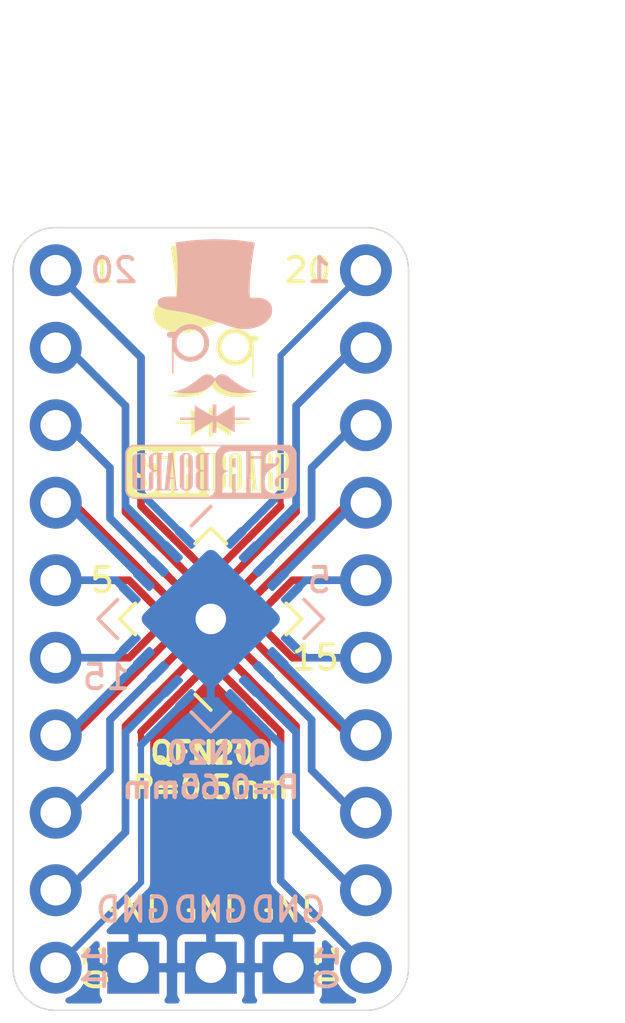
<source format=kicad_pcb>
(kicad_pcb (version 20171130) (host pcbnew "(5.1.2)-2")

  (general
    (thickness 1.6)
    (drawings 32)
    (tracks 109)
    (zones 0)
    (modules 9)
    (nets 22)
  )

  (page A4)
  (layers
    (0 F.Cu signal)
    (31 B.Cu signal)
    (32 B.Adhes user hide)
    (33 F.Adhes user hide)
    (34 B.Paste user hide)
    (35 F.Paste user hide)
    (36 B.SilkS user)
    (37 F.SilkS user)
    (38 B.Mask user)
    (39 F.Mask user)
    (40 Dwgs.User user)
    (41 Cmts.User user hide)
    (42 Eco1.User user hide)
    (43 Eco2.User user hide)
    (44 Edge.Cuts user)
    (45 Margin user hide)
    (46 B.CrtYd user hide)
    (47 F.CrtYd user hide)
    (48 B.Fab user hide)
    (49 F.Fab user hide)
  )

  (setup
    (last_trace_width 0.127)
    (user_trace_width 0.15)
    (user_trace_width 0.2)
    (user_trace_width 0.25)
    (trace_clearance 0.127)
    (zone_clearance 0.2)
    (zone_45_only no)
    (trace_min 0.127)
    (via_size 0.6)
    (via_drill 0.3)
    (via_min_size 0.6)
    (via_min_drill 0.3)
    (user_via 0.8 0.4)
    (user_via 1 0.6)
    (user_via 2 1)
    (uvia_size 0.3)
    (uvia_drill 0.1)
    (uvias_allowed no)
    (uvia_min_size 0.3)
    (uvia_min_drill 0.1)
    (edge_width 0.05)
    (segment_width 0.2)
    (pcb_text_width 0.3)
    (pcb_text_size 1.5 1.5)
    (mod_edge_width 0.12)
    (mod_text_size 1 1)
    (mod_text_width 0.15)
    (pad_size 3.35 3.35)
    (pad_drill 0)
    (pad_to_mask_clearance 0.051)
    (solder_mask_min_width 0.25)
    (aux_axis_origin 0 0)
    (visible_elements 7FFFFFFF)
    (pcbplotparams
      (layerselection 0x010fc_ffffffff)
      (usegerberextensions false)
      (usegerberattributes false)
      (usegerberadvancedattributes false)
      (creategerberjobfile false)
      (excludeedgelayer true)
      (linewidth 0.100000)
      (plotframeref false)
      (viasonmask false)
      (mode 1)
      (useauxorigin false)
      (hpglpennumber 1)
      (hpglpenspeed 20)
      (hpglpendiameter 15.000000)
      (psnegative false)
      (psa4output false)
      (plotreference true)
      (plotvalue true)
      (plotinvisibletext false)
      (padsonsilk false)
      (subtractmaskfromsilk false)
      (outputformat 1)
      (mirror false)
      (drillshape 1)
      (scaleselection 1)
      (outputdirectory ""))
  )

  (net 0 "")
  (net 1 "Net-(J1-Pad10)")
  (net 2 "Net-(J1-Pad9)")
  (net 3 "Net-(J1-Pad8)")
  (net 4 "Net-(J1-Pad7)")
  (net 5 "Net-(J1-Pad6)")
  (net 6 "Net-(J1-Pad5)")
  (net 7 "Net-(J1-Pad4)")
  (net 8 "Net-(J1-Pad3)")
  (net 9 "Net-(J1-Pad2)")
  (net 10 "Net-(J1-Pad1)")
  (net 11 "Net-(J2-Pad20)")
  (net 12 "Net-(J2-Pad19)")
  (net 13 "Net-(J2-Pad18)")
  (net 14 "Net-(J2-Pad17)")
  (net 15 "Net-(J2-Pad16)")
  (net 16 "Net-(J2-Pad15)")
  (net 17 "Net-(J2-Pad14)")
  (net 18 "Net-(J2-Pad13)")
  (net 19 "Net-(J2-Pad12)")
  (net 20 "Net-(J2-Pad11)")
  (net 21 "Net-(J5-Pad1)")

  (net_class Default "This is the default net class."
    (clearance 0.127)
    (trace_width 0.127)
    (via_dia 0.6)
    (via_drill 0.3)
    (uvia_dia 0.3)
    (uvia_drill 0.1)
    (add_net "Net-(J1-Pad1)")
    (add_net "Net-(J1-Pad10)")
    (add_net "Net-(J1-Pad2)")
    (add_net "Net-(J1-Pad3)")
    (add_net "Net-(J1-Pad4)")
    (add_net "Net-(J1-Pad5)")
    (add_net "Net-(J1-Pad6)")
    (add_net "Net-(J1-Pad7)")
    (add_net "Net-(J1-Pad8)")
    (add_net "Net-(J1-Pad9)")
    (add_net "Net-(J2-Pad11)")
    (add_net "Net-(J2-Pad12)")
    (add_net "Net-(J2-Pad13)")
    (add_net "Net-(J2-Pad14)")
    (add_net "Net-(J2-Pad15)")
    (add_net "Net-(J2-Pad16)")
    (add_net "Net-(J2-Pad17)")
    (add_net "Net-(J2-Pad18)")
    (add_net "Net-(J2-Pad19)")
    (add_net "Net-(J2-Pad20)")
    (add_net "Net-(J5-Pad1)")
  )

  (module Connector_PinHeader_2.54mm:PinHeader_1x10_P2.54mm_Vertical (layer F.Cu) (tedit 5D39912E) (tstamp 5D2785DE)
    (at 101.854 70.612 180)
    (descr "Through hole straight pin header, 1x10, 2.54mm pitch, single row")
    (tags "Through hole pin header THT 1x10 2.54mm single row")
    (path /5D27D08B)
    (fp_text reference J1 (at 0 -2.33) (layer F.SilkS) hide
      (effects (font (size 1 1) (thickness 0.15)))
    )
    (fp_text value Conn_01x10 (at 0 25.19) (layer F.Fab)
      (effects (font (size 1 1) (thickness 0.15)))
    )
    (fp_text user %R (at 0 11.43 90) (layer F.Fab)
      (effects (font (size 1 1) (thickness 0.15)))
    )
    (fp_line (start 1.8 -1.8) (end -1.8 -1.8) (layer F.CrtYd) (width 0.05))
    (fp_line (start 1.8 24.65) (end 1.8 -1.8) (layer F.CrtYd) (width 0.05))
    (fp_line (start -1.8 24.65) (end 1.8 24.65) (layer F.CrtYd) (width 0.05))
    (fp_line (start -1.8 -1.8) (end -1.8 24.65) (layer F.CrtYd) (width 0.05))
    (fp_line (start -1.27 -0.635) (end -0.635 -1.27) (layer F.Fab) (width 0.1))
    (fp_line (start -1.27 24.13) (end -1.27 -0.635) (layer F.Fab) (width 0.1))
    (fp_line (start 1.27 24.13) (end -1.27 24.13) (layer F.Fab) (width 0.1))
    (fp_line (start 1.27 -1.27) (end 1.27 24.13) (layer F.Fab) (width 0.1))
    (fp_line (start -0.635 -1.27) (end 1.27 -1.27) (layer F.Fab) (width 0.1))
    (pad 10 thru_hole oval (at 0 22.86 180) (size 1.7 1.7) (drill 1) (layers *.Cu *.Mask)
      (net 1 "Net-(J1-Pad10)"))
    (pad 9 thru_hole oval (at 0 20.32 180) (size 1.7 1.7) (drill 1) (layers *.Cu *.Mask)
      (net 2 "Net-(J1-Pad9)"))
    (pad 8 thru_hole oval (at 0 17.78 180) (size 1.7 1.7) (drill 1) (layers *.Cu *.Mask)
      (net 3 "Net-(J1-Pad8)"))
    (pad 7 thru_hole oval (at 0 15.24 180) (size 1.7 1.7) (drill 1) (layers *.Cu *.Mask)
      (net 4 "Net-(J1-Pad7)"))
    (pad 6 thru_hole oval (at 0 12.7 180) (size 1.7 1.7) (drill 1) (layers *.Cu *.Mask)
      (net 5 "Net-(J1-Pad6)"))
    (pad 5 thru_hole oval (at 0 10.16 180) (size 1.7 1.7) (drill 1) (layers *.Cu *.Mask)
      (net 6 "Net-(J1-Pad5)"))
    (pad 4 thru_hole oval (at 0 7.62 180) (size 1.7 1.7) (drill 1) (layers *.Cu *.Mask)
      (net 7 "Net-(J1-Pad4)"))
    (pad 3 thru_hole oval (at 0 5.08 180) (size 1.7 1.7) (drill 1) (layers *.Cu *.Mask)
      (net 8 "Net-(J1-Pad3)"))
    (pad 2 thru_hole oval (at 0 2.54 180) (size 1.7 1.7) (drill 1) (layers *.Cu *.Mask)
      (net 9 "Net-(J1-Pad2)"))
    (pad 1 thru_hole circle (at 0 0 180) (size 1.7 1.7) (drill 1) (layers *.Cu *.Mask)
      (net 10 "Net-(J1-Pad1)"))
    (model ${KISYS3DMOD}/Connector_PinHeader_2.54mm.3dshapes/PinHeader_1x10_P2.54mm_Vertical.wrl
      (offset (xyz 0 0 -1.6))
      (scale (xyz 1 1 1))
      (rotate (xyz 0 180 0))
    )
  )

  (module Connector_PinHeader_2.54mm:PinHeader_1x03_P2.54mm_Vertical (layer B.Cu) (tedit 5D399121) (tstamp 5D39F9E0)
    (at 99.314 70.612 90)
    (descr "Through hole straight pin header, 1x03, 2.54mm pitch, single row")
    (tags "Through hole pin header THT 1x03 2.54mm single row")
    (path /5D3B65EC)
    (fp_text reference J5 (at 0 2.33 270) (layer B.SilkS) hide
      (effects (font (size 1 1) (thickness 0.15)) (justify mirror))
    )
    (fp_text value Conn_01x03 (at 0 -7.41 270) (layer B.Fab)
      (effects (font (size 1 1) (thickness 0.15)) (justify mirror))
    )
    (fp_line (start -0.635 1.27) (end 1.27 1.27) (layer B.Fab) (width 0.1))
    (fp_line (start 1.27 1.27) (end 1.27 -6.35) (layer B.Fab) (width 0.1))
    (fp_line (start 1.27 -6.35) (end -1.27 -6.35) (layer B.Fab) (width 0.1))
    (fp_line (start -1.27 -6.35) (end -1.27 0.635) (layer B.Fab) (width 0.1))
    (fp_line (start -1.27 0.635) (end -0.635 1.27) (layer B.Fab) (width 0.1))
    (fp_line (start -1.8 1.8) (end -1.8 -6.85) (layer B.CrtYd) (width 0.05))
    (fp_line (start -1.8 -6.85) (end 1.8 -6.85) (layer B.CrtYd) (width 0.05))
    (fp_line (start 1.8 -6.85) (end 1.8 1.8) (layer B.CrtYd) (width 0.05))
    (fp_line (start 1.8 1.8) (end -1.8 1.8) (layer B.CrtYd) (width 0.05))
    (fp_text user %R (at 0 -2.54 180) (layer B.Fab)
      (effects (font (size 1 1) (thickness 0.15)) (justify mirror))
    )
    (pad 1 thru_hole rect (at 0 0 90) (size 1.7 1.7) (drill 1) (layers *.Cu *.Mask)
      (net 21 "Net-(J5-Pad1)"))
    (pad 2 thru_hole rect (at 0 -2.54 90) (size 1.7 1.7) (drill 1) (layers *.Cu *.Mask)
      (net 21 "Net-(J5-Pad1)"))
    (pad 3 thru_hole rect (at 0 -5.08 90) (size 1.7 1.7) (drill 1) (layers *.Cu *.Mask)
      (net 21 "Net-(J5-Pad1)"))
    (model ${KISYS3DMOD}/Connector_PinHeader_2.54mm.3dshapes/PinHeader_1x03_P2.54mm_Vertical.wrl
      (at (xyz 0 0 0))
      (scale (xyz 1 1 1))
      (rotate (xyz 0 0 0))
    )
  )

  (module Connector_PinHeader_2.54mm:PinHeader_1x10_P2.54mm_Vertical (layer F.Cu) (tedit 5D3990E5) (tstamp 5D27862A)
    (at 91.694 70.612 180)
    (descr "Through hole straight pin header, 1x10, 2.54mm pitch, single row")
    (tags "Through hole pin header THT 1x10 2.54mm single row")
    (path /5D27A585)
    (fp_text reference J3 (at 0 -2.33) (layer F.SilkS) hide
      (effects (font (size 1 1) (thickness 0.15)))
    )
    (fp_text value Conn_01x10 (at 0 25.19) (layer F.Fab)
      (effects (font (size 1 1) (thickness 0.15)))
    )
    (fp_text user %R (at 0 11.43 90) (layer F.Fab)
      (effects (font (size 1 1) (thickness 0.15)))
    )
    (fp_line (start 1.8 -1.8) (end -1.8 -1.8) (layer F.CrtYd) (width 0.05))
    (fp_line (start 1.8 24.65) (end 1.8 -1.8) (layer F.CrtYd) (width 0.05))
    (fp_line (start -1.8 24.65) (end 1.8 24.65) (layer F.CrtYd) (width 0.05))
    (fp_line (start -1.8 -1.8) (end -1.8 24.65) (layer F.CrtYd) (width 0.05))
    (fp_line (start -1.27 -0.635) (end -0.635 -1.27) (layer F.Fab) (width 0.1))
    (fp_line (start -1.27 24.13) (end -1.27 -0.635) (layer F.Fab) (width 0.1))
    (fp_line (start 1.27 24.13) (end -1.27 24.13) (layer F.Fab) (width 0.1))
    (fp_line (start 1.27 -1.27) (end 1.27 24.13) (layer F.Fab) (width 0.1))
    (fp_line (start -0.635 -1.27) (end 1.27 -1.27) (layer F.Fab) (width 0.1))
    (pad 10 thru_hole oval (at 0 22.86 180) (size 1.7 1.7) (drill 1) (layers *.Cu *.Mask)
      (net 20 "Net-(J2-Pad11)"))
    (pad 9 thru_hole oval (at 0 20.32 180) (size 1.7 1.7) (drill 1) (layers *.Cu *.Mask)
      (net 19 "Net-(J2-Pad12)"))
    (pad 8 thru_hole oval (at 0 17.78 180) (size 1.7 1.7) (drill 1) (layers *.Cu *.Mask)
      (net 18 "Net-(J2-Pad13)"))
    (pad 7 thru_hole oval (at 0 15.24 180) (size 1.7 1.7) (drill 1) (layers *.Cu *.Mask)
      (net 17 "Net-(J2-Pad14)"))
    (pad 6 thru_hole oval (at 0 12.7 180) (size 1.7 1.7) (drill 1) (layers *.Cu *.Mask)
      (net 16 "Net-(J2-Pad15)"))
    (pad 5 thru_hole oval (at 0 10.16 180) (size 1.7 1.7) (drill 1) (layers *.Cu *.Mask)
      (net 15 "Net-(J2-Pad16)"))
    (pad 4 thru_hole oval (at 0 7.62 180) (size 1.7 1.7) (drill 1) (layers *.Cu *.Mask)
      (net 14 "Net-(J2-Pad17)"))
    (pad 3 thru_hole oval (at 0 5.08 180) (size 1.7 1.7) (drill 1) (layers *.Cu *.Mask)
      (net 13 "Net-(J2-Pad18)"))
    (pad 2 thru_hole oval (at 0 2.54 180) (size 1.7 1.7) (drill 1) (layers *.Cu *.Mask)
      (net 12 "Net-(J2-Pad19)"))
    (pad 1 thru_hole circle (at 0 0 180) (size 1.7 1.7) (drill 1) (layers *.Cu *.Mask)
      (net 11 "Net-(J2-Pad20)"))
    (model ${KISYS3DMOD}/Connector_PinHeader_2.54mm.3dshapes/PinHeader_1x10_P2.54mm_Vertical.wrl
      (offset (xyz 0 0 -1.6))
      (scale (xyz 1 1 1))
      (rotate (xyz 0 -180 0))
    )
  )

  (module logo:logo63x89 (layer B.Cu) (tedit 0) (tstamp 5D27AD70)
    (at 96.901 49.911 180)
    (fp_text reference G*** (at 0 0) (layer B.SilkS) hide
      (effects (font (size 1.524 1.524) (thickness 0.3)) (justify mirror))
    )
    (fp_text value LOGO (at 0.75 0) (layer B.SilkS) hide
      (effects (font (size 1.524 1.524) (thickness 0.3)) (justify mirror))
    )
    (fp_poly (pts (xy 0.059266 -2.439106) (xy 0.059544 -2.494396) (xy 0.060322 -2.543378) (xy 0.06152 -2.583738)
      (xy 0.063058 -2.613161) (xy 0.064853 -2.629334) (xy 0.066003 -2.631722) (xy 0.074999 -2.626632)
      (xy 0.096134 -2.614093) (xy 0.1271 -2.595493) (xy 0.165591 -2.572217) (xy 0.2093 -2.545652)
      (xy 0.216287 -2.541394) (xy 0.274245 -2.506062) (xy 0.340354 -2.46576) (xy 0.408304 -2.424335)
      (xy 0.471786 -2.385633) (xy 0.503766 -2.366135) (xy 0.647699 -2.278382) (xy 0.649969 -2.476925)
      (xy 0.652239 -2.675467) (xy 1.126066 -2.675467) (xy 1.126066 -2.7432) (xy 0.652234 -2.7432)
      (xy 0.649967 -2.945489) (xy 0.647699 -3.147778) (xy 0.50722 -3.061906) (xy 0.45154 -3.027867)
      (xy 0.38731 -2.988597) (xy 0.320426 -2.9477) (xy 0.256782 -2.908781) (xy 0.217925 -2.885017)
      (xy 0.172985 -2.857671) (xy 0.133011 -2.833613) (xy 0.100222 -2.814155) (xy 0.076835 -2.800612)
      (xy 0.065069 -2.794296) (xy 0.064188 -2.794) (xy 0.062758 -2.802064) (xy 0.061492 -2.824644)
      (xy 0.060452 -2.859324) (xy 0.059704 -2.903687) (xy 0.05931 -2.955317) (xy 0.059266 -2.980267)
      (xy 0.059266 -3.166533) (xy -0.050483 -3.166533) (xy -0.052758 -2.976146) (xy -0.055034 -2.785759)
      (xy -0.14069 -2.839341) (xy -0.175231 -2.860812) (xy -0.205207 -2.879194) (xy -0.227316 -2.892477)
      (xy -0.238056 -2.89856) (xy -0.248122 -2.904332) (xy -0.270621 -2.91778) (xy -0.303571 -2.9377)
      (xy -0.344987 -2.962888) (xy -0.392885 -2.992139) (xy -0.445281 -3.024251) (xy -0.448734 -3.026371)
      (xy -0.6477 -3.148546) (xy -0.649968 -2.945873) (xy -0.652235 -2.7432) (xy -1.143001 -2.7432)
      (xy -1.143001 -2.675467) (xy -0.651934 -2.675467) (xy -0.651934 -2.4765) (xy -0.651794 -2.420486)
      (xy -0.651402 -2.370572) (xy -0.650798 -2.329099) (xy -0.650023 -2.298402) (xy -0.649116 -2.280822)
      (xy -0.648493 -2.277533) (xy -0.640429 -2.28172) (xy -0.620666 -2.293209) (xy -0.591907 -2.310399)
      (xy -0.556855 -2.331683) (xy -0.544777 -2.339082) (xy -0.500282 -2.366345) (xy -0.447084 -2.398868)
      (xy -0.390955 -2.433126) (xy -0.33767 -2.465592) (xy -0.321734 -2.475287) (xy -0.273836 -2.504453)
      (xy -0.224247 -2.534712) (xy -0.17765 -2.563203) (xy -0.138726 -2.587066) (xy -0.124884 -2.59558)
      (xy -0.0508 -2.641214) (xy -0.0508 -2.243667) (xy 0.059266 -2.243667) (xy 0.059266 -2.439106)) (layer B.SilkS) (width 0.01))
    (fp_poly (pts (xy 0.277666 -1.259842) (xy 0.315987 -1.270149) (xy 0.340339 -1.278993) (xy 0.366514 -1.291478)
      (xy 0.396307 -1.308801) (xy 0.431509 -1.332163) (xy 0.473914 -1.362763) (xy 0.525314 -1.4018)
      (xy 0.587504 -1.450473) (xy 0.598126 -1.45888) (xy 0.728848 -1.556458) (xy 0.85485 -1.638332)
      (xy 0.975991 -1.70443) (xy 1.092127 -1.754679) (xy 1.203115 -1.789008) (xy 1.286187 -1.804708)
      (xy 1.317528 -1.809142) (xy 1.337997 -1.813029) (xy 1.346722 -1.816769) (xy 1.342832 -1.820765)
      (xy 1.325456 -1.825418) (xy 1.293721 -1.831128) (xy 1.246758 -1.838297) (xy 1.198033 -1.845295)
      (xy 1.074247 -1.859396) (xy 0.950036 -1.866991) (xy 0.828936 -1.868099) (xy 0.714487 -1.862739)
      (xy 0.610228 -1.850933) (xy 0.55862 -1.841721) (xy 0.440667 -1.81091) (xy 0.334383 -1.769725)
      (xy 0.240354 -1.718557) (xy 0.159163 -1.657792) (xy 0.091397 -1.587822) (xy 0.03764 -1.509035)
      (xy 0.026212 -1.487518) (xy -0.005006 -1.425377) (xy -0.028011 -1.472572) (xy -0.078998 -1.55819)
      (xy -0.143494 -1.633714) (xy -0.221328 -1.699032) (xy -0.31233 -1.754033) (xy -0.416331 -1.798603)
      (xy -0.533158 -1.832632) (xy -0.593607 -1.845163) (xy -0.654366 -1.853927) (xy -0.72725 -1.860692)
      (xy -0.807546 -1.865283) (xy -0.890545 -1.867526) (xy -0.971536 -1.867244) (xy -1.045807 -1.864264)
      (xy -1.066801 -1.862759) (xy -1.098101 -1.859681) (xy -1.137644 -1.854979) (xy -1.18225 -1.849124)
      (xy -1.228744 -1.842589) (xy -1.273947 -1.835846) (xy -1.314683 -1.829367) (xy -1.347774 -1.823625)
      (xy -1.370043 -1.819093) (xy -1.37817 -1.816474) (xy -1.371708 -1.814576) (xy -1.35252 -1.811726)
      (xy -1.324741 -1.808537) (xy -1.324373 -1.808499) (xy -1.231302 -1.79363) (xy -1.136422 -1.767618)
      (xy -1.03867 -1.729922) (xy -0.936985 -1.68) (xy -0.830304 -1.617311) (xy -0.717565 -1.541314)
      (xy -0.597705 -1.451466) (xy -0.550334 -1.413791) (xy -0.495945 -1.370673) (xy -0.451376 -1.337332)
      (xy -0.413971 -1.312099) (xy -0.381075 -1.293304) (xy -0.350029 -1.279275) (xy -0.319827 -1.26884)
      (xy -0.253545 -1.256661) (xy -0.190402 -1.261014) (xy -0.131226 -1.281656) (xy -0.076844 -1.318343)
      (xy -0.045611 -1.349367) (xy -0.006623 -1.393588) (xy 0.045372 -1.341637) (xy 0.083566 -1.30709)
      (xy 0.118925 -1.283687) (xy 0.146367 -1.271376) (xy 0.191459 -1.257917) (xy 0.233095 -1.254088)
      (xy 0.277666 -1.259842)) (layer B.SilkS) (width 0.01))
    (fp_poly (pts (xy 0.848142 0.381208) (xy 0.909974 0.374338) (xy 0.934034 0.369465) (xy 1.017983 0.342044)
      (xy 1.100067 0.301697) (xy 1.175818 0.2511) (xy 1.240767 0.192927) (xy 1.254901 0.177389)
      (xy 1.291166 0.135658) (xy 1.398983 0.135562) (xy 1.443468 0.135405) (xy 1.474472 0.134605)
      (xy 1.495444 0.13253) (xy 1.509835 0.128549) (xy 1.521097 0.12203) (xy 1.53268 0.11234)
      (xy 1.534449 0.110761) (xy 1.551614 0.093071) (xy 1.559753 0.075496) (xy 1.562058 0.050321)
      (xy 1.5621 0.043917) (xy 1.556852 0.006725) (xy 1.540371 -0.020557) (xy 1.511555 -0.038696)
      (xy 1.469297 -0.048458) (xy 1.425756 -0.050753) (xy 1.382547 -0.0508) (xy 1.392651 -0.091017)
      (xy 1.394827 -0.104575) (xy 1.396619 -0.127004) (xy 1.398036 -0.159252) (xy 1.399089 -0.202264)
      (xy 1.399787 -0.256988) (xy 1.400142 -0.32437) (xy 1.400161 -0.405357) (xy 1.399856 -0.500895)
      (xy 1.399237 -0.611932) (xy 1.3988 -0.675217) (xy 1.394844 -1.2192) (xy 1.354846 -1.2192)
      (xy 1.352639 -0.853017) (xy 1.350433 -0.486834) (xy 1.323709 -0.5334) (xy 1.268153 -0.614049)
      (xy 1.201861 -0.682866) (xy 1.126597 -0.739441) (xy 1.044125 -0.783366) (xy 0.95621 -0.814232)
      (xy 0.864614 -0.83163) (xy 0.771102 -0.835151) (xy 0.677439 -0.824386) (xy 0.585387 -0.798926)
      (xy 0.496711 -0.758362) (xy 0.457199 -0.734293) (xy 0.43476 -0.717239) (xy 0.405345 -0.691851)
      (xy 0.373526 -0.662177) (xy 0.354966 -0.643778) (xy 0.291916 -0.567767) (xy 0.243074 -0.483091)
      (xy 0.208964 -0.391057) (xy 0.190109 -0.292972) (xy 0.187074 -0.237045) (xy 0.338515 -0.237045)
      (xy 0.346999 -0.315719) (xy 0.369533 -0.393307) (xy 0.406698 -0.468082) (xy 0.453178 -0.5316)
      (xy 0.511858 -0.587115) (xy 0.580826 -0.630974) (xy 0.657284 -0.662271) (xy 0.738436 -0.680101)
      (xy 0.821485 -0.683557) (xy 0.893233 -0.674139) (xy 0.97638 -0.647672) (xy 1.051504 -0.606843)
      (xy 1.11731 -0.552828) (xy 1.172506 -0.486803) (xy 1.215799 -0.409943) (xy 1.233701 -0.364556)
      (xy 1.246135 -0.312566) (xy 1.252482 -0.251653) (xy 1.252591 -0.188644) (xy 1.246309 -0.130367)
      (xy 1.239559 -0.10102) (xy 1.207396 -0.020588) (xy 1.161425 0.051645) (xy 1.103414 0.114052)
      (xy 1.03513 0.165002) (xy 0.95834 0.202868) (xy 0.88724 0.223645) (xy 0.841123 0.232166)
      (xy 0.80434 0.235913) (xy 0.769985 0.234914) (xy 0.731153 0.229197) (xy 0.706966 0.224384)
      (xy 0.623897 0.199141) (xy 0.550244 0.16118) (xy 0.486587 0.112225) (xy 0.433505 0.054004)
      (xy 0.391578 -0.01176) (xy 0.361384 -0.08334) (xy 0.343504 -0.15901) (xy 0.338515 -0.237045)
      (xy 0.187074 -0.237045) (xy 0.186266 -0.222173) (xy 0.194445 -0.125221) (xy 0.218159 -0.032159)
      (xy 0.256171 0.055462) (xy 0.307244 0.136093) (xy 0.370142 0.208183) (xy 0.44363 0.270183)
      (xy 0.526469 0.320543) (xy 0.617425 0.357713) (xy 0.657911 0.369058) (xy 0.714914 0.378558)
      (xy 0.780723 0.382611) (xy 0.848142 0.381208)) (layer B.SilkS) (width 0.01))
    (fp_poly (pts (xy 0.294608 3.163061) (xy 0.571806 3.147075) (xy 0.845525 3.12179) (xy 1.112846 3.087234)
      (xy 1.1557 3.080712) (xy 1.205559 3.073027) (xy 1.240937 3.067267) (xy 1.26402 3.062384)
      (xy 1.276999 3.057331) (xy 1.28206 3.05106) (xy 1.281394 3.042525) (xy 1.277187 3.030677)
      (xy 1.274652 3.023788) (xy 1.26104 2.975414) (xy 1.248531 2.91085) (xy 1.237236 2.830812)
      (xy 1.227262 2.736013) (xy 1.223018 2.686005) (xy 1.218452 2.613652) (xy 1.214914 2.526733)
      (xy 1.212387 2.427586) (xy 1.210853 2.318547) (xy 1.210297 2.201952) (xy 1.210701 2.080137)
      (xy 1.212048 1.955439) (xy 1.214321 1.830193) (xy 1.217504 1.706737) (xy 1.221579 1.587406)
      (xy 1.226531 1.474536) (xy 1.232341 1.370465) (xy 1.232537 1.367366) (xy 1.237378 1.291166)
      (xy 1.389606 1.293975) (xy 1.494696 1.293609) (xy 1.584608 1.288254) (xy 1.660385 1.277783)
      (xy 1.723067 1.262072) (xy 1.755989 1.249565) (xy 1.802744 1.224372) (xy 1.834625 1.195291)
      (xy 1.853673 1.159268) (xy 1.861927 1.113251) (xy 1.862666 1.089911) (xy 1.86176 1.058721)
      (xy 1.857543 1.037582) (xy 1.847767 1.019644) (xy 1.833954 1.002437) (xy 1.805293 0.974383)
      (xy 1.769206 0.949262) (xy 1.724366 0.926655) (xy 1.669445 0.906139) (xy 1.603117 0.887293)
      (xy 1.524056 0.869697) (xy 1.430934 0.852929) (xy 1.322424 0.836569) (xy 1.302958 0.83388)
      (xy 1.134803 0.808425) (xy 0.976069 0.778909) (xy 0.819435 0.7438) (xy 0.657581 0.701565)
      (xy 0.618066 0.690459) (xy 0.589196 0.681835) (xy 0.546072 0.668389) (xy 0.49049 0.650709)
      (xy 0.42424 0.629383) (xy 0.349117 0.604999) (xy 0.266914 0.578144) (xy 0.179423 0.549409)
      (xy 0.088438 0.519379) (xy -0.004248 0.488643) (xy -0.096842 0.45779) (xy -0.187552 0.427408)
      (xy -0.274583 0.398084) (xy -0.311148 0.385703) (xy -0.396359 0.356954) (xy -0.467901 0.333229)
      (xy -0.528062 0.313876) (xy -0.579127 0.298245) (xy -0.623382 0.285683) (xy -0.663113 0.275541)
      (xy -0.700606 0.267166) (xy -0.738148 0.259907) (xy -0.7747 0.253655) (xy -0.826831 0.246959)
      (xy -0.887987 0.241974) (xy -0.953191 0.238851) (xy -1.017467 0.237737) (xy -1.075838 0.238783)
      (xy -1.123326 0.242138) (xy -1.130301 0.242994) (xy -1.268862 0.267698) (xy -1.394466 0.303136)
      (xy -1.507331 0.349409) (xy -1.607673 0.406613) (xy -1.695713 0.474848) (xy -1.739521 0.5177)
      (xy -1.796628 0.586461) (xy -1.837976 0.655473) (xy -1.864599 0.727169) (xy -1.87753 0.803983)
      (xy -1.879187 0.846667) (xy -1.872156 0.931089) (xy -1.851093 1.006044) (xy -1.816039 1.071479)
      (xy -1.767038 1.12734) (xy -1.704132 1.173574) (xy -1.627363 1.210127) (xy -1.57474 1.22737)
      (xy -1.515249 1.240471) (xy -1.444985 1.250129) (xy -1.36985 1.255855) (xy -1.295745 1.257161)
      (xy -1.24315 1.25485) (xy -1.161266 1.248521) (xy -1.156405 1.272826) (xy -1.146634 1.339587)
      (xy -1.140746 1.421782) (xy -1.13866 1.518384) (xy -1.140292 1.628364) (xy -1.145562 1.750694)
      (xy -1.154386 1.884346) (xy -1.166683 2.028293) (xy -1.18237 2.181505) (xy -1.201366 2.342956)
      (xy -1.223587 2.511616) (xy -1.248953 2.686459) (xy -1.27738 2.866455) (xy -1.289639 2.939955)
      (xy -1.297329 2.98647) (xy -1.302067 3.018943) (xy -1.303992 3.039982) (xy -1.303242 3.052193)
      (xy -1.299955 3.058185) (xy -1.296017 3.060135) (xy -1.279578 3.063759) (xy -1.249509 3.069312)
      (xy -1.208934 3.076274) (xy -1.160979 3.084127) (xy -1.108768 3.092349) (xy -1.055427 3.100421)
      (xy -1.0414 3.102484) (xy -0.790594 3.13343) (xy -0.52867 3.154932) (xy -0.258549 3.167018)
      (xy 0.01685 3.169718) (xy 0.294608 3.163061)) (layer B.SilkS) (width 0.01))
  )

  (module logo:SirBoard56x18 (layer B.Cu) (tedit 0) (tstamp 5D27AD0C)
    (at 96.774 54.356 180)
    (fp_text reference G*** (at 0 0) (layer B.SilkS) hide
      (effects (font (size 1.524 1.524) (thickness 0.3)) (justify mirror))
    )
    (fp_text value LOGO (at 0.75 0) (layer B.SilkS) hide
      (effects (font (size 1.524 1.524) (thickness 0.3)) (justify mirror))
    )
    (fp_poly (pts (xy 2.588986 0.87002) (xy 2.633628 0.851089) (xy 2.674079 0.826371) (xy 2.709987 0.796238)
      (xy 2.741 0.76106) (xy 2.766767 0.721209) (xy 2.786936 0.677056) (xy 2.795123 0.652424)
      (xy 2.802876 0.625928) (xy 2.803981 0.014514) (xy 2.804123 -0.074858) (xy 2.804211 -0.157077)
      (xy 2.804246 -0.232245) (xy 2.804226 -0.300467) (xy 2.804153 -0.361846) (xy 2.804024 -0.416485)
      (xy 2.80384 -0.464488) (xy 2.8036 -0.505958) (xy 2.803303 -0.540998) (xy 2.80295 -0.569713)
      (xy 2.80254 -0.592205) (xy 2.802071 -0.608578) (xy 2.801545 -0.618935) (xy 2.801202 -0.6223)
      (xy 2.790684 -0.667366) (xy 2.773377 -0.710213) (xy 2.749552 -0.750297) (xy 2.719483 -0.787069)
      (xy 2.718534 -0.788068) (xy 2.683869 -0.819907) (xy 2.646837 -0.845091) (xy 2.606685 -0.86404)
      (xy 2.562661 -0.877175) (xy 2.556564 -0.878488) (xy 2.554313 -0.878924) (xy 2.551777 -0.879342)
      (xy 2.548796 -0.879741) (xy 2.545208 -0.880121) (xy 2.540853 -0.880483) (xy 2.53557 -0.880828)
      (xy 2.529198 -0.881156) (xy 2.521575 -0.881467) (xy 2.512542 -0.881762) (xy 2.501938 -0.882041)
      (xy 2.4896 -0.882304) (xy 2.475369 -0.882553) (xy 2.459084 -0.882786) (xy 2.440583 -0.883006)
      (xy 2.419707 -0.883212) (xy 2.396293 -0.883404) (xy 2.370181 -0.883583) (xy 2.341211 -0.88375)
      (xy 2.30922 -0.883904) (xy 2.27405 -0.884047) (xy 2.235537 -0.884178) (xy 2.193523 -0.884299)
      (xy 2.147845 -0.884408) (xy 2.098343 -0.884508) (xy 2.044856 -0.884598) (xy 1.987223 -0.884679)
      (xy 1.925283 -0.88475) (xy 1.858875 -0.884814) (xy 1.787839 -0.884869) (xy 1.712014 -0.884916)
      (xy 1.631238 -0.884957) (xy 1.545351 -0.88499) (xy 1.454192 -0.885017) (xy 1.3576 -0.885038)
      (xy 1.255414 -0.885053) (xy 1.147473 -0.885063) (xy 1.033617 -0.885068) (xy 0.913684 -0.885069)
      (xy 0.787514 -0.885066) (xy 0.654945 -0.885059) (xy 0.515817 -0.885049) (xy 0.369969 -0.885037)
      (xy 0.21724 -0.885022) (xy 0.05747 -0.885005) (xy 0.001815 -0.884998) (xy -0.163002 -0.884979)
      (xy -0.320713 -0.884956) (xy -0.471471 -0.884931) (xy -0.615427 -0.884903) (xy -0.752735 -0.884871)
      (xy -0.883545 -0.884835) (xy -1.00801 -0.884795) (xy -1.126282 -0.88475) (xy -1.238512 -0.8847)
      (xy -1.344854 -0.884646) (xy -1.445457 -0.884586) (xy -1.540476 -0.88452) (xy -1.630061 -0.884448)
      (xy -1.714365 -0.884369) (xy -1.79354 -0.884284) (xy -1.867737 -0.884192) (xy -1.937109 -0.884092)
      (xy -2.001807 -0.883984) (xy -2.061984 -0.883869) (xy -2.117792 -0.883745) (xy -2.169382 -0.883612)
      (xy -2.216907 -0.883471) (xy -2.260518 -0.88332) (xy -2.300367 -0.883159) (xy -2.336608 -0.882989)
      (xy -2.36939 -0.882808) (xy -2.398867 -0.882616) (xy -2.425191 -0.882414) (xy -2.448513 -0.8822)
      (xy -2.468985 -0.881975) (xy -2.48676 -0.881738) (xy -2.501989 -0.881489) (xy -2.514824 -0.881227)
      (xy -2.525418 -0.880952) (xy -2.533922 -0.880664) (xy -2.540489 -0.880363) (xy -2.54527 -0.880048)
      (xy -2.548417 -0.879719) (xy -2.549071 -0.879616) (xy -2.563891 -0.876746) (xy -2.576812 -0.873776)
      (xy -2.585438 -0.871266) (xy -2.586435 -0.87087) (xy -2.594218 -0.86796) (xy -2.597859 -0.867531)
      (xy -2.596179 -0.869632) (xy -2.594863 -0.870512) (xy -2.593553 -0.872657) (xy -2.59913 -0.873197)
      (xy -2.600963 -0.873126) (xy -2.609748 -0.871866) (xy -2.614932 -0.869706) (xy -2.61476 -0.868328)
      (xy -2.611921 -0.869099) (xy -2.605875 -0.869392) (xy -2.603966 -0.867983) (xy -2.605697 -0.864714)
      (xy -2.612454 -0.860242) (xy -2.617206 -0.857956) (xy -2.656257 -0.837109) (xy -2.691941 -0.810268)
      (xy -2.72366 -0.778149) (xy -2.750819 -0.741463) (xy -2.772823 -0.700926) (xy -2.789075 -0.65725)
      (xy -2.791236 -0.649515) (xy -2.799443 -0.618672) (xy -2.799443 -0.001815) (xy -2.799439 0.076883)
      (xy -2.799427 0.148658) (xy -2.799403 0.213845) (xy -2.799363 0.272779) (xy -2.799312 0.319423)
      (xy -2.568249 0.319423) (xy -2.56791 0.30424) (xy -2.56628 0.264601) (xy -2.563524 0.230779)
      (xy -2.559356 0.201379) (xy -2.553493 0.17501) (xy -2.545648 0.150279) (xy -2.535538 0.125794)
      (xy -2.528341 0.110791) (xy -2.519725 0.094376) (xy -2.510825 0.079365) (xy -2.501078 0.06525)
      (xy -2.489919 0.051519) (xy -2.476787 0.037664) (xy -2.461117 0.023176) (xy -2.442346 0.007543)
      (xy -2.41991 -0.009743) (xy -2.393247 -0.029191) (xy -2.361793 -0.051312) (xy -2.324985 -0.076615)
      (xy -2.309585 -0.087097) (xy -2.26959 -0.11433) (xy -2.235187 -0.138068) (xy -2.205948 -0.158864)
      (xy -2.181441 -0.17727) (xy -2.161237 -0.193838) (xy -2.144906 -0.209122) (xy -2.132017 -0.223673)
      (xy -2.122141 -0.238045) (xy -2.114846 -0.25279) (xy -2.109703 -0.26846) (xy -2.106282 -0.285609)
      (xy -2.104153 -0.304788) (xy -2.102885 -0.326551) (xy -2.102048 -0.35145) (xy -2.101981 -0.353786)
      (xy -2.101373 -0.37758) (xy -2.101153 -0.395485) (xy -2.101413 -0.408863) (xy -2.102245 -0.419077)
      (xy -2.103741 -0.42749) (xy -2.10599 -0.435463) (xy -2.107827 -0.440847) (xy -2.114574 -0.455882)
      (xy -2.123057 -0.469339) (xy -2.12764 -0.474705) (xy -2.136036 -0.482002) (xy -2.144587 -0.486057)
      (xy -2.156362 -0.488141) (xy -2.161169 -0.488587) (xy -2.182193 -0.487844) (xy -2.198617 -0.481628)
      (xy -2.210794 -0.469772) (xy -2.214716 -0.463091) (xy -2.218531 -0.451179) (xy -2.221692 -0.432059)
      (xy -2.224197 -0.405753) (xy -2.226045 -0.37228) (xy -2.227235 -0.33166) (xy -2.227764 -0.283914)
      (xy -2.227786 -0.276679) (xy -2.227943 -0.199572) (xy -2.561771 -0.199572) (xy -2.561691 -0.231322)
      (xy -2.561349 -0.256317) (xy -2.560496 -0.284642) (xy -2.559218 -0.314828) (xy -2.557604 -0.345409)
      (xy -2.555738 -0.374919) (xy -2.553708 -0.401889) (xy -2.5516 -0.424855) (xy -2.549501 -0.442347)
      (xy -2.549057 -0.445265) (xy -2.541346 -0.485155) (xy -2.531715 -0.519164) (xy -2.519603 -0.548543)
      (xy -2.50445 -0.574539) (xy -2.485694 -0.598402) (xy -2.47538 -0.609331) (xy -2.441487 -0.639357)
      (xy -2.404108 -0.664463) (xy -2.362548 -0.68499) (xy -2.316108 -0.701276) (xy -2.264092 -0.713659)
      (xy -2.258785 -0.714654) (xy -2.235704 -0.717835) (xy -2.207475 -0.72009) (xy -2.176148 -0.721396)
      (xy -2.143777 -0.721728) (xy -2.112414 -0.721063) (xy -2.084111 -0.719376) (xy -2.062843 -0.716948)
      (xy -2.009047 -0.706267) (xy -1.960334 -0.691328) (xy -1.915622 -0.671708) (xy -1.873833 -0.646983)
      (xy -1.860347 -0.63752) (xy -1.837081 -0.618401) (xy -1.817333 -0.597255) (xy -1.800894 -0.573457)
      (xy -1.787552 -0.546386) (xy -1.7771 -0.515419) (xy -1.769326 -0.479932) (xy -1.764022 -0.439302)
      (xy -1.760978 -0.392907) (xy -1.759985 -0.340124) (xy -1.759985 -0.339272) (xy -1.761361 -0.279313)
      (xy -1.765609 -0.22556) (xy -1.772874 -0.177491) (xy -1.783302 -0.134588) (xy -1.797038 -0.096329)
      (xy -1.814226 -0.062195) (xy -1.835011 -0.031666) (xy -1.851007 -0.012985) (xy -1.87417 0.01012)
      (xy -1.901815 0.034548) (xy -1.93433 0.06059) (xy -1.972102 0.088536) (xy -2.015519 0.11868)
      (xy -2.064968 0.151311) (xy -2.095063 0.170542) (xy -2.127262 0.191255) (xy -2.153706 0.209169)
      (xy -2.175034 0.224915) (xy -2.191887 0.239126) (xy -2.204903 0.252436) (xy -2.214722 0.265475)
      (xy -2.221983 0.278877) (xy -2.227326 0.293274) (xy -2.230263 0.304265) (xy -2.233348 0.323036)
      (xy -2.235009 0.345549) (xy -2.235287 0.369654) (xy -2.234222 0.393203) (xy -2.231853 0.414049)
      (xy -2.22822 0.430042) (xy -2.227912 0.430944) (xy -2.219418 0.450104) (xy -2.209072 0.463052)
      (xy -2.195749 0.4708) (xy -2.179649 0.474227) (xy -2.166733 0.475036) (xy -2.157778 0.473761)
      (xy -2.149637 0.469786) (xy -2.14655 0.467747) (xy -2.140141 0.463084) (xy -2.135121 0.458301)
      (xy -2.131306 0.452476) (xy -2.128509 0.444686) (xy -2.126545 0.434009) (xy -2.125228 0.419524)
      (xy -2.124374 0.400307) (xy -2.123796 0.375438) (xy -2.123437 0.352878) (xy -2.122147 0.264885)
      (xy -1.787931 0.264885) (xy -1.789898 0.352878) (xy -1.791384 0.397803) (xy -1.793753 0.435428)
      (xy -1.654628 0.435428) (xy -1.654628 -0.693058) (xy -1.299028 -0.693058) (xy -1.1684 -0.693058)
      (xy -0.809171 -0.693058) (xy -0.809171 -0.075163) (xy -0.78029 -0.077143) (xy -0.756747 -0.080056)
      (xy -0.739101 -0.085537) (xy -0.726251 -0.094225) (xy -0.717099 -0.106755) (xy -0.713014 -0.11614)
      (xy -0.711668 -0.120063) (xy -0.710496 -0.124275) (xy -0.709484 -0.129289) (xy -0.708618 -0.13562)
      (xy -0.707883 -0.143779) (xy -0.707265 -0.154282) (xy -0.70675 -0.167642) (xy -0.706323 -0.184372)
      (xy -0.70597 -0.204985) (xy -0.705677 -0.229995) (xy -0.70543 -0.259915) (xy -0.705214 -0.295259)
      (xy -0.705015 -0.336541) (xy -0.704818 -0.384274) (xy -0.704702 -0.414565) (xy -0.703647 -0.693058)
      (xy -0.369737 -0.693058) (xy -0.370833 -0.418193) (xy -0.371039 -0.367032) (xy -0.371233 -0.32261)
      (xy -0.371431 -0.284405) (xy -0.371648 -0.251901) (xy -0.371901 -0.224577) (xy -0.372207 -0.201913)
      (xy -0.37258 -0.183392) (xy -0.373038 -0.168494) (xy -0.373597 -0.156699) (xy -0.374272 -0.147489)
      (xy -0.37508 -0.140344) (xy -0.376037 -0.134745) (xy -0.37716 -0.130173) (xy -0.378463 -0.126108)
      (xy -0.379964 -0.122033) (xy -0.38005 -0.121804) (xy -0.39726 -0.085474) (xy -0.419698 -0.05324)
      (xy -0.430105 -0.041637) (xy -0.44842 -0.026236) (xy -0.472618 -0.011386) (xy -0.501326 0.002188)
      (xy -0.533171 0.013759) (xy -0.537028 0.014945) (xy -0.564243 0.023157) (xy -0.536405 0.027521)
      (xy -0.500239 0.034976) (xy -0.46998 0.045235) (xy -0.44469 0.058686) (xy -0.426103 0.073192)
      (xy -0.411459 0.089174) (xy -0.399294 0.108149) (xy -0.389463 0.130729) (xy -0.381818 0.157522)
      (xy -0.376213 0.189138) (xy -0.3725 0.226186) (xy -0.370532 0.269276) (xy -0.370114 0.305437)
      (xy -0.37161 0.362448) (xy -0.376205 0.413298) (xy -0.384057 0.458458) (xy -0.395328 0.498402)
      (xy -0.410175 0.533603) (xy -0.428759 0.564535) (xy -0.45124 0.591669) (xy -0.473528 0.6121)
      (xy -0.486481 0.622154) (xy -0.49952 0.631127) (xy -0.513122 0.639084) (xy -0.527765 0.646094)
      (xy -0.543925 0.652223) (xy -0.56208 0.657539) (xy -0.582706 0.662109) (xy -0.606279 0.666)
      (xy -0.633277 0.669279) (xy -0.664177 0.672015) (xy -0.699455 0.674273) (xy -0.739589 0.676121)
      (xy -0.785055 0.677627) (xy -0.83633 0.678858) (xy -0.89389 0.679881) (xy -0.958214 0.680763)
      (xy -0.960664 0.680793) (xy -1.1684 0.683327) (xy -1.1684 -0.693058) (xy -1.299028 -0.693058)
      (xy -1.299028 0.435428) (xy -1.654628 0.435428) (xy -1.793753 0.435428) (xy -1.793813 0.436369)
      (xy -1.797387 0.469434) (xy -1.80231 0.497859) (xy -1.808783 0.522503) (xy -1.817008 0.544226)
      (xy -1.827189 0.563887) (xy -1.839527 0.582345) (xy -1.845832 0.590482) (xy -1.865454 0.610638)
      (xy -1.891043 0.630393) (xy -1.921315 0.649033) (xy -1.954985 0.665844) (xy -1.990769 0.680112)
      (xy -1.997588 0.682171) (xy -1.654628 0.682171) (xy -1.654628 0.504371) (xy -1.299028 0.504371)
      (xy -1.299028 0.682171) (xy -1.654628 0.682171) (xy -1.997588 0.682171) (xy -2.026557 0.690917)
      (xy -2.068291 0.699323) (xy -2.114211 0.704851) (xy -2.162431 0.707498) (xy -2.211069 0.70726)
      (xy -2.258241 0.70413) (xy -2.302065 0.698106) (xy -2.331725 0.691653) (xy -2.378365 0.676695)
      (xy -2.420442 0.657459) (xy -2.457449 0.634265) (xy -2.488878 0.607432) (xy -2.514223 0.577282)
      (xy -2.515273 0.575763) (xy -2.531006 0.549683) (xy -2.543775 0.521336) (xy -2.553726 0.489974)
      (xy -2.561004 0.45485) (xy -2.565754 0.415216) (xy -2.56812 0.370323) (xy -2.568249 0.319423)
      (xy -2.799312 0.319423) (xy -2.799304 0.325793) (xy -2.799222 0.373224) (xy -2.799116 0.415404)
      (xy -2.79898 0.45267) (xy -2.798812 0.485354) (xy -2.798609 0.513793) (xy -2.798366 0.53832)
      (xy -2.798082 0.55927) (xy -2.797751 0.576978) (xy -2.797372 0.591778) (xy -2.796941 0.604005)
      (xy -2.796454 0.613993) (xy -2.795908 0.622077) (xy -2.7953 0.628591) (xy -2.794626 0.63387)
      (xy -2.793884 0.638249) (xy -2.793069 0.642062) (xy -2.793023 0.642257) (xy -2.778686 0.68774)
      (xy -2.758167 0.729796) (xy -2.731915 0.767939) (xy -2.700382 0.801689) (xy -2.664017 0.830562)
      (xy -2.650864 0.838152) (xy -0.3683 0.838152) (xy -0.344797 0.825053) (xy -0.303263 0.797807)
      (xy -0.265896 0.764901) (xy -0.233193 0.726936) (xy -0.205652 0.684513) (xy -0.183769 0.638233)
      (xy -0.178531 0.624114) (xy -0.175548 0.615624) (xy -0.172841 0.607819) (xy -0.170397 0.600326)
      (xy -0.168201 0.592773) (xy -0.166241 0.584787) (xy -0.164503 0.575996) (xy -0.162974 0.566029)
      (xy -0.16164 0.554512) (xy -0.160488 0.541073) (xy -0.159506 0.52534) (xy -0.158678 0.506941)
      (xy -0.157993 0.485503) (xy -0.157437 0.460654) (xy -0.156995 0.432022) (xy -0.156656 0.399235)
      (xy -0.156406 0.361919) (xy -0.15623 0.319704) (xy -0.156117 0.272216) (xy -0.156052 0.219083)
      (xy -0.156022 0.159932) (xy -0.156014 0.094393) (xy -0.156015 0.022092) (xy -0.156015 -0.003361)
      (xy -0.156012 -0.077851) (xy -0.156 -0.145452) (xy -0.15597 -0.206534) (xy -0.155908 -0.261464)
      (xy -0.155806 -0.310612) (xy -0.155652 -0.354346) (xy -0.155436 -0.393035) (xy -0.155145 -0.427047)
      (xy -0.154771 -0.456752) (xy -0.154302 -0.482517) (xy -0.153726 -0.504712) (xy -0.153034 -0.523705)
      (xy -0.152215 -0.539866) (xy -0.151257 -0.553561) (xy -0.15015 -0.565161) (xy -0.148883 -0.575034)
      (xy -0.147446 -0.583548) (xy -0.145827 -0.591073) (xy -0.144016 -0.597976) (xy -0.142002 -0.604627)
      (xy -0.139774 -0.611394) (xy -0.138049 -0.616491) (xy -0.118607 -0.662766) (xy -0.092942 -0.70575)
      (xy -0.061569 -0.744853) (xy -0.025002 -0.779484) (xy 0.016246 -0.809054) (xy 0.042516 -0.82386)
      (xy 0.070678 -0.838263) (xy 1.308061 -0.837324) (xy 2.545443 -0.836386) (xy 2.574472 -0.8265)
      (xy 2.608666 -0.81251) (xy 2.638951 -0.794737) (xy 2.66751 -0.771804) (xy 2.6797 -0.760119)
      (xy 2.701224 -0.736812) (xy 2.717913 -0.714263) (xy 2.731386 -0.689915) (xy 2.743263 -0.66121)
      (xy 2.744526 -0.65772) (xy 2.7559 -0.625929) (xy 2.756915 -0.014515) (xy 2.757041 0.064493)
      (xy 2.757141 0.136574) (xy 2.757215 0.202058) (xy 2.75726 0.261277) (xy 2.757272 0.31456)
      (xy 2.757251 0.362237) (xy 2.757192 0.40464) (xy 2.757095 0.442098) (xy 2.756957 0.474942)
      (xy 2.756774 0.503502) (xy 2.756546 0.528108) (xy 2.756269 0.549091) (xy 2.755942 0.566782)
      (xy 2.755561 0.58151) (xy 2.755124 0.593606) (xy 2.75463 0.6034) (xy 2.754075 0.611223)
      (xy 2.753457 0.617405) (xy 2.752774 0.622277) (xy 2.752308 0.62483) (xy 2.740292 0.66688)
      (xy 2.722052 0.705471) (xy 2.697932 0.740222) (xy 2.66828 0.770756) (xy 2.633441 0.796691)
      (xy 2.593761 0.817648) (xy 2.567215 0.827863) (xy 2.541815 0.836385) (xy 1.086757 0.837269)
      (xy -0.3683 0.838152) (xy -2.650864 0.838152) (xy -2.62327 0.854075) (xy -2.579246 0.871539)
      (xy -2.5527 0.879928) (xy 2.559957 0.879928) (xy 2.588986 0.87002)) (layer B.SilkS) (width 0.01))
    (fp_poly (pts (xy 0.827375 0.612687) (xy 0.854588 0.609378) (xy 0.867972 0.606277) (xy 0.902436 0.59337)
      (xy 0.933752 0.575602) (xy 0.96103 0.553745) (xy 0.983381 0.528566) (xy 0.999915 0.500837)
      (xy 1.005331 0.487413) (xy 1.006352 0.484268) (xy 1.007269 0.480819) (xy 1.008087 0.476683)
      (xy 1.008814 0.471474) (xy 1.009453 0.464806) (xy 1.010011 0.456296) (xy 1.010493 0.445558)
      (xy 1.010904 0.432208) (xy 1.011251 0.41586) (xy 1.011539 0.396129) (xy 1.011772 0.37263)
      (xy 1.011958 0.344979) (xy 1.012101 0.312791) (xy 1.012206 0.27568) (xy 1.01228 0.233262)
      (xy 1.012328 0.185151) (xy 1.012356 0.130963) (xy 1.012369 0.070313) (xy 1.012372 0.002816)
      (xy 1.012372 -0.001815) (xy 1.012369 -0.06977) (xy 1.012357 -0.130853) (xy 1.012331 -0.185449)
      (xy 1.012284 -0.233943) (xy 1.012212 -0.276719) (xy 1.012109 -0.314163) (xy 1.011968 -0.34666)
      (xy 1.011786 -0.374594) (xy 1.011555 -0.39835) (xy 1.011272 -0.418314) (xy 1.010929 -0.43487)
      (xy 1.010522 -0.448404) (xy 1.010044 -0.4593) (xy 1.009492 -0.467943) (xy 1.008858 -0.474718)
      (xy 1.008137 -0.48001) (xy 1.007325 -0.484205) (xy 1.006414 -0.487686) (xy 1.005401 -0.49084)
      (xy 1.005331 -0.491042) (xy 0.991765 -0.519756) (xy 0.972024 -0.546286) (xy 0.94706 -0.569821)
      (xy 0.917824 -0.589549) (xy 0.885268 -0.60466) (xy 0.864428 -0.6112) (xy 0.844831 -0.614659)
      (xy 0.821041 -0.616421) (xy 0.795591 -0.616514) (xy 0.771012 -0.614967) (xy 0.749838 -0.611808)
      (xy 0.742043 -0.609851) (xy 0.706769 -0.596678) (xy 0.676462 -0.579349) (xy 0.649589 -0.556935)
      (xy 0.642142 -0.549267) (xy 0.626125 -0.530339) (xy 0.614532 -0.512063) (xy 0.605527 -0.491426)
      (xy 0.603697 -0.486229) (xy 0.602707 -0.483088) (xy 0.601817 -0.47953) (xy 0.601023 -0.47517)
      (xy 0.60032 -0.469621) (xy 0.599701 -0.462496) (xy 0.599161 -0.453411) (xy 0.598696 -0.441978)
      (xy 0.598299 -0.427811) (xy 0.597965 -0.410525) (xy 0.597688 -0.389732) (xy 0.597464 -0.365048)
      (xy 0.597287 -0.336085) (xy 0.597151 -0.302458) (xy 0.597051 -0.26378) (xy 0.596981 -0.219665)
      (xy 0.596937 -0.169727) (xy 0.596927 -0.146126) (xy 0.733633 -0.146126) (xy 0.733638 -0.214289)
      (xy 0.733707 -0.275967) (xy 0.73384 -0.331072) (xy 0.734037 -0.37952) (xy 0.734297 -0.421225)
      (xy 0.734619 -0.4561) (xy 0.735004 -0.48406) (xy 0.73545 -0.505019) (xy 0.735958 -0.518891)
      (xy 0.736514 -0.525525) (xy 0.740329 -0.539272) (xy 0.745927 -0.552027) (xy 0.749107 -0.557056)
      (xy 0.764273 -0.571323) (xy 0.782973 -0.580292) (xy 0.80353 -0.583717) (xy 0.824268 -0.581352)
      (xy 0.843513 -0.57295) (xy 0.846008 -0.571267) (xy 0.85653 -0.562178) (xy 0.865368 -0.551806)
      (xy 0.867761 -0.547971) (xy 0.868679 -0.546031) (xy 0.86951 -0.543598) (xy 0.870258 -0.540319)
      (xy 0.870927 -0.535839) (xy 0.871522 -0.529805) (xy 0.872046 -0.521862) (xy 0.872505 -0.511656)
      (xy 0.872903 -0.498833) (xy 0.873244 -0.483039) (xy 0.873532 -0.463921) (xy 0.873772 -0.441123)
      (xy 0.873968 -0.414293) (xy 0.874125 -0.383075) (xy 0.874246 -0.347117) (xy 0.874337 -0.306063)
      (xy 0.874402 -0.259559) (xy 0.874445 -0.207253) (xy 0.87447 -0.148789) (xy 0.874483 -0.083814)
      (xy 0.874486 -0.011973) (xy 0.874486 0.52748) (xy 0.866789 0.543379) (xy 0.85512 0.560629)
      (xy 0.839449 0.572048) (xy 0.819384 0.577863) (xy 0.805543 0.578757) (xy 0.78305 0.576235)
      (xy 0.765167 0.568373) (xy 0.751151 0.554729) (xy 0.74339 0.541803) (xy 0.734786 0.524328)
      (xy 0.733818 0.009314) (xy 0.733693 -0.071563) (xy 0.733633 -0.146126) (xy 0.596927 -0.146126)
      (xy 0.596912 -0.11358) (xy 0.596902 -0.050838) (xy 0.5969 -0.001815) (xy 0.596903 0.065846)
      (xy 0.596916 0.126635) (xy 0.596945 0.18094) (xy 0.596994 0.229147) (xy 0.59707 0.271641)
      (xy 0.597178 0.308811) (xy 0.597323 0.341041) (xy 0.597511 0.368718) (xy 0.597748 0.392228)
      (xy 0.598038 0.411959) (xy 0.598388 0.428295) (xy 0.598803 0.441624) (xy 0.599288 0.452331)
      (xy 0.599849 0.460803) (xy 0.600491 0.467427) (xy 0.60122 0.472588) (xy 0.602042 0.476673)
      (xy 0.602961 0.480069) (xy 0.603788 0.4826) (xy 0.618316 0.51382) (xy 0.638963 0.542023)
      (xy 0.664983 0.566552) (xy 0.695634 0.58675) (xy 0.73017 0.601962) (xy 0.743883 0.606222)
      (xy 0.769154 0.611108) (xy 0.797941 0.613263) (xy 0.827375 0.612687)) (layer B.SilkS) (width 0.01))
    (fp_poly (pts (xy 0.180522 0.608596) (xy 0.216925 0.608109) (xy 0.246878 0.607621) (xy 0.271186 0.607088)
      (xy 0.290654 0.606467) (xy 0.306091 0.605715) (xy 0.3183 0.604788) (xy 0.32809 0.603643)
      (xy 0.336264 0.602237) (xy 0.343631 0.600526) (xy 0.346895 0.599645) (xy 0.382976 0.586339)
      (xy 0.415408 0.56784) (xy 0.44336 0.544789) (xy 0.466005 0.517828) (xy 0.47744 0.4986)
      (xy 0.491672 0.470557) (xy 0.491672 0.146957) (xy 0.479903 0.122902) (xy 0.465615 0.100191)
      (xy 0.446113 0.078389) (xy 0.423369 0.05941) (xy 0.399927 0.045432) (xy 0.388693 0.039835)
      (xy 0.380623 0.035316) (xy 0.377406 0.032822) (xy 0.377402 0.032781) (xy 0.380385 0.030282)
      (xy 0.388241 0.025449) (xy 0.399382 0.019249) (xy 0.401461 0.018142) (xy 0.428794 0.000492)
      (xy 0.45272 -0.021296) (xy 0.471745 -0.045725) (xy 0.479887 -0.060388) (xy 0.491672 -0.085272)
      (xy 0.492704 -0.273551) (xy 0.492916 -0.315987) (xy 0.493039 -0.3518) (xy 0.493058 -0.381625)
      (xy 0.492956 -0.406096) (xy 0.492719 -0.425847) (xy 0.492332 -0.441512) (xy 0.491778 -0.453725)
      (xy 0.491044 -0.463121) (xy 0.490113 -0.470334) (xy 0.488971 -0.475998) (xy 0.487722 -0.48038)
      (xy 0.474444 -0.509922) (xy 0.454955 -0.537081) (xy 0.430111 -0.561116) (xy 0.40077 -0.581285)
      (xy 0.367788 -0.596844) (xy 0.344767 -0.604144) (xy 0.337865 -0.605596) (xy 0.328981 -0.606779)
      (xy 0.31739 -0.607718) (xy 0.302368 -0.608436) (xy 0.283194 -0.60896) (xy 0.259142 -0.609311)
      (xy 0.22949 -0.609515) (xy 0.193515 -0.609596) (xy 0.181812 -0.6096) (xy 0.039915 -0.6096)
      (xy 0.039915 -0.576943) (xy 0.083457 -0.576943) (xy 0.221343 -0.576943) (xy 0.261926 -0.576943)
      (xy 0.28128 -0.576704) (xy 0.295223 -0.575825) (xy 0.305591 -0.57406) (xy 0.31422 -0.571167)
      (xy 0.317878 -0.569503) (xy 0.330089 -0.561627) (xy 0.341283 -0.551328) (xy 0.343516 -0.548639)
      (xy 0.353786 -0.535215) (xy 0.353786 -0.030313) (xy 0.344047 -0.015596) (xy 0.333604 -0.003075)
      (xy 0.320517 0.006051) (xy 0.303616 0.012245) (xy 0.281727 0.015972) (xy 0.260553 0.017459)
      (xy 0.221343 0.019075) (xy 0.221343 -0.576943) (xy 0.083457 -0.576943) (xy 0.083457 0.0508)
      (xy 0.221343 0.0508) (xy 0.261926 0.0508) (xy 0.28128 0.051039) (xy 0.295223 0.051918)
      (xy 0.305591 0.053682) (xy 0.31422 0.056576) (xy 0.317878 0.058239) (xy 0.330089 0.066116)
      (xy 0.341283 0.076415) (xy 0.343516 0.079104) (xy 0.353786 0.092528) (xy 0.353786 0.528487)
      (xy 0.344047 0.543204) (xy 0.333604 0.555725) (xy 0.320517 0.564851) (xy 0.303616 0.571045)
      (xy 0.281727 0.574772) (xy 0.260553 0.576259) (xy 0.221343 0.577875) (xy 0.221343 0.0508)
      (xy 0.083457 0.0508) (xy 0.083457 0.576942) (xy 0.039915 0.576942) (xy 0.039915 0.610362)
      (xy 0.180522 0.608596)) (layer B.SilkS) (width 0.01))
    (fp_poly (pts (xy 1.288971 0.60996) (xy 1.308227 0.609759) (xy 1.328068 0.609399) (xy 1.34717 0.608902)
      (xy 1.36421 0.608293) (xy 1.377864 0.607596) (xy 1.38681 0.606833) (xy 1.389743 0.60609)
      (xy 1.390081 0.601911) (xy 1.391063 0.590976) (xy 1.392647 0.573753) (xy 1.394787 0.55071)
      (xy 1.39744 0.522313) (xy 1.40056 0.489033) (xy 1.404103 0.451336) (xy 1.408025 0.40969)
      (xy 1.412282 0.364564) (xy 1.416828 0.316425) (xy 1.42162 0.265741) (xy 1.426613 0.21298)
      (xy 1.431763 0.158611) (xy 1.437025 0.103101) (xy 1.442355 0.046917) (xy 1.447708 -0.009471)
      (xy 1.453041 -0.065596) (xy 1.458308 -0.12099) (xy 1.463465 -0.175185) (xy 1.468468 -0.227713)
      (xy 1.473272 -0.278107) (xy 1.477833 -0.325897) (xy 1.482106 -0.370617) (xy 1.486048 -0.411799)
      (xy 1.489613 -0.448973) (xy 1.492758 -0.481673) (xy 1.495437 -0.50943) (xy 1.497606 -0.531777)
      (xy 1.499222 -0.548246) (xy 1.500239 -0.558367) (xy 1.500584 -0.561522) (xy 1.502673 -0.576943)
      (xy 1.542143 -0.576943) (xy 1.542143 -0.6096) (xy 1.317172 -0.6096) (xy 1.317172 -0.576943)
      (xy 1.338943 -0.576943) (xy 1.350995 -0.576793) (xy 1.357499 -0.575788) (xy 1.360168 -0.5731)
      (xy 1.360711 -0.5679) (xy 1.360715 -0.566389) (xy 1.36039 -0.560629) (xy 1.359462 -0.548439)
      (xy 1.358 -0.530617) (xy 1.356071 -0.507958) (xy 1.353744 -0.481259) (xy 1.351087 -0.451317)
      (xy 1.348169 -0.418929) (xy 1.3462 -0.397329) (xy 1.343159 -0.363958) (xy 1.340333 -0.332664)
      (xy 1.337792 -0.304219) (xy 1.335603 -0.279398) (xy 1.333834 -0.258973) (xy 1.332553 -0.243719)
      (xy 1.331827 -0.234408) (xy 1.331686 -0.231898) (xy 1.331307 -0.229433) (xy 1.329516 -0.227634)
      (xy 1.325329 -0.226396) (xy 1.317765 -0.225615) (xy 1.30584 -0.225187) (xy 1.288573 -0.225007)
      (xy 1.266372 -0.224972) (xy 1.245507 -0.22509) (xy 1.2274 -0.225418) (xy 1.213196 -0.225918)
      (xy 1.204039 -0.226548) (xy 1.201057 -0.227218) (xy 1.20071 -0.23118) (xy 1.199717 -0.241635)
      (xy 1.198149 -0.257855) (xy 1.196076 -0.279111) (xy 1.193571 -0.304674) (xy 1.190705 -0.333816)
      (xy 1.187548 -0.365808) (xy 1.184729 -0.394298) (xy 1.181369 -0.428409) (xy 1.178242 -0.460523)
      (xy 1.17542 -0.489872) (xy 1.172975 -0.515688) (xy 1.17098 -0.537203) (xy 1.169507 -0.55365)
      (xy 1.168628 -0.564261) (xy 1.1684 -0.568038) (xy 1.168941 -0.57314) (xy 1.171745 -0.575797)
      (xy 1.178587 -0.5768) (xy 1.188357 -0.576943) (xy 1.208315 -0.576943) (xy 1.208315 -0.6096)
      (xy 1.077686 -0.6096) (xy 1.077686 -0.57729) (xy 1.100232 -0.576209) (xy 1.122777 -0.575129)
      (xy 1.16226 -0.189593) (xy 1.204584 -0.189593) (xy 1.20517 -0.191909) (xy 1.207509 -0.193585)
      (xy 1.212597 -0.194723) (xy 1.221434 -0.195426) (xy 1.235018 -0.195794) (xy 1.254346 -0.195931)
      (xy 1.266871 -0.195943) (xy 1.329057 -0.195943) (xy 1.326951 -0.176893) (xy 1.32619 -0.169247)
      (xy 1.324883 -0.155232) (xy 1.323106 -0.135709) (xy 1.320937 -0.111541) (xy 1.318452 -0.083588)
      (xy 1.315728 -0.052713) (xy 1.312844 -0.019776) (xy 1.311279 -0.001815) (xy 1.308371 0.031072)
      (xy 1.30557 0.061683) (xy 1.302951 0.08927) (xy 1.30059 0.113085) (xy 1.298561 0.132379)
      (xy 1.296942 0.146405) (xy 1.295806 0.154412) (xy 1.295376 0.156028) (xy 1.29456 0.159925)
      (xy 1.293224 0.170269) (xy 1.291447 0.186276) (xy 1.28931 0.207162) (xy 1.286891 0.232142)
      (xy 1.284271 0.260431) (xy 1.281528 0.291245) (xy 1.280746 0.300264) (xy 1.277994 0.331559)
      (xy 1.275354 0.360476) (xy 1.272904 0.386243) (xy 1.270721 0.408088) (xy 1.268883 0.42524)
      (xy 1.267468 0.436928) (xy 1.266553 0.442381) (xy 1.266392 0.442685) (xy 1.265818 0.439178)
      (xy 1.264621 0.429076) (xy 1.262863 0.413011) (xy 1.260604 0.391612) (xy 1.257907 0.36551)
      (xy 1.254833 0.335335) (xy 1.251444 0.301718) (xy 1.247802 0.265289) (xy 1.243967 0.226678)
      (xy 1.240003 0.186517) (xy 1.235969 0.145435) (xy 1.231929 0.104062) (xy 1.227943 0.06303)
      (xy 1.224074 0.022969) (xy 1.220382 -0.015492) (xy 1.21693 -0.05172) (xy 1.213779 -0.085088)
      (xy 1.210991 -0.114962) (xy 1.208627 -0.140714) (xy 1.206749 -0.161713) (xy 1.205419 -0.177329)
      (xy 1.204698 -0.18693) (xy 1.204584 -0.189593) (xy 1.16226 -0.189593) (xy 1.183349 0.016328)
      (xy 1.189983 0.081096) (xy 1.196418 0.143892) (xy 1.202616 0.204338) (xy 1.208536 0.262055)
      (xy 1.214141 0.316665) (xy 1.219391 0.367789) (xy 1.224247 0.41505) (xy 1.228671 0.458069)
      (xy 1.232623 0.496467) (xy 1.236065 0.529867) (xy 1.238958 0.557889) (xy 1.241263 0.580157)
      (xy 1.24294 0.596291) (xy 1.243952 0.605913) (xy 1.24426 0.608692) (xy 1.247944 0.609367)
      (xy 1.257506 0.609788) (xy 1.271623 0.609977) (xy 1.288971 0.60996)) (layer B.SilkS) (width 0.01))
    (fp_poly (pts (xy 1.715407 0.608596) (xy 1.752927 0.608064) (xy 1.783925 0.607502) (xy 1.809137 0.606876)
      (xy 1.829297 0.60615) (xy 1.845141 0.60529) (xy 1.857405 0.60426) (xy 1.866823 0.603025)
      (xy 1.874132 0.60155) (xy 1.876613 0.600889) (xy 1.913118 0.587358) (xy 1.945711 0.569029)
      (xy 1.973717 0.546491) (xy 1.996462 0.520333) (xy 2.013271 0.491145) (xy 2.018918 0.476581)
      (xy 2.020435 0.471365) (xy 2.021671 0.465303) (xy 2.022649 0.45768) (xy 2.023389 0.44778)
      (xy 2.023912 0.434886) (xy 2.024238 0.418282) (xy 2.02439 0.397253) (xy 2.024387 0.371082)
      (xy 2.024252 0.339053) (xy 2.024018 0.302409) (xy 2.022929 0.146957) (xy 2.01116 0.122902)
      (xy 1.996872 0.100191) (xy 1.97737 0.078389) (xy 1.954626 0.05941) (xy 1.931185 0.045432)
      (xy 1.919935 0.039755) (xy 1.911852 0.035039) (xy 1.908633 0.032276) (xy 1.908629 0.032229)
      (xy 1.911667 0.029445) (xy 1.919024 0.026116) (xy 1.919472 0.025958) (xy 1.937002 0.017564)
      (xy 1.956208 0.004659) (xy 1.97499 -0.011069) (xy 1.991251 -0.027932) (xy 1.999068 -0.0381)
      (xy 2.003728 -0.044846) (xy 2.007737 -0.050824) (xy 2.01115 -0.05661) (xy 2.014018 -0.06278)
      (xy 2.016395 -0.069909) (xy 2.018333 -0.078573) (xy 2.019885 -0.089347) (xy 2.021105 -0.102808)
      (xy 2.022044 -0.11953) (xy 2.022757 -0.14009) (xy 2.023296 -0.165062) (xy 2.023713 -0.195024)
      (xy 2.024062 -0.230549) (xy 2.024396 -0.272215) (xy 2.024743 -0.3175) (xy 2.025121 -0.365339)
      (xy 2.025477 -0.406459) (xy 2.02585 -0.441399) (xy 2.026276 -0.470695) (xy 2.026793 -0.494887)
      (xy 2.027439 -0.514512) (xy 2.028251 -0.530108) (xy 2.029268 -0.542214) (xy 2.030527 -0.551367)
      (xy 2.032065 -0.558105) (xy 2.03392 -0.562967) (xy 2.036131 -0.56649) (xy 2.038733 -0.569213)
      (xy 2.041766 -0.571673) (xy 2.042571 -0.572292) (xy 2.050511 -0.575706) (xy 2.058307 -0.576828)
      (xy 2.064407 -0.57745) (xy 2.067326 -0.580436) (xy 2.068228 -0.58774) (xy 2.068286 -0.593612)
      (xy 2.068286 -0.610281) (xy 2.016579 -0.60879) (xy 1.994728 -0.607996) (xy 1.978617 -0.606931)
      (xy 1.966728 -0.60539) (xy 1.957542 -0.60317) (xy 1.949543 -0.600063) (xy 1.948543 -0.599599)
      (xy 1.927778 -0.586516) (xy 1.911716 -0.568847) (xy 1.900079 -0.546123) (xy 1.892591 -0.517877)
      (xy 1.890311 -0.501493) (xy 1.889705 -0.492105) (xy 1.889132 -0.476214) (xy 1.888604 -0.454574)
      (xy 1.888129 -0.427938) (xy 1.887718 -0.397061) (xy 1.887381 -0.362696) (xy 1.88713 -0.325597)
      (xy 1.886973 -0.286519) (xy 1.886922 -0.251989) (xy 1.886857 -0.034078) (xy 1.876383 -0.017562)
      (xy 1.865957 -0.004319) (xy 1.853173 0.0053) (xy 1.836797 0.011817) (xy 1.815596 0.015755)
      (xy 1.793711 0.017427) (xy 1.756229 0.019094) (xy 1.756229 -0.576943) (xy 1.799772 -0.576943)
      (xy 1.799772 -0.6096) (xy 1.5748 -0.6096) (xy 1.5748 -0.576943) (xy 1.618343 -0.576943)
      (xy 1.618343 0.050208) (xy 1.756229 0.050208) (xy 1.801262 0.051411) (xy 1.820128 0.051985)
      (xy 1.833302 0.052734) (xy 1.842347 0.053985) (xy 1.848827 0.056063) (xy 1.854305 0.059291)
      (xy 1.859845 0.063591) (xy 1.865338 0.06795) (xy 1.870038 0.071835) (xy 1.874005 0.075815)
      (xy 1.877296 0.08046) (xy 1.879973 0.086342) (xy 1.882093 0.09403) (xy 1.883716 0.104095)
      (xy 1.884901 0.117107) (xy 1.885708 0.133637) (xy 1.886195 0.154255) (xy 1.886422 0.179531)
      (xy 1.886448 0.210037) (xy 1.886332 0.246342) (xy 1.886134 0.289017) (xy 1.88601 0.315685)
      (xy 1.885043 0.531585) (xy 1.874773 0.54501) (xy 1.8629 0.557416) (xy 1.848362 0.5663)
      (xy 1.829895 0.572149) (xy 1.806235 0.57545) (xy 1.793711 0.576227) (xy 1.756229 0.577894)
      (xy 1.756229 0.050208) (xy 1.618343 0.050208) (xy 1.618343 0.576942) (xy 1.5748 0.576942)
      (xy 1.5748 0.610413) (xy 1.715407 0.608596)) (layer B.SilkS) (width 0.01))
    (fp_poly (pts (xy 2.256065 0.608596) (xy 2.293584 0.608064) (xy 2.324582 0.607502) (xy 2.349794 0.606876)
      (xy 2.369954 0.60615) (xy 2.385799 0.60529) (xy 2.398062 0.60426) (xy 2.40748 0.603025)
      (xy 2.414789 0.60155) (xy 2.41727 0.600889) (xy 2.453722 0.587372) (xy 2.486306 0.569046)
      (xy 2.514333 0.546509) (xy 2.537113 0.520361) (xy 2.553957 0.491201) (xy 2.559362 0.477418)
      (xy 2.560249 0.47434) (xy 2.561045 0.470385) (xy 2.561756 0.465169) (xy 2.562385 0.45831)
      (xy 2.562939 0.449426) (xy 2.563421 0.438136) (xy 2.563837 0.424056) (xy 2.564191 0.406805)
      (xy 2.564488 0.386001) (xy 2.564734 0.361261) (xy 2.564932 0.332204) (xy 2.565087 0.298446)
      (xy 2.565205 0.259607) (xy 2.56529 0.215304) (xy 2.565348 0.165155) (xy 2.565382 0.108777)
      (xy 2.565398 0.045789) (xy 2.5654 -0.001893) (xy 2.565397 -0.069289) (xy 2.565385 -0.129817)
      (xy 2.565358 -0.183864) (xy 2.565311 -0.231818) (xy 2.565237 -0.274068) (xy 2.565131 -0.311003)
      (xy 2.564987 -0.34301) (xy 2.5648 -0.370478) (xy 2.564564 -0.393794) (xy 2.564273 -0.413348)
      (xy 2.563922 -0.429528) (xy 2.563505 -0.442721) (xy 2.563016 -0.453316) (xy 2.56245 -0.461702)
      (xy 2.561801 -0.468266) (xy 2.561063 -0.473397) (xy 2.560231 -0.477483) (xy 2.559298 -0.480913)
      (xy 2.55836 -0.483785) (xy 2.544794 -0.512499) (xy 2.525053 -0.539029) (xy 2.500089 -0.562563)
      (xy 2.470853 -0.582292) (xy 2.438297 -0.597403) (xy 2.417456 -0.603943) (xy 2.410499 -0.605446)
      (xy 2.401875 -0.606668) (xy 2.390831 -0.607637) (xy 2.376619 -0.608378) (xy 2.358487 -0.608918)
      (xy 2.335684 -0.609283) (xy 2.307461 -0.609499) (xy 2.273067 -0.609592) (xy 2.255541 -0.6096)
      (xy 2.115457 -0.6096) (xy 2.115457 -0.577535) (xy 2.296886 -0.577535) (xy 2.341919 -0.576332)
      (xy 2.360785 -0.575758) (xy 2.373959 -0.575009) (xy 2.383004 -0.573758) (xy 2.389484 -0.57168)
      (xy 2.394962 -0.568452) (xy 2.400502 -0.564152) (xy 2.41048 -0.55449) (xy 2.418945 -0.543687)
      (xy 2.420816 -0.540567) (xy 2.421741 -0.538646) (xy 2.422576 -0.536266) (xy 2.423326 -0.533072)
      (xy 2.423994 -0.52871) (xy 2.424584 -0.522825) (xy 2.4251 -0.515061) (xy 2.425545 -0.505065)
      (xy 2.425924 -0.492481) (xy 2.42624 -0.476956) (xy 2.426497 -0.458133) (xy 2.426699 -0.435658)
      (xy 2.426849 -0.409177) (xy 2.426952 -0.378335) (xy 2.427012 -0.342777) (xy 2.427031 -0.302148)
      (xy 2.427014 -0.256094) (xy 2.426965 -0.20426) (xy 2.426888 -0.146291) (xy 2.426786 -0.081832)
      (xy 2.426663 -0.010529) (xy 2.426641 0.001814) (xy 2.4257 0.531585) (xy 2.41543 0.54501)
      (xy 2.403557 0.557416) (xy 2.389019 0.5663) (xy 2.370552 0.572149) (xy 2.346892 0.57545)
      (xy 2.334368 0.576227) (xy 2.296886 0.577894) (xy 2.296886 -0.577535) (xy 2.115457 -0.577535)
      (xy 2.115457 -0.576943) (xy 2.159 -0.576943) (xy 2.159 0.576942) (xy 2.115457 0.576942)
      (xy 2.115457 0.610413) (xy 2.256065 0.608596)) (layer B.SilkS) (width 0.01))
    (fp_poly (pts (xy -0.762781 0.440148) (xy -0.740795 0.432568) (xy -0.723992 0.419992) (xy -0.712448 0.402466)
      (xy -0.709179 0.393616) (xy -0.707478 0.384069) (xy -0.706085 0.368637) (xy -0.70501 0.348686)
      (xy -0.704265 0.325582) (xy -0.703859 0.300691) (xy -0.703805 0.275378) (xy -0.704111 0.251011)
      (xy -0.704791 0.228954) (xy -0.705854 0.210574) (xy -0.707311 0.197237) (xy -0.707606 0.195531)
      (xy -0.713474 0.175894) (xy -0.723189 0.161239) (xy -0.737456 0.151053) (xy -0.756976 0.144825)
      (xy -0.78105 0.142108) (xy -0.809171 0.140746) (xy -0.809171 0.442685) (xy -0.789873 0.442685)
      (xy -0.762781 0.440148)) (layer B.SilkS) (width 0.01))
  )

  (module Package_DFN_QFN:QFN-20-1EP_5x5mm_P0.65mm_EP3.35x3.35mm (layer B.Cu) (tedit 5D399431) (tstamp 5D27A2AF)
    (at 96.774 59.182 225)
    (descr "QFN, 20 Pin (http://ww1.microchip.com/downloads/en/PackagingSpec/00000049BQ.pdf#page=276), generated with kicad-footprint-generator ipc_dfn_qfn_generator.py")
    (tags "QFN DFN_QFN")
    (path /5D287A35)
    (attr smd)
    (fp_text reference J4 (at 0 3.8 45) (layer B.SilkS) hide
      (effects (font (size 1 1) (thickness 0.15)) (justify mirror))
    )
    (fp_text value Conn_02x10_Counter_Clockwise (at 0 -3.8 45) (layer B.Fab)
      (effects (font (size 1 1) (thickness 0.15)) (justify mirror))
    )
    (fp_text user %R (at 0 0 45) (layer B.Fab)
      (effects (font (size 1 1) (thickness 0.15)) (justify mirror))
    )
    (fp_line (start 3.1 3.1) (end -3.1 3.1) (layer B.CrtYd) (width 0.05))
    (fp_line (start 3.1 -3.1) (end 3.1 3.1) (layer B.CrtYd) (width 0.05))
    (fp_line (start -3.1 -3.1) (end 3.1 -3.1) (layer B.CrtYd) (width 0.05))
    (fp_line (start -3.1 3.1) (end -3.1 -3.1) (layer B.CrtYd) (width 0.05))
    (fp_line (start -2.5 1.5) (end -1.5 2.5) (layer B.Fab) (width 0.1))
    (fp_line (start -2.5 -2.5) (end -2.5 1.5) (layer B.Fab) (width 0.1))
    (fp_line (start 2.5 -2.5) (end -2.5 -2.5) (layer B.Fab) (width 0.1))
    (fp_line (start 2.5 2.5) (end 2.5 -2.5) (layer B.Fab) (width 0.1))
    (fp_line (start -1.5 2.5) (end 2.5 2.5) (layer B.Fab) (width 0.1))
    (fp_line (start -1.71 2.61) (end -2.61 2.61) (layer B.SilkS) (width 0.12))
    (fp_line (start 2.61 -2.61) (end 2.61 -1.71) (layer B.SilkS) (width 0.12))
    (fp_line (start 1.71 -2.61) (end 2.61 -2.61) (layer B.SilkS) (width 0.12))
    (fp_line (start -2.61 -2.61) (end -2.61 -1.71) (layer B.SilkS) (width 0.12))
    (fp_line (start -1.71 -2.61) (end -2.61 -2.61) (layer B.SilkS) (width 0.12))
    (fp_line (start 2.61 2.61) (end 2.61 1.71) (layer B.SilkS) (width 0.12))
    (fp_line (start 1.71 2.61) (end 2.61 2.61) (layer B.SilkS) (width 0.12))
    (pad 20 smd roundrect (at -1.3 2.45 225) (size 0.3 0.8) (layers B.Cu B.Paste B.Mask) (roundrect_rratio 0.25)
      (net 20 "Net-(J2-Pad11)"))
    (pad 19 smd roundrect (at -0.65 2.45 225) (size 0.3 0.8) (layers B.Cu B.Paste B.Mask) (roundrect_rratio 0.25)
      (net 19 "Net-(J2-Pad12)"))
    (pad 18 smd roundrect (at 0 2.45 225) (size 0.3 0.8) (layers B.Cu B.Paste B.Mask) (roundrect_rratio 0.25)
      (net 18 "Net-(J2-Pad13)"))
    (pad 17 smd roundrect (at 0.65 2.45 225) (size 0.3 0.8) (layers B.Cu B.Paste B.Mask) (roundrect_rratio 0.25)
      (net 17 "Net-(J2-Pad14)"))
    (pad 16 smd roundrect (at 1.3 2.45 225) (size 0.3 0.8) (layers B.Cu B.Paste B.Mask) (roundrect_rratio 0.25)
      (net 16 "Net-(J2-Pad15)"))
    (pad 15 smd roundrect (at 2.45 1.3 225) (size 0.8 0.3) (layers B.Cu B.Paste B.Mask) (roundrect_rratio 0.25)
      (net 15 "Net-(J2-Pad16)"))
    (pad 14 smd roundrect (at 2.45 0.65 225) (size 0.8 0.3) (layers B.Cu B.Paste B.Mask) (roundrect_rratio 0.25)
      (net 14 "Net-(J2-Pad17)"))
    (pad 13 smd roundrect (at 2.45 0 225) (size 0.8 0.3) (layers B.Cu B.Paste B.Mask) (roundrect_rratio 0.25)
      (net 13 "Net-(J2-Pad18)"))
    (pad 12 smd roundrect (at 2.45 -0.65 225) (size 0.8 0.3) (layers B.Cu B.Paste B.Mask) (roundrect_rratio 0.25)
      (net 12 "Net-(J2-Pad19)"))
    (pad 11 smd roundrect (at 2.45 -1.3 225) (size 0.8 0.3) (layers B.Cu B.Paste B.Mask) (roundrect_rratio 0.25)
      (net 11 "Net-(J2-Pad20)"))
    (pad 10 smd roundrect (at 1.3 -2.45 225) (size 0.3 0.8) (layers B.Cu B.Paste B.Mask) (roundrect_rratio 0.25)
      (net 10 "Net-(J1-Pad1)"))
    (pad 9 smd roundrect (at 0.65 -2.45 225) (size 0.3 0.8) (layers B.Cu B.Paste B.Mask) (roundrect_rratio 0.25)
      (net 9 "Net-(J1-Pad2)"))
    (pad 8 smd roundrect (at 0 -2.45 225) (size 0.3 0.8) (layers B.Cu B.Paste B.Mask) (roundrect_rratio 0.25)
      (net 8 "Net-(J1-Pad3)"))
    (pad 7 smd roundrect (at -0.65 -2.45 225) (size 0.3 0.8) (layers B.Cu B.Paste B.Mask) (roundrect_rratio 0.25)
      (net 7 "Net-(J1-Pad4)"))
    (pad 6 smd roundrect (at -1.3 -2.45 225) (size 0.3 0.8) (layers B.Cu B.Paste B.Mask) (roundrect_rratio 0.25)
      (net 6 "Net-(J1-Pad5)"))
    (pad 5 smd roundrect (at -2.45 -1.3 225) (size 0.8 0.3) (layers B.Cu B.Paste B.Mask) (roundrect_rratio 0.25)
      (net 5 "Net-(J1-Pad6)"))
    (pad 4 smd roundrect (at -2.45 -0.65 225) (size 0.8 0.3) (layers B.Cu B.Paste B.Mask) (roundrect_rratio 0.25)
      (net 4 "Net-(J1-Pad7)"))
    (pad 3 smd roundrect (at -2.45 0 225) (size 0.8 0.3) (layers B.Cu B.Paste B.Mask) (roundrect_rratio 0.25)
      (net 3 "Net-(J1-Pad8)"))
    (pad 2 smd roundrect (at -2.45 0.65 225) (size 0.8 0.3) (layers B.Cu B.Paste B.Mask) (roundrect_rratio 0.25)
      (net 2 "Net-(J1-Pad9)"))
    (pad 1 smd roundrect (at -2.45 1.3 225) (size 0.8 0.3) (layers B.Cu B.Paste B.Mask) (roundrect_rratio 0.25)
      (net 1 "Net-(J1-Pad10)"))
    (pad "" smd roundrect (at 0.84 -0.84 225) (size 1.35 1.35) (layers B.Paste) (roundrect_rratio 0.185185))
    (pad "" smd roundrect (at 0.84 0.84 225) (size 1.35 1.35) (layers B.Paste) (roundrect_rratio 0.185185))
    (pad "" smd roundrect (at -0.84 -0.84 225) (size 1.35 1.35) (layers B.Paste) (roundrect_rratio 0.185185))
    (pad "" smd roundrect (at -0.84 0.84 225) (size 1.35 1.35) (layers B.Paste) (roundrect_rratio 0.185185))
    (pad 21 smd roundrect (at 0 0 225) (size 3.35 3.35) (layers B.Cu B.Mask) (roundrect_rratio 0.075)
      (net 21 "Net-(J5-Pad1)"))
    (model ${KISYS3DMOD}/Package_DFN_QFN.3dshapes/QFN-20-1EP_5x5mm_P0.65mm_EP3.35x3.35mm.wrl
      (at (xyz 0 0 0))
      (scale (xyz 1 1 1))
      (rotate (xyz 0 0 0))
    )
  )

  (module logo:logo63x89 (layer F.Cu) (tedit 0) (tstamp 5D278495)
    (at 96.774 50.038)
    (fp_text reference G*** (at 0 0) (layer F.SilkS) hide
      (effects (font (size 1.524 1.524) (thickness 0.3)))
    )
    (fp_text value LOGO (at 0.75 0) (layer F.SilkS) hide
      (effects (font (size 1.524 1.524) (thickness 0.3)))
    )
    (fp_poly (pts (xy 0.294608 -3.163061) (xy 0.571806 -3.147075) (xy 0.845525 -3.12179) (xy 1.112846 -3.087234)
      (xy 1.1557 -3.080712) (xy 1.205559 -3.073027) (xy 1.240937 -3.067267) (xy 1.26402 -3.062384)
      (xy 1.276999 -3.057331) (xy 1.28206 -3.05106) (xy 1.281394 -3.042525) (xy 1.277187 -3.030677)
      (xy 1.274652 -3.023788) (xy 1.26104 -2.975414) (xy 1.248531 -2.91085) (xy 1.237236 -2.830812)
      (xy 1.227262 -2.736013) (xy 1.223018 -2.686005) (xy 1.218452 -2.613652) (xy 1.214914 -2.526733)
      (xy 1.212387 -2.427586) (xy 1.210853 -2.318547) (xy 1.210297 -2.201952) (xy 1.210701 -2.080137)
      (xy 1.212048 -1.955439) (xy 1.214321 -1.830193) (xy 1.217504 -1.706737) (xy 1.221579 -1.587406)
      (xy 1.226531 -1.474536) (xy 1.232341 -1.370465) (xy 1.232537 -1.367366) (xy 1.237378 -1.291166)
      (xy 1.389606 -1.293975) (xy 1.494696 -1.293609) (xy 1.584608 -1.288254) (xy 1.660385 -1.277783)
      (xy 1.723067 -1.262072) (xy 1.755989 -1.249565) (xy 1.802744 -1.224372) (xy 1.834625 -1.195291)
      (xy 1.853673 -1.159268) (xy 1.861927 -1.113251) (xy 1.862666 -1.089911) (xy 1.86176 -1.058721)
      (xy 1.857543 -1.037582) (xy 1.847767 -1.019644) (xy 1.833954 -1.002437) (xy 1.805293 -0.974383)
      (xy 1.769206 -0.949262) (xy 1.724366 -0.926655) (xy 1.669445 -0.906139) (xy 1.603117 -0.887293)
      (xy 1.524056 -0.869697) (xy 1.430934 -0.852929) (xy 1.322424 -0.836569) (xy 1.302958 -0.83388)
      (xy 1.134803 -0.808425) (xy 0.976069 -0.778909) (xy 0.819435 -0.7438) (xy 0.657581 -0.701565)
      (xy 0.618066 -0.690459) (xy 0.589196 -0.681835) (xy 0.546072 -0.668389) (xy 0.49049 -0.650709)
      (xy 0.42424 -0.629383) (xy 0.349117 -0.604999) (xy 0.266914 -0.578144) (xy 0.179423 -0.549409)
      (xy 0.088438 -0.519379) (xy -0.004248 -0.488643) (xy -0.096842 -0.45779) (xy -0.187552 -0.427408)
      (xy -0.274583 -0.398084) (xy -0.311148 -0.385703) (xy -0.396359 -0.356954) (xy -0.467901 -0.333229)
      (xy -0.528062 -0.313876) (xy -0.579127 -0.298245) (xy -0.623382 -0.285683) (xy -0.663113 -0.275541)
      (xy -0.700606 -0.267166) (xy -0.738148 -0.259907) (xy -0.7747 -0.253655) (xy -0.826831 -0.246959)
      (xy -0.887987 -0.241974) (xy -0.953191 -0.238851) (xy -1.017467 -0.237737) (xy -1.075838 -0.238783)
      (xy -1.123326 -0.242138) (xy -1.130301 -0.242994) (xy -1.268862 -0.267698) (xy -1.394466 -0.303136)
      (xy -1.507331 -0.349409) (xy -1.607673 -0.406613) (xy -1.695713 -0.474848) (xy -1.739521 -0.5177)
      (xy -1.796628 -0.586461) (xy -1.837976 -0.655473) (xy -1.864599 -0.727169) (xy -1.87753 -0.803983)
      (xy -1.879187 -0.846667) (xy -1.872156 -0.931089) (xy -1.851093 -1.006044) (xy -1.816039 -1.071479)
      (xy -1.767038 -1.12734) (xy -1.704132 -1.173574) (xy -1.627363 -1.210127) (xy -1.57474 -1.22737)
      (xy -1.515249 -1.240471) (xy -1.444985 -1.250129) (xy -1.36985 -1.255855) (xy -1.295745 -1.257161)
      (xy -1.24315 -1.25485) (xy -1.161266 -1.248521) (xy -1.156405 -1.272826) (xy -1.146634 -1.339587)
      (xy -1.140746 -1.421782) (xy -1.13866 -1.518384) (xy -1.140292 -1.628364) (xy -1.145562 -1.750694)
      (xy -1.154386 -1.884346) (xy -1.166683 -2.028293) (xy -1.18237 -2.181505) (xy -1.201366 -2.342956)
      (xy -1.223587 -2.511616) (xy -1.248953 -2.686459) (xy -1.27738 -2.866455) (xy -1.289639 -2.939955)
      (xy -1.297329 -2.98647) (xy -1.302067 -3.018943) (xy -1.303992 -3.039982) (xy -1.303242 -3.052193)
      (xy -1.299955 -3.058185) (xy -1.296017 -3.060135) (xy -1.279578 -3.063759) (xy -1.249509 -3.069312)
      (xy -1.208934 -3.076274) (xy -1.160979 -3.084127) (xy -1.108768 -3.092349) (xy -1.055427 -3.100421)
      (xy -1.0414 -3.102484) (xy -0.790594 -3.13343) (xy -0.52867 -3.154932) (xy -0.258549 -3.167018)
      (xy 0.01685 -3.169718) (xy 0.294608 -3.163061)) (layer F.SilkS) (width 0.01))
    (fp_poly (pts (xy 0.848142 -0.381208) (xy 0.909974 -0.374338) (xy 0.934034 -0.369465) (xy 1.017983 -0.342044)
      (xy 1.100067 -0.301697) (xy 1.175818 -0.2511) (xy 1.240767 -0.192927) (xy 1.254901 -0.177389)
      (xy 1.291166 -0.135658) (xy 1.398983 -0.135562) (xy 1.443468 -0.135405) (xy 1.474472 -0.134605)
      (xy 1.495444 -0.13253) (xy 1.509835 -0.128549) (xy 1.521097 -0.12203) (xy 1.53268 -0.11234)
      (xy 1.534449 -0.110761) (xy 1.551614 -0.093071) (xy 1.559753 -0.075496) (xy 1.562058 -0.050321)
      (xy 1.5621 -0.043917) (xy 1.556852 -0.006725) (xy 1.540371 0.020557) (xy 1.511555 0.038696)
      (xy 1.469297 0.048458) (xy 1.425756 0.050753) (xy 1.382547 0.0508) (xy 1.392651 0.091017)
      (xy 1.394827 0.104575) (xy 1.396619 0.127004) (xy 1.398036 0.159252) (xy 1.399089 0.202264)
      (xy 1.399787 0.256988) (xy 1.400142 0.32437) (xy 1.400161 0.405357) (xy 1.399856 0.500895)
      (xy 1.399237 0.611932) (xy 1.3988 0.675217) (xy 1.394844 1.2192) (xy 1.354846 1.2192)
      (xy 1.352639 0.853017) (xy 1.350433 0.486834) (xy 1.323709 0.5334) (xy 1.268153 0.614049)
      (xy 1.201861 0.682866) (xy 1.126597 0.739441) (xy 1.044125 0.783366) (xy 0.95621 0.814232)
      (xy 0.864614 0.83163) (xy 0.771102 0.835151) (xy 0.677439 0.824386) (xy 0.585387 0.798926)
      (xy 0.496711 0.758362) (xy 0.457199 0.734293) (xy 0.43476 0.717239) (xy 0.405345 0.691851)
      (xy 0.373526 0.662177) (xy 0.354966 0.643778) (xy 0.291916 0.567767) (xy 0.243074 0.483091)
      (xy 0.208964 0.391057) (xy 0.190109 0.292972) (xy 0.187074 0.237045) (xy 0.338515 0.237045)
      (xy 0.346999 0.315719) (xy 0.369533 0.393307) (xy 0.406698 0.468082) (xy 0.453178 0.5316)
      (xy 0.511858 0.587115) (xy 0.580826 0.630974) (xy 0.657284 0.662271) (xy 0.738436 0.680101)
      (xy 0.821485 0.683557) (xy 0.893233 0.674139) (xy 0.97638 0.647672) (xy 1.051504 0.606843)
      (xy 1.11731 0.552828) (xy 1.172506 0.486803) (xy 1.215799 0.409943) (xy 1.233701 0.364556)
      (xy 1.246135 0.312566) (xy 1.252482 0.251653) (xy 1.252591 0.188644) (xy 1.246309 0.130367)
      (xy 1.239559 0.10102) (xy 1.207396 0.020588) (xy 1.161425 -0.051645) (xy 1.103414 -0.114052)
      (xy 1.03513 -0.165002) (xy 0.95834 -0.202868) (xy 0.88724 -0.223645) (xy 0.841123 -0.232166)
      (xy 0.80434 -0.235913) (xy 0.769985 -0.234914) (xy 0.731153 -0.229197) (xy 0.706966 -0.224384)
      (xy 0.623897 -0.199141) (xy 0.550244 -0.16118) (xy 0.486587 -0.112225) (xy 0.433505 -0.054004)
      (xy 0.391578 0.01176) (xy 0.361384 0.08334) (xy 0.343504 0.15901) (xy 0.338515 0.237045)
      (xy 0.187074 0.237045) (xy 0.186266 0.222173) (xy 0.194445 0.125221) (xy 0.218159 0.032159)
      (xy 0.256171 -0.055462) (xy 0.307244 -0.136093) (xy 0.370142 -0.208183) (xy 0.44363 -0.270183)
      (xy 0.526469 -0.320543) (xy 0.617425 -0.357713) (xy 0.657911 -0.369058) (xy 0.714914 -0.378558)
      (xy 0.780723 -0.382611) (xy 0.848142 -0.381208)) (layer F.SilkS) (width 0.01))
    (fp_poly (pts (xy 0.277666 1.259842) (xy 0.315987 1.270149) (xy 0.340339 1.278993) (xy 0.366514 1.291478)
      (xy 0.396307 1.308801) (xy 0.431509 1.332163) (xy 0.473914 1.362763) (xy 0.525314 1.4018)
      (xy 0.587504 1.450473) (xy 0.598126 1.45888) (xy 0.728848 1.556458) (xy 0.85485 1.638332)
      (xy 0.975991 1.70443) (xy 1.092127 1.754679) (xy 1.203115 1.789008) (xy 1.286187 1.804708)
      (xy 1.317528 1.809142) (xy 1.337997 1.813029) (xy 1.346722 1.816769) (xy 1.342832 1.820765)
      (xy 1.325456 1.825418) (xy 1.293721 1.831128) (xy 1.246758 1.838297) (xy 1.198033 1.845295)
      (xy 1.074247 1.859396) (xy 0.950036 1.866991) (xy 0.828936 1.868099) (xy 0.714487 1.862739)
      (xy 0.610228 1.850933) (xy 0.55862 1.841721) (xy 0.440667 1.81091) (xy 0.334383 1.769725)
      (xy 0.240354 1.718557) (xy 0.159163 1.657792) (xy 0.091397 1.587822) (xy 0.03764 1.509035)
      (xy 0.026212 1.487518) (xy -0.005006 1.425377) (xy -0.028011 1.472572) (xy -0.078998 1.55819)
      (xy -0.143494 1.633714) (xy -0.221328 1.699032) (xy -0.31233 1.754033) (xy -0.416331 1.798603)
      (xy -0.533158 1.832632) (xy -0.593607 1.845163) (xy -0.654366 1.853927) (xy -0.72725 1.860692)
      (xy -0.807546 1.865283) (xy -0.890545 1.867526) (xy -0.971536 1.867244) (xy -1.045807 1.864264)
      (xy -1.066801 1.862759) (xy -1.098101 1.859681) (xy -1.137644 1.854979) (xy -1.18225 1.849124)
      (xy -1.228744 1.842589) (xy -1.273947 1.835846) (xy -1.314683 1.829367) (xy -1.347774 1.823625)
      (xy -1.370043 1.819093) (xy -1.37817 1.816474) (xy -1.371708 1.814576) (xy -1.35252 1.811726)
      (xy -1.324741 1.808537) (xy -1.324373 1.808499) (xy -1.231302 1.79363) (xy -1.136422 1.767618)
      (xy -1.03867 1.729922) (xy -0.936985 1.68) (xy -0.830304 1.617311) (xy -0.717565 1.541314)
      (xy -0.597705 1.451466) (xy -0.550334 1.413791) (xy -0.495945 1.370673) (xy -0.451376 1.337332)
      (xy -0.413971 1.312099) (xy -0.381075 1.293304) (xy -0.350029 1.279275) (xy -0.319827 1.26884)
      (xy -0.253545 1.256661) (xy -0.190402 1.261014) (xy -0.131226 1.281656) (xy -0.076844 1.318343)
      (xy -0.045611 1.349367) (xy -0.006623 1.393588) (xy 0.045372 1.341637) (xy 0.083566 1.30709)
      (xy 0.118925 1.283687) (xy 0.146367 1.271376) (xy 0.191459 1.257917) (xy 0.233095 1.254088)
      (xy 0.277666 1.259842)) (layer F.SilkS) (width 0.01))
    (fp_poly (pts (xy 0.059266 2.439106) (xy 0.059544 2.494396) (xy 0.060322 2.543378) (xy 0.06152 2.583738)
      (xy 0.063058 2.613161) (xy 0.064853 2.629334) (xy 0.066003 2.631722) (xy 0.074999 2.626632)
      (xy 0.096134 2.614093) (xy 0.1271 2.595493) (xy 0.165591 2.572217) (xy 0.2093 2.545652)
      (xy 0.216287 2.541394) (xy 0.274245 2.506062) (xy 0.340354 2.46576) (xy 0.408304 2.424335)
      (xy 0.471786 2.385633) (xy 0.503766 2.366135) (xy 0.647699 2.278382) (xy 0.649969 2.476925)
      (xy 0.652239 2.675467) (xy 1.126066 2.675467) (xy 1.126066 2.7432) (xy 0.652234 2.7432)
      (xy 0.649967 2.945489) (xy 0.647699 3.147778) (xy 0.50722 3.061906) (xy 0.45154 3.027867)
      (xy 0.38731 2.988597) (xy 0.320426 2.9477) (xy 0.256782 2.908781) (xy 0.217925 2.885017)
      (xy 0.172985 2.857671) (xy 0.133011 2.833613) (xy 0.100222 2.814155) (xy 0.076835 2.800612)
      (xy 0.065069 2.794296) (xy 0.064188 2.794) (xy 0.062758 2.802064) (xy 0.061492 2.824644)
      (xy 0.060452 2.859324) (xy 0.059704 2.903687) (xy 0.05931 2.955317) (xy 0.059266 2.980267)
      (xy 0.059266 3.166533) (xy -0.050483 3.166533) (xy -0.052758 2.976146) (xy -0.055034 2.785759)
      (xy -0.14069 2.839341) (xy -0.175231 2.860812) (xy -0.205207 2.879194) (xy -0.227316 2.892477)
      (xy -0.238056 2.89856) (xy -0.248122 2.904332) (xy -0.270621 2.91778) (xy -0.303571 2.9377)
      (xy -0.344987 2.962888) (xy -0.392885 2.992139) (xy -0.445281 3.024251) (xy -0.448734 3.026371)
      (xy -0.6477 3.148546) (xy -0.649968 2.945873) (xy -0.652235 2.7432) (xy -1.143001 2.7432)
      (xy -1.143001 2.675467) (xy -0.651934 2.675467) (xy -0.651934 2.4765) (xy -0.651794 2.420486)
      (xy -0.651402 2.370572) (xy -0.650798 2.329099) (xy -0.650023 2.298402) (xy -0.649116 2.280822)
      (xy -0.648493 2.277533) (xy -0.640429 2.28172) (xy -0.620666 2.293209) (xy -0.591907 2.310399)
      (xy -0.556855 2.331683) (xy -0.544777 2.339082) (xy -0.500282 2.366345) (xy -0.447084 2.398868)
      (xy -0.390955 2.433126) (xy -0.33767 2.465592) (xy -0.321734 2.475287) (xy -0.273836 2.504453)
      (xy -0.224247 2.534712) (xy -0.17765 2.563203) (xy -0.138726 2.587066) (xy -0.124884 2.59558)
      (xy -0.0508 2.641214) (xy -0.0508 2.243667) (xy 0.059266 2.243667) (xy 0.059266 2.439106)) (layer F.SilkS) (width 0.01))
  )

  (module logo:SirBoard56x18 (layer F.Cu) (tedit 0) (tstamp 5D278459)
    (at 96.774 54.356)
    (fp_text reference G*** (at 0.381 0) (layer F.SilkS) hide
      (effects (font (size 1.524 1.524) (thickness 0.3)))
    )
    (fp_text value LOGO (at 0.75 0) (layer F.SilkS) hide
      (effects (font (size 1.524 1.524) (thickness 0.3)))
    )
    (fp_poly (pts (xy -0.762781 -0.440148) (xy -0.740795 -0.432568) (xy -0.723992 -0.419992) (xy -0.712448 -0.402466)
      (xy -0.709179 -0.393616) (xy -0.707478 -0.384069) (xy -0.706085 -0.368637) (xy -0.70501 -0.348686)
      (xy -0.704265 -0.325582) (xy -0.703859 -0.300691) (xy -0.703805 -0.275378) (xy -0.704111 -0.251011)
      (xy -0.704791 -0.228954) (xy -0.705854 -0.210574) (xy -0.707311 -0.197237) (xy -0.707606 -0.195531)
      (xy -0.713474 -0.175894) (xy -0.723189 -0.161239) (xy -0.737456 -0.151053) (xy -0.756976 -0.144825)
      (xy -0.78105 -0.142108) (xy -0.809171 -0.140746) (xy -0.809171 -0.442685) (xy -0.789873 -0.442685)
      (xy -0.762781 -0.440148)) (layer F.SilkS) (width 0.01))
    (fp_poly (pts (xy 2.256065 -0.608596) (xy 2.293584 -0.608064) (xy 2.324582 -0.607502) (xy 2.349794 -0.606876)
      (xy 2.369954 -0.60615) (xy 2.385799 -0.60529) (xy 2.398062 -0.60426) (xy 2.40748 -0.603025)
      (xy 2.414789 -0.60155) (xy 2.41727 -0.600889) (xy 2.453722 -0.587372) (xy 2.486306 -0.569046)
      (xy 2.514333 -0.546509) (xy 2.537113 -0.520361) (xy 2.553957 -0.491201) (xy 2.559362 -0.477418)
      (xy 2.560249 -0.47434) (xy 2.561045 -0.470385) (xy 2.561756 -0.465169) (xy 2.562385 -0.45831)
      (xy 2.562939 -0.449426) (xy 2.563421 -0.438136) (xy 2.563837 -0.424056) (xy 2.564191 -0.406805)
      (xy 2.564488 -0.386001) (xy 2.564734 -0.361261) (xy 2.564932 -0.332204) (xy 2.565087 -0.298446)
      (xy 2.565205 -0.259607) (xy 2.56529 -0.215304) (xy 2.565348 -0.165155) (xy 2.565382 -0.108777)
      (xy 2.565398 -0.045789) (xy 2.5654 0.001893) (xy 2.565397 0.069289) (xy 2.565385 0.129817)
      (xy 2.565358 0.183864) (xy 2.565311 0.231818) (xy 2.565237 0.274068) (xy 2.565131 0.311003)
      (xy 2.564987 0.34301) (xy 2.5648 0.370478) (xy 2.564564 0.393794) (xy 2.564273 0.413348)
      (xy 2.563922 0.429528) (xy 2.563505 0.442721) (xy 2.563016 0.453316) (xy 2.56245 0.461702)
      (xy 2.561801 0.468266) (xy 2.561063 0.473397) (xy 2.560231 0.477483) (xy 2.559298 0.480913)
      (xy 2.55836 0.483785) (xy 2.544794 0.512499) (xy 2.525053 0.539029) (xy 2.500089 0.562563)
      (xy 2.470853 0.582292) (xy 2.438297 0.597403) (xy 2.417456 0.603943) (xy 2.410499 0.605446)
      (xy 2.401875 0.606668) (xy 2.390831 0.607637) (xy 2.376619 0.608378) (xy 2.358487 0.608918)
      (xy 2.335684 0.609283) (xy 2.307461 0.609499) (xy 2.273067 0.609592) (xy 2.255541 0.6096)
      (xy 2.115457 0.6096) (xy 2.115457 0.577535) (xy 2.296886 0.577535) (xy 2.341919 0.576332)
      (xy 2.360785 0.575758) (xy 2.373959 0.575009) (xy 2.383004 0.573758) (xy 2.389484 0.57168)
      (xy 2.394962 0.568452) (xy 2.400502 0.564152) (xy 2.41048 0.55449) (xy 2.418945 0.543687)
      (xy 2.420816 0.540567) (xy 2.421741 0.538646) (xy 2.422576 0.536266) (xy 2.423326 0.533072)
      (xy 2.423994 0.52871) (xy 2.424584 0.522825) (xy 2.4251 0.515061) (xy 2.425545 0.505065)
      (xy 2.425924 0.492481) (xy 2.42624 0.476956) (xy 2.426497 0.458133) (xy 2.426699 0.435658)
      (xy 2.426849 0.409177) (xy 2.426952 0.378335) (xy 2.427012 0.342777) (xy 2.427031 0.302148)
      (xy 2.427014 0.256094) (xy 2.426965 0.20426) (xy 2.426888 0.146291) (xy 2.426786 0.081832)
      (xy 2.426663 0.010529) (xy 2.426641 -0.001814) (xy 2.4257 -0.531585) (xy 2.41543 -0.54501)
      (xy 2.403557 -0.557416) (xy 2.389019 -0.5663) (xy 2.370552 -0.572149) (xy 2.346892 -0.57545)
      (xy 2.334368 -0.576227) (xy 2.296886 -0.577894) (xy 2.296886 0.577535) (xy 2.115457 0.577535)
      (xy 2.115457 0.576943) (xy 2.159 0.576943) (xy 2.159 -0.576942) (xy 2.115457 -0.576942)
      (xy 2.115457 -0.610413) (xy 2.256065 -0.608596)) (layer F.SilkS) (width 0.01))
    (fp_poly (pts (xy 1.715407 -0.608596) (xy 1.752927 -0.608064) (xy 1.783925 -0.607502) (xy 1.809137 -0.606876)
      (xy 1.829297 -0.60615) (xy 1.845141 -0.60529) (xy 1.857405 -0.60426) (xy 1.866823 -0.603025)
      (xy 1.874132 -0.60155) (xy 1.876613 -0.600889) (xy 1.913118 -0.587358) (xy 1.945711 -0.569029)
      (xy 1.973717 -0.546491) (xy 1.996462 -0.520333) (xy 2.013271 -0.491145) (xy 2.018918 -0.476581)
      (xy 2.020435 -0.471365) (xy 2.021671 -0.465303) (xy 2.022649 -0.45768) (xy 2.023389 -0.44778)
      (xy 2.023912 -0.434886) (xy 2.024238 -0.418282) (xy 2.02439 -0.397253) (xy 2.024387 -0.371082)
      (xy 2.024252 -0.339053) (xy 2.024018 -0.302409) (xy 2.022929 -0.146957) (xy 2.01116 -0.122902)
      (xy 1.996872 -0.100191) (xy 1.97737 -0.078389) (xy 1.954626 -0.05941) (xy 1.931185 -0.045432)
      (xy 1.919935 -0.039755) (xy 1.911852 -0.035039) (xy 1.908633 -0.032276) (xy 1.908629 -0.032229)
      (xy 1.911667 -0.029445) (xy 1.919024 -0.026116) (xy 1.919472 -0.025958) (xy 1.937002 -0.017564)
      (xy 1.956208 -0.004659) (xy 1.97499 0.011069) (xy 1.991251 0.027932) (xy 1.999068 0.0381)
      (xy 2.003728 0.044846) (xy 2.007737 0.050824) (xy 2.01115 0.05661) (xy 2.014018 0.06278)
      (xy 2.016395 0.069909) (xy 2.018333 0.078573) (xy 2.019885 0.089347) (xy 2.021105 0.102808)
      (xy 2.022044 0.11953) (xy 2.022757 0.14009) (xy 2.023296 0.165062) (xy 2.023713 0.195024)
      (xy 2.024062 0.230549) (xy 2.024396 0.272215) (xy 2.024743 0.3175) (xy 2.025121 0.365339)
      (xy 2.025477 0.406459) (xy 2.02585 0.441399) (xy 2.026276 0.470695) (xy 2.026793 0.494887)
      (xy 2.027439 0.514512) (xy 2.028251 0.530108) (xy 2.029268 0.542214) (xy 2.030527 0.551367)
      (xy 2.032065 0.558105) (xy 2.03392 0.562967) (xy 2.036131 0.56649) (xy 2.038733 0.569213)
      (xy 2.041766 0.571673) (xy 2.042571 0.572292) (xy 2.050511 0.575706) (xy 2.058307 0.576828)
      (xy 2.064407 0.57745) (xy 2.067326 0.580436) (xy 2.068228 0.58774) (xy 2.068286 0.593612)
      (xy 2.068286 0.610281) (xy 2.016579 0.60879) (xy 1.994728 0.607996) (xy 1.978617 0.606931)
      (xy 1.966728 0.60539) (xy 1.957542 0.60317) (xy 1.949543 0.600063) (xy 1.948543 0.599599)
      (xy 1.927778 0.586516) (xy 1.911716 0.568847) (xy 1.900079 0.546123) (xy 1.892591 0.517877)
      (xy 1.890311 0.501493) (xy 1.889705 0.492105) (xy 1.889132 0.476214) (xy 1.888604 0.454574)
      (xy 1.888129 0.427938) (xy 1.887718 0.397061) (xy 1.887381 0.362696) (xy 1.88713 0.325597)
      (xy 1.886973 0.286519) (xy 1.886922 0.251989) (xy 1.886857 0.034078) (xy 1.876383 0.017562)
      (xy 1.865957 0.004319) (xy 1.853173 -0.0053) (xy 1.836797 -0.011817) (xy 1.815596 -0.015755)
      (xy 1.793711 -0.017427) (xy 1.756229 -0.019094) (xy 1.756229 0.576943) (xy 1.799772 0.576943)
      (xy 1.799772 0.6096) (xy 1.5748 0.6096) (xy 1.5748 0.576943) (xy 1.618343 0.576943)
      (xy 1.618343 -0.050208) (xy 1.756229 -0.050208) (xy 1.801262 -0.051411) (xy 1.820128 -0.051985)
      (xy 1.833302 -0.052734) (xy 1.842347 -0.053985) (xy 1.848827 -0.056063) (xy 1.854305 -0.059291)
      (xy 1.859845 -0.063591) (xy 1.865338 -0.06795) (xy 1.870038 -0.071835) (xy 1.874005 -0.075815)
      (xy 1.877296 -0.08046) (xy 1.879973 -0.086342) (xy 1.882093 -0.09403) (xy 1.883716 -0.104095)
      (xy 1.884901 -0.117107) (xy 1.885708 -0.133637) (xy 1.886195 -0.154255) (xy 1.886422 -0.179531)
      (xy 1.886448 -0.210037) (xy 1.886332 -0.246342) (xy 1.886134 -0.289017) (xy 1.88601 -0.315685)
      (xy 1.885043 -0.531585) (xy 1.874773 -0.54501) (xy 1.8629 -0.557416) (xy 1.848362 -0.5663)
      (xy 1.829895 -0.572149) (xy 1.806235 -0.57545) (xy 1.793711 -0.576227) (xy 1.756229 -0.577894)
      (xy 1.756229 -0.050208) (xy 1.618343 -0.050208) (xy 1.618343 -0.576942) (xy 1.5748 -0.576942)
      (xy 1.5748 -0.610413) (xy 1.715407 -0.608596)) (layer F.SilkS) (width 0.01))
    (fp_poly (pts (xy 1.288971 -0.60996) (xy 1.308227 -0.609759) (xy 1.328068 -0.609399) (xy 1.34717 -0.608902)
      (xy 1.36421 -0.608293) (xy 1.377864 -0.607596) (xy 1.38681 -0.606833) (xy 1.389743 -0.60609)
      (xy 1.390081 -0.601911) (xy 1.391063 -0.590976) (xy 1.392647 -0.573753) (xy 1.394787 -0.55071)
      (xy 1.39744 -0.522313) (xy 1.40056 -0.489033) (xy 1.404103 -0.451336) (xy 1.408025 -0.40969)
      (xy 1.412282 -0.364564) (xy 1.416828 -0.316425) (xy 1.42162 -0.265741) (xy 1.426613 -0.21298)
      (xy 1.431763 -0.158611) (xy 1.437025 -0.103101) (xy 1.442355 -0.046917) (xy 1.447708 0.009471)
      (xy 1.453041 0.065596) (xy 1.458308 0.12099) (xy 1.463465 0.175185) (xy 1.468468 0.227713)
      (xy 1.473272 0.278107) (xy 1.477833 0.325897) (xy 1.482106 0.370617) (xy 1.486048 0.411799)
      (xy 1.489613 0.448973) (xy 1.492758 0.481673) (xy 1.495437 0.50943) (xy 1.497606 0.531777)
      (xy 1.499222 0.548246) (xy 1.500239 0.558367) (xy 1.500584 0.561522) (xy 1.502673 0.576943)
      (xy 1.542143 0.576943) (xy 1.542143 0.6096) (xy 1.317172 0.6096) (xy 1.317172 0.576943)
      (xy 1.338943 0.576943) (xy 1.350995 0.576793) (xy 1.357499 0.575788) (xy 1.360168 0.5731)
      (xy 1.360711 0.5679) (xy 1.360715 0.566389) (xy 1.36039 0.560629) (xy 1.359462 0.548439)
      (xy 1.358 0.530617) (xy 1.356071 0.507958) (xy 1.353744 0.481259) (xy 1.351087 0.451317)
      (xy 1.348169 0.418929) (xy 1.3462 0.397329) (xy 1.343159 0.363958) (xy 1.340333 0.332664)
      (xy 1.337792 0.304219) (xy 1.335603 0.279398) (xy 1.333834 0.258973) (xy 1.332553 0.243719)
      (xy 1.331827 0.234408) (xy 1.331686 0.231898) (xy 1.331307 0.229433) (xy 1.329516 0.227634)
      (xy 1.325329 0.226396) (xy 1.317765 0.225615) (xy 1.30584 0.225187) (xy 1.288573 0.225007)
      (xy 1.266372 0.224972) (xy 1.245507 0.22509) (xy 1.2274 0.225418) (xy 1.213196 0.225918)
      (xy 1.204039 0.226548) (xy 1.201057 0.227218) (xy 1.20071 0.23118) (xy 1.199717 0.241635)
      (xy 1.198149 0.257855) (xy 1.196076 0.279111) (xy 1.193571 0.304674) (xy 1.190705 0.333816)
      (xy 1.187548 0.365808) (xy 1.184729 0.394298) (xy 1.181369 0.428409) (xy 1.178242 0.460523)
      (xy 1.17542 0.489872) (xy 1.172975 0.515688) (xy 1.17098 0.537203) (xy 1.169507 0.55365)
      (xy 1.168628 0.564261) (xy 1.1684 0.568038) (xy 1.168941 0.57314) (xy 1.171745 0.575797)
      (xy 1.178587 0.5768) (xy 1.188357 0.576943) (xy 1.208315 0.576943) (xy 1.208315 0.6096)
      (xy 1.077686 0.6096) (xy 1.077686 0.57729) (xy 1.100232 0.576209) (xy 1.122777 0.575129)
      (xy 1.16226 0.189593) (xy 1.204584 0.189593) (xy 1.20517 0.191909) (xy 1.207509 0.193585)
      (xy 1.212597 0.194723) (xy 1.221434 0.195426) (xy 1.235018 0.195794) (xy 1.254346 0.195931)
      (xy 1.266871 0.195943) (xy 1.329057 0.195943) (xy 1.326951 0.176893) (xy 1.32619 0.169247)
      (xy 1.324883 0.155232) (xy 1.323106 0.135709) (xy 1.320937 0.111541) (xy 1.318452 0.083588)
      (xy 1.315728 0.052713) (xy 1.312844 0.019776) (xy 1.311279 0.001815) (xy 1.308371 -0.031072)
      (xy 1.30557 -0.061683) (xy 1.302951 -0.08927) (xy 1.30059 -0.113085) (xy 1.298561 -0.132379)
      (xy 1.296942 -0.146405) (xy 1.295806 -0.154412) (xy 1.295376 -0.156028) (xy 1.29456 -0.159925)
      (xy 1.293224 -0.170269) (xy 1.291447 -0.186276) (xy 1.28931 -0.207162) (xy 1.286891 -0.232142)
      (xy 1.284271 -0.260431) (xy 1.281528 -0.291245) (xy 1.280746 -0.300264) (xy 1.277994 -0.331559)
      (xy 1.275354 -0.360476) (xy 1.272904 -0.386243) (xy 1.270721 -0.408088) (xy 1.268883 -0.42524)
      (xy 1.267468 -0.436928) (xy 1.266553 -0.442381) (xy 1.266392 -0.442685) (xy 1.265818 -0.439178)
      (xy 1.264621 -0.429076) (xy 1.262863 -0.413011) (xy 1.260604 -0.391612) (xy 1.257907 -0.36551)
      (xy 1.254833 -0.335335) (xy 1.251444 -0.301718) (xy 1.247802 -0.265289) (xy 1.243967 -0.226678)
      (xy 1.240003 -0.186517) (xy 1.235969 -0.145435) (xy 1.231929 -0.104062) (xy 1.227943 -0.06303)
      (xy 1.224074 -0.022969) (xy 1.220382 0.015492) (xy 1.21693 0.05172) (xy 1.213779 0.085088)
      (xy 1.210991 0.114962) (xy 1.208627 0.140714) (xy 1.206749 0.161713) (xy 1.205419 0.177329)
      (xy 1.204698 0.18693) (xy 1.204584 0.189593) (xy 1.16226 0.189593) (xy 1.183349 -0.016328)
      (xy 1.189983 -0.081096) (xy 1.196418 -0.143892) (xy 1.202616 -0.204338) (xy 1.208536 -0.262055)
      (xy 1.214141 -0.316665) (xy 1.219391 -0.367789) (xy 1.224247 -0.41505) (xy 1.228671 -0.458069)
      (xy 1.232623 -0.496467) (xy 1.236065 -0.529867) (xy 1.238958 -0.557889) (xy 1.241263 -0.580157)
      (xy 1.24294 -0.596291) (xy 1.243952 -0.605913) (xy 1.24426 -0.608692) (xy 1.247944 -0.609367)
      (xy 1.257506 -0.609788) (xy 1.271623 -0.609977) (xy 1.288971 -0.60996)) (layer F.SilkS) (width 0.01))
    (fp_poly (pts (xy 0.180522 -0.608596) (xy 0.216925 -0.608109) (xy 0.246878 -0.607621) (xy 0.271186 -0.607088)
      (xy 0.290654 -0.606467) (xy 0.306091 -0.605715) (xy 0.3183 -0.604788) (xy 0.32809 -0.603643)
      (xy 0.336264 -0.602237) (xy 0.343631 -0.600526) (xy 0.346895 -0.599645) (xy 0.382976 -0.586339)
      (xy 0.415408 -0.56784) (xy 0.44336 -0.544789) (xy 0.466005 -0.517828) (xy 0.47744 -0.4986)
      (xy 0.491672 -0.470557) (xy 0.491672 -0.146957) (xy 0.479903 -0.122902) (xy 0.465615 -0.100191)
      (xy 0.446113 -0.078389) (xy 0.423369 -0.05941) (xy 0.399927 -0.045432) (xy 0.388693 -0.039835)
      (xy 0.380623 -0.035316) (xy 0.377406 -0.032822) (xy 0.377402 -0.032781) (xy 0.380385 -0.030282)
      (xy 0.388241 -0.025449) (xy 0.399382 -0.019249) (xy 0.401461 -0.018142) (xy 0.428794 -0.000492)
      (xy 0.45272 0.021296) (xy 0.471745 0.045725) (xy 0.479887 0.060388) (xy 0.491672 0.085272)
      (xy 0.492704 0.273551) (xy 0.492916 0.315987) (xy 0.493039 0.3518) (xy 0.493058 0.381625)
      (xy 0.492956 0.406096) (xy 0.492719 0.425847) (xy 0.492332 0.441512) (xy 0.491778 0.453725)
      (xy 0.491044 0.463121) (xy 0.490113 0.470334) (xy 0.488971 0.475998) (xy 0.487722 0.48038)
      (xy 0.474444 0.509922) (xy 0.454955 0.537081) (xy 0.430111 0.561116) (xy 0.40077 0.581285)
      (xy 0.367788 0.596844) (xy 0.344767 0.604144) (xy 0.337865 0.605596) (xy 0.328981 0.606779)
      (xy 0.31739 0.607718) (xy 0.302368 0.608436) (xy 0.283194 0.60896) (xy 0.259142 0.609311)
      (xy 0.22949 0.609515) (xy 0.193515 0.609596) (xy 0.181812 0.6096) (xy 0.039915 0.6096)
      (xy 0.039915 0.576943) (xy 0.083457 0.576943) (xy 0.221343 0.576943) (xy 0.261926 0.576943)
      (xy 0.28128 0.576704) (xy 0.295223 0.575825) (xy 0.305591 0.57406) (xy 0.31422 0.571167)
      (xy 0.317878 0.569503) (xy 0.330089 0.561627) (xy 0.341283 0.551328) (xy 0.343516 0.548639)
      (xy 0.353786 0.535215) (xy 0.353786 0.030313) (xy 0.344047 0.015596) (xy 0.333604 0.003075)
      (xy 0.320517 -0.006051) (xy 0.303616 -0.012245) (xy 0.281727 -0.015972) (xy 0.260553 -0.017459)
      (xy 0.221343 -0.019075) (xy 0.221343 0.576943) (xy 0.083457 0.576943) (xy 0.083457 -0.0508)
      (xy 0.221343 -0.0508) (xy 0.261926 -0.0508) (xy 0.28128 -0.051039) (xy 0.295223 -0.051918)
      (xy 0.305591 -0.053682) (xy 0.31422 -0.056576) (xy 0.317878 -0.058239) (xy 0.330089 -0.066116)
      (xy 0.341283 -0.076415) (xy 0.343516 -0.079104) (xy 0.353786 -0.092528) (xy 0.353786 -0.528487)
      (xy 0.344047 -0.543204) (xy 0.333604 -0.555725) (xy 0.320517 -0.564851) (xy 0.303616 -0.571045)
      (xy 0.281727 -0.574772) (xy 0.260553 -0.576259) (xy 0.221343 -0.577875) (xy 0.221343 -0.0508)
      (xy 0.083457 -0.0508) (xy 0.083457 -0.576942) (xy 0.039915 -0.576942) (xy 0.039915 -0.610362)
      (xy 0.180522 -0.608596)) (layer F.SilkS) (width 0.01))
    (fp_poly (pts (xy 0.827375 -0.612687) (xy 0.854588 -0.609378) (xy 0.867972 -0.606277) (xy 0.902436 -0.59337)
      (xy 0.933752 -0.575602) (xy 0.96103 -0.553745) (xy 0.983381 -0.528566) (xy 0.999915 -0.500837)
      (xy 1.005331 -0.487413) (xy 1.006352 -0.484268) (xy 1.007269 -0.480819) (xy 1.008087 -0.476683)
      (xy 1.008814 -0.471474) (xy 1.009453 -0.464806) (xy 1.010011 -0.456296) (xy 1.010493 -0.445558)
      (xy 1.010904 -0.432208) (xy 1.011251 -0.41586) (xy 1.011539 -0.396129) (xy 1.011772 -0.37263)
      (xy 1.011958 -0.344979) (xy 1.012101 -0.312791) (xy 1.012206 -0.27568) (xy 1.01228 -0.233262)
      (xy 1.012328 -0.185151) (xy 1.012356 -0.130963) (xy 1.012369 -0.070313) (xy 1.012372 -0.002816)
      (xy 1.012372 0.001815) (xy 1.012369 0.06977) (xy 1.012357 0.130853) (xy 1.012331 0.185449)
      (xy 1.012284 0.233943) (xy 1.012212 0.276719) (xy 1.012109 0.314163) (xy 1.011968 0.34666)
      (xy 1.011786 0.374594) (xy 1.011555 0.39835) (xy 1.011272 0.418314) (xy 1.010929 0.43487)
      (xy 1.010522 0.448404) (xy 1.010044 0.4593) (xy 1.009492 0.467943) (xy 1.008858 0.474718)
      (xy 1.008137 0.48001) (xy 1.007325 0.484205) (xy 1.006414 0.487686) (xy 1.005401 0.49084)
      (xy 1.005331 0.491042) (xy 0.991765 0.519756) (xy 0.972024 0.546286) (xy 0.94706 0.569821)
      (xy 0.917824 0.589549) (xy 0.885268 0.60466) (xy 0.864428 0.6112) (xy 0.844831 0.614659)
      (xy 0.821041 0.616421) (xy 0.795591 0.616514) (xy 0.771012 0.614967) (xy 0.749838 0.611808)
      (xy 0.742043 0.609851) (xy 0.706769 0.596678) (xy 0.676462 0.579349) (xy 0.649589 0.556935)
      (xy 0.642142 0.549267) (xy 0.626125 0.530339) (xy 0.614532 0.512063) (xy 0.605527 0.491426)
      (xy 0.603697 0.486229) (xy 0.602707 0.483088) (xy 0.601817 0.47953) (xy 0.601023 0.47517)
      (xy 0.60032 0.469621) (xy 0.599701 0.462496) (xy 0.599161 0.453411) (xy 0.598696 0.441978)
      (xy 0.598299 0.427811) (xy 0.597965 0.410525) (xy 0.597688 0.389732) (xy 0.597464 0.365048)
      (xy 0.597287 0.336085) (xy 0.597151 0.302458) (xy 0.597051 0.26378) (xy 0.596981 0.219665)
      (xy 0.596937 0.169727) (xy 0.596927 0.146126) (xy 0.733633 0.146126) (xy 0.733638 0.214289)
      (xy 0.733707 0.275967) (xy 0.73384 0.331072) (xy 0.734037 0.37952) (xy 0.734297 0.421225)
      (xy 0.734619 0.4561) (xy 0.735004 0.48406) (xy 0.73545 0.505019) (xy 0.735958 0.518891)
      (xy 0.736514 0.525525) (xy 0.740329 0.539272) (xy 0.745927 0.552027) (xy 0.749107 0.557056)
      (xy 0.764273 0.571323) (xy 0.782973 0.580292) (xy 0.80353 0.583717) (xy 0.824268 0.581352)
      (xy 0.843513 0.57295) (xy 0.846008 0.571267) (xy 0.85653 0.562178) (xy 0.865368 0.551806)
      (xy 0.867761 0.547971) (xy 0.868679 0.546031) (xy 0.86951 0.543598) (xy 0.870258 0.540319)
      (xy 0.870927 0.535839) (xy 0.871522 0.529805) (xy 0.872046 0.521862) (xy 0.872505 0.511656)
      (xy 0.872903 0.498833) (xy 0.873244 0.483039) (xy 0.873532 0.463921) (xy 0.873772 0.441123)
      (xy 0.873968 0.414293) (xy 0.874125 0.383075) (xy 0.874246 0.347117) (xy 0.874337 0.306063)
      (xy 0.874402 0.259559) (xy 0.874445 0.207253) (xy 0.87447 0.148789) (xy 0.874483 0.083814)
      (xy 0.874486 0.011973) (xy 0.874486 -0.52748) (xy 0.866789 -0.543379) (xy 0.85512 -0.560629)
      (xy 0.839449 -0.572048) (xy 0.819384 -0.577863) (xy 0.805543 -0.578757) (xy 0.78305 -0.576235)
      (xy 0.765167 -0.568373) (xy 0.751151 -0.554729) (xy 0.74339 -0.541803) (xy 0.734786 -0.524328)
      (xy 0.733818 -0.009314) (xy 0.733693 0.071563) (xy 0.733633 0.146126) (xy 0.596927 0.146126)
      (xy 0.596912 0.11358) (xy 0.596902 0.050838) (xy 0.5969 0.001815) (xy 0.596903 -0.065846)
      (xy 0.596916 -0.126635) (xy 0.596945 -0.18094) (xy 0.596994 -0.229147) (xy 0.59707 -0.271641)
      (xy 0.597178 -0.308811) (xy 0.597323 -0.341041) (xy 0.597511 -0.368718) (xy 0.597748 -0.392228)
      (xy 0.598038 -0.411959) (xy 0.598388 -0.428295) (xy 0.598803 -0.441624) (xy 0.599288 -0.452331)
      (xy 0.599849 -0.460803) (xy 0.600491 -0.467427) (xy 0.60122 -0.472588) (xy 0.602042 -0.476673)
      (xy 0.602961 -0.480069) (xy 0.603788 -0.4826) (xy 0.618316 -0.51382) (xy 0.638963 -0.542023)
      (xy 0.664983 -0.566552) (xy 0.695634 -0.58675) (xy 0.73017 -0.601962) (xy 0.743883 -0.606222)
      (xy 0.769154 -0.611108) (xy 0.797941 -0.613263) (xy 0.827375 -0.612687)) (layer F.SilkS) (width 0.01))
    (fp_poly (pts (xy 2.588986 -0.87002) (xy 2.633628 -0.851089) (xy 2.674079 -0.826371) (xy 2.709987 -0.796238)
      (xy 2.741 -0.76106) (xy 2.766767 -0.721209) (xy 2.786936 -0.677056) (xy 2.795123 -0.652424)
      (xy 2.802876 -0.625928) (xy 2.803981 -0.014514) (xy 2.804123 0.074858) (xy 2.804211 0.157077)
      (xy 2.804246 0.232245) (xy 2.804226 0.300467) (xy 2.804153 0.361846) (xy 2.804024 0.416485)
      (xy 2.80384 0.464488) (xy 2.8036 0.505958) (xy 2.803303 0.540998) (xy 2.80295 0.569713)
      (xy 2.80254 0.592205) (xy 2.802071 0.608578) (xy 2.801545 0.618935) (xy 2.801202 0.6223)
      (xy 2.790684 0.667366) (xy 2.773377 0.710213) (xy 2.749552 0.750297) (xy 2.719483 0.787069)
      (xy 2.718534 0.788068) (xy 2.683869 0.819907) (xy 2.646837 0.845091) (xy 2.606685 0.86404)
      (xy 2.562661 0.877175) (xy 2.556564 0.878488) (xy 2.554313 0.878924) (xy 2.551777 0.879342)
      (xy 2.548796 0.879741) (xy 2.545208 0.880121) (xy 2.540853 0.880483) (xy 2.53557 0.880828)
      (xy 2.529198 0.881156) (xy 2.521575 0.881467) (xy 2.512542 0.881762) (xy 2.501938 0.882041)
      (xy 2.4896 0.882304) (xy 2.475369 0.882553) (xy 2.459084 0.882786) (xy 2.440583 0.883006)
      (xy 2.419707 0.883212) (xy 2.396293 0.883404) (xy 2.370181 0.883583) (xy 2.341211 0.88375)
      (xy 2.30922 0.883904) (xy 2.27405 0.884047) (xy 2.235537 0.884178) (xy 2.193523 0.884299)
      (xy 2.147845 0.884408) (xy 2.098343 0.884508) (xy 2.044856 0.884598) (xy 1.987223 0.884679)
      (xy 1.925283 0.88475) (xy 1.858875 0.884814) (xy 1.787839 0.884869) (xy 1.712014 0.884916)
      (xy 1.631238 0.884957) (xy 1.545351 0.88499) (xy 1.454192 0.885017) (xy 1.3576 0.885038)
      (xy 1.255414 0.885053) (xy 1.147473 0.885063) (xy 1.033617 0.885068) (xy 0.913684 0.885069)
      (xy 0.787514 0.885066) (xy 0.654945 0.885059) (xy 0.515817 0.885049) (xy 0.369969 0.885037)
      (xy 0.21724 0.885022) (xy 0.05747 0.885005) (xy 0.001815 0.884998) (xy -0.163002 0.884979)
      (xy -0.320713 0.884956) (xy -0.471471 0.884931) (xy -0.615427 0.884903) (xy -0.752735 0.884871)
      (xy -0.883545 0.884835) (xy -1.00801 0.884795) (xy -1.126282 0.88475) (xy -1.238512 0.8847)
      (xy -1.344854 0.884646) (xy -1.445457 0.884586) (xy -1.540476 0.88452) (xy -1.630061 0.884448)
      (xy -1.714365 0.884369) (xy -1.79354 0.884284) (xy -1.867737 0.884192) (xy -1.937109 0.884092)
      (xy -2.001807 0.883984) (xy -2.061984 0.883869) (xy -2.117792 0.883745) (xy -2.169382 0.883612)
      (xy -2.216907 0.883471) (xy -2.260518 0.88332) (xy -2.300367 0.883159) (xy -2.336608 0.882989)
      (xy -2.36939 0.882808) (xy -2.398867 0.882616) (xy -2.425191 0.882414) (xy -2.448513 0.8822)
      (xy -2.468985 0.881975) (xy -2.48676 0.881738) (xy -2.501989 0.881489) (xy -2.514824 0.881227)
      (xy -2.525418 0.880952) (xy -2.533922 0.880664) (xy -2.540489 0.880363) (xy -2.54527 0.880048)
      (xy -2.548417 0.879719) (xy -2.549071 0.879616) (xy -2.563891 0.876746) (xy -2.576812 0.873776)
      (xy -2.585438 0.871266) (xy -2.586435 0.87087) (xy -2.594218 0.86796) (xy -2.597859 0.867531)
      (xy -2.596179 0.869632) (xy -2.594863 0.870512) (xy -2.593553 0.872657) (xy -2.59913 0.873197)
      (xy -2.600963 0.873126) (xy -2.609748 0.871866) (xy -2.614932 0.869706) (xy -2.61476 0.868328)
      (xy -2.611921 0.869099) (xy -2.605875 0.869392) (xy -2.603966 0.867983) (xy -2.605697 0.864714)
      (xy -2.612454 0.860242) (xy -2.617206 0.857956) (xy -2.656257 0.837109) (xy -2.691941 0.810268)
      (xy -2.72366 0.778149) (xy -2.750819 0.741463) (xy -2.772823 0.700926) (xy -2.789075 0.65725)
      (xy -2.791236 0.649515) (xy -2.799443 0.618672) (xy -2.799443 0.001815) (xy -2.799439 -0.076883)
      (xy -2.799427 -0.148658) (xy -2.799403 -0.213845) (xy -2.799363 -0.272779) (xy -2.799312 -0.319423)
      (xy -2.568249 -0.319423) (xy -2.56791 -0.30424) (xy -2.56628 -0.264601) (xy -2.563524 -0.230779)
      (xy -2.559356 -0.201379) (xy -2.553493 -0.17501) (xy -2.545648 -0.150279) (xy -2.535538 -0.125794)
      (xy -2.528341 -0.110791) (xy -2.519725 -0.094376) (xy -2.510825 -0.079365) (xy -2.501078 -0.06525)
      (xy -2.489919 -0.051519) (xy -2.476787 -0.037664) (xy -2.461117 -0.023176) (xy -2.442346 -0.007543)
      (xy -2.41991 0.009743) (xy -2.393247 0.029191) (xy -2.361793 0.051312) (xy -2.324985 0.076615)
      (xy -2.309585 0.087097) (xy -2.26959 0.11433) (xy -2.235187 0.138068) (xy -2.205948 0.158864)
      (xy -2.181441 0.17727) (xy -2.161237 0.193838) (xy -2.144906 0.209122) (xy -2.132017 0.223673)
      (xy -2.122141 0.238045) (xy -2.114846 0.25279) (xy -2.109703 0.26846) (xy -2.106282 0.285609)
      (xy -2.104153 0.304788) (xy -2.102885 0.326551) (xy -2.102048 0.35145) (xy -2.101981 0.353786)
      (xy -2.101373 0.37758) (xy -2.101153 0.395485) (xy -2.101413 0.408863) (xy -2.102245 0.419077)
      (xy -2.103741 0.42749) (xy -2.10599 0.435463) (xy -2.107827 0.440847) (xy -2.114574 0.455882)
      (xy -2.123057 0.469339) (xy -2.12764 0.474705) (xy -2.136036 0.482002) (xy -2.144587 0.486057)
      (xy -2.156362 0.488141) (xy -2.161169 0.488587) (xy -2.182193 0.487844) (xy -2.198617 0.481628)
      (xy -2.210794 0.469772) (xy -2.214716 0.463091) (xy -2.218531 0.451179) (xy -2.221692 0.432059)
      (xy -2.224197 0.405753) (xy -2.226045 0.37228) (xy -2.227235 0.33166) (xy -2.227764 0.283914)
      (xy -2.227786 0.276679) (xy -2.227943 0.199572) (xy -2.561771 0.199572) (xy -2.561691 0.231322)
      (xy -2.561349 0.256317) (xy -2.560496 0.284642) (xy -2.559218 0.314828) (xy -2.557604 0.345409)
      (xy -2.555738 0.374919) (xy -2.553708 0.401889) (xy -2.5516 0.424855) (xy -2.549501 0.442347)
      (xy -2.549057 0.445265) (xy -2.541346 0.485155) (xy -2.531715 0.519164) (xy -2.519603 0.548543)
      (xy -2.50445 0.574539) (xy -2.485694 0.598402) (xy -2.47538 0.609331) (xy -2.441487 0.639357)
      (xy -2.404108 0.664463) (xy -2.362548 0.68499) (xy -2.316108 0.701276) (xy -2.264092 0.713659)
      (xy -2.258785 0.714654) (xy -2.235704 0.717835) (xy -2.207475 0.72009) (xy -2.176148 0.721396)
      (xy -2.143777 0.721728) (xy -2.112414 0.721063) (xy -2.084111 0.719376) (xy -2.062843 0.716948)
      (xy -2.009047 0.706267) (xy -1.960334 0.691328) (xy -1.915622 0.671708) (xy -1.873833 0.646983)
      (xy -1.860347 0.63752) (xy -1.837081 0.618401) (xy -1.817333 0.597255) (xy -1.800894 0.573457)
      (xy -1.787552 0.546386) (xy -1.7771 0.515419) (xy -1.769326 0.479932) (xy -1.764022 0.439302)
      (xy -1.760978 0.392907) (xy -1.759985 0.340124) (xy -1.759985 0.339272) (xy -1.761361 0.279313)
      (xy -1.765609 0.22556) (xy -1.772874 0.177491) (xy -1.783302 0.134588) (xy -1.797038 0.096329)
      (xy -1.814226 0.062195) (xy -1.835011 0.031666) (xy -1.851007 0.012985) (xy -1.87417 -0.01012)
      (xy -1.901815 -0.034548) (xy -1.93433 -0.06059) (xy -1.972102 -0.088536) (xy -2.015519 -0.11868)
      (xy -2.064968 -0.151311) (xy -2.095063 -0.170542) (xy -2.127262 -0.191255) (xy -2.153706 -0.209169)
      (xy -2.175034 -0.224915) (xy -2.191887 -0.239126) (xy -2.204903 -0.252436) (xy -2.214722 -0.265475)
      (xy -2.221983 -0.278877) (xy -2.227326 -0.293274) (xy -2.230263 -0.304265) (xy -2.233348 -0.323036)
      (xy -2.235009 -0.345549) (xy -2.235287 -0.369654) (xy -2.234222 -0.393203) (xy -2.231853 -0.414049)
      (xy -2.22822 -0.430042) (xy -2.227912 -0.430944) (xy -2.219418 -0.450104) (xy -2.209072 -0.463052)
      (xy -2.195749 -0.4708) (xy -2.179649 -0.474227) (xy -2.166733 -0.475036) (xy -2.157778 -0.473761)
      (xy -2.149637 -0.469786) (xy -2.14655 -0.467747) (xy -2.140141 -0.463084) (xy -2.135121 -0.458301)
      (xy -2.131306 -0.452476) (xy -2.128509 -0.444686) (xy -2.126545 -0.434009) (xy -2.125228 -0.419524)
      (xy -2.124374 -0.400307) (xy -2.123796 -0.375438) (xy -2.123437 -0.352878) (xy -2.122147 -0.264885)
      (xy -1.787931 -0.264885) (xy -1.789898 -0.352878) (xy -1.791384 -0.397803) (xy -1.793753 -0.435428)
      (xy -1.654628 -0.435428) (xy -1.654628 0.693058) (xy -1.299028 0.693058) (xy -1.1684 0.693058)
      (xy -0.809171 0.693058) (xy -0.809171 0.075163) (xy -0.78029 0.077143) (xy -0.756747 0.080056)
      (xy -0.739101 0.085537) (xy -0.726251 0.094225) (xy -0.717099 0.106755) (xy -0.713014 0.11614)
      (xy -0.711668 0.120063) (xy -0.710496 0.124275) (xy -0.709484 0.129289) (xy -0.708618 0.13562)
      (xy -0.707883 0.143779) (xy -0.707265 0.154282) (xy -0.70675 0.167642) (xy -0.706323 0.184372)
      (xy -0.70597 0.204985) (xy -0.705677 0.229995) (xy -0.70543 0.259915) (xy -0.705214 0.295259)
      (xy -0.705015 0.336541) (xy -0.704818 0.384274) (xy -0.704702 0.414565) (xy -0.703647 0.693058)
      (xy -0.369737 0.693058) (xy -0.370833 0.418193) (xy -0.371039 0.367032) (xy -0.371233 0.32261)
      (xy -0.371431 0.284405) (xy -0.371648 0.251901) (xy -0.371901 0.224577) (xy -0.372207 0.201913)
      (xy -0.37258 0.183392) (xy -0.373038 0.168494) (xy -0.373597 0.156699) (xy -0.374272 0.147489)
      (xy -0.37508 0.140344) (xy -0.376037 0.134745) (xy -0.37716 0.130173) (xy -0.378463 0.126108)
      (xy -0.379964 0.122033) (xy -0.38005 0.121804) (xy -0.39726 0.085474) (xy -0.419698 0.05324)
      (xy -0.430105 0.041637) (xy -0.44842 0.026236) (xy -0.472618 0.011386) (xy -0.501326 -0.002188)
      (xy -0.533171 -0.013759) (xy -0.537028 -0.014945) (xy -0.564243 -0.023157) (xy -0.536405 -0.027521)
      (xy -0.500239 -0.034976) (xy -0.46998 -0.045235) (xy -0.44469 -0.058686) (xy -0.426103 -0.073192)
      (xy -0.411459 -0.089174) (xy -0.399294 -0.108149) (xy -0.389463 -0.130729) (xy -0.381818 -0.157522)
      (xy -0.376213 -0.189138) (xy -0.3725 -0.226186) (xy -0.370532 -0.269276) (xy -0.370114 -0.305437)
      (xy -0.37161 -0.362448) (xy -0.376205 -0.413298) (xy -0.384057 -0.458458) (xy -0.395328 -0.498402)
      (xy -0.410175 -0.533603) (xy -0.428759 -0.564535) (xy -0.45124 -0.591669) (xy -0.473528 -0.6121)
      (xy -0.486481 -0.622154) (xy -0.49952 -0.631127) (xy -0.513122 -0.639084) (xy -0.527765 -0.646094)
      (xy -0.543925 -0.652223) (xy -0.56208 -0.657539) (xy -0.582706 -0.662109) (xy -0.606279 -0.666)
      (xy -0.633277 -0.669279) (xy -0.664177 -0.672015) (xy -0.699455 -0.674273) (xy -0.739589 -0.676121)
      (xy -0.785055 -0.677627) (xy -0.83633 -0.678858) (xy -0.89389 -0.679881) (xy -0.958214 -0.680763)
      (xy -0.960664 -0.680793) (xy -1.1684 -0.683327) (xy -1.1684 0.693058) (xy -1.299028 0.693058)
      (xy -1.299028 -0.435428) (xy -1.654628 -0.435428) (xy -1.793753 -0.435428) (xy -1.793813 -0.436369)
      (xy -1.797387 -0.469434) (xy -1.80231 -0.497859) (xy -1.808783 -0.522503) (xy -1.817008 -0.544226)
      (xy -1.827189 -0.563887) (xy -1.839527 -0.582345) (xy -1.845832 -0.590482) (xy -1.865454 -0.610638)
      (xy -1.891043 -0.630393) (xy -1.921315 -0.649033) (xy -1.954985 -0.665844) (xy -1.990769 -0.680112)
      (xy -1.997588 -0.682171) (xy -1.654628 -0.682171) (xy -1.654628 -0.504371) (xy -1.299028 -0.504371)
      (xy -1.299028 -0.682171) (xy -1.654628 -0.682171) (xy -1.997588 -0.682171) (xy -2.026557 -0.690917)
      (xy -2.068291 -0.699323) (xy -2.114211 -0.704851) (xy -2.162431 -0.707498) (xy -2.211069 -0.70726)
      (xy -2.258241 -0.70413) (xy -2.302065 -0.698106) (xy -2.331725 -0.691653) (xy -2.378365 -0.676695)
      (xy -2.420442 -0.657459) (xy -2.457449 -0.634265) (xy -2.488878 -0.607432) (xy -2.514223 -0.577282)
      (xy -2.515273 -0.575763) (xy -2.531006 -0.549683) (xy -2.543775 -0.521336) (xy -2.553726 -0.489974)
      (xy -2.561004 -0.45485) (xy -2.565754 -0.415216) (xy -2.56812 -0.370323) (xy -2.568249 -0.319423)
      (xy -2.799312 -0.319423) (xy -2.799304 -0.325793) (xy -2.799222 -0.373224) (xy -2.799116 -0.415404)
      (xy -2.79898 -0.45267) (xy -2.798812 -0.485354) (xy -2.798609 -0.513793) (xy -2.798366 -0.53832)
      (xy -2.798082 -0.55927) (xy -2.797751 -0.576978) (xy -2.797372 -0.591778) (xy -2.796941 -0.604005)
      (xy -2.796454 -0.613993) (xy -2.795908 -0.622077) (xy -2.7953 -0.628591) (xy -2.794626 -0.63387)
      (xy -2.793884 -0.638249) (xy -2.793069 -0.642062) (xy -2.793023 -0.642257) (xy -2.778686 -0.68774)
      (xy -2.758167 -0.729796) (xy -2.731915 -0.767939) (xy -2.700382 -0.801689) (xy -2.664017 -0.830562)
      (xy -2.650864 -0.838152) (xy -0.3683 -0.838152) (xy -0.344797 -0.825053) (xy -0.303263 -0.797807)
      (xy -0.265896 -0.764901) (xy -0.233193 -0.726936) (xy -0.205652 -0.684513) (xy -0.183769 -0.638233)
      (xy -0.178531 -0.624114) (xy -0.175548 -0.615624) (xy -0.172841 -0.607819) (xy -0.170397 -0.600326)
      (xy -0.168201 -0.592773) (xy -0.166241 -0.584787) (xy -0.164503 -0.575996) (xy -0.162974 -0.566029)
      (xy -0.16164 -0.554512) (xy -0.160488 -0.541073) (xy -0.159506 -0.52534) (xy -0.158678 -0.506941)
      (xy -0.157993 -0.485503) (xy -0.157437 -0.460654) (xy -0.156995 -0.432022) (xy -0.156656 -0.399235)
      (xy -0.156406 -0.361919) (xy -0.15623 -0.319704) (xy -0.156117 -0.272216) (xy -0.156052 -0.219083)
      (xy -0.156022 -0.159932) (xy -0.156014 -0.094393) (xy -0.156015 -0.022092) (xy -0.156015 0.003361)
      (xy -0.156012 0.077851) (xy -0.156 0.145452) (xy -0.15597 0.206534) (xy -0.155908 0.261464)
      (xy -0.155806 0.310612) (xy -0.155652 0.354346) (xy -0.155436 0.393035) (xy -0.155145 0.427047)
      (xy -0.154771 0.456752) (xy -0.154302 0.482517) (xy -0.153726 0.504712) (xy -0.153034 0.523705)
      (xy -0.152215 0.539866) (xy -0.151257 0.553561) (xy -0.15015 0.565161) (xy -0.148883 0.575034)
      (xy -0.147446 0.583548) (xy -0.145827 0.591073) (xy -0.144016 0.597976) (xy -0.142002 0.604627)
      (xy -0.139774 0.611394) (xy -0.138049 0.616491) (xy -0.118607 0.662766) (xy -0.092942 0.70575)
      (xy -0.061569 0.744853) (xy -0.025002 0.779484) (xy 0.016246 0.809054) (xy 0.042516 0.82386)
      (xy 0.070678 0.838263) (xy 1.308061 0.837324) (xy 2.545443 0.836386) (xy 2.574472 0.8265)
      (xy 2.608666 0.81251) (xy 2.638951 0.794737) (xy 2.66751 0.771804) (xy 2.6797 0.760119)
      (xy 2.701224 0.736812) (xy 2.717913 0.714263) (xy 2.731386 0.689915) (xy 2.743263 0.66121)
      (xy 2.744526 0.65772) (xy 2.7559 0.625929) (xy 2.756915 0.014515) (xy 2.757041 -0.064493)
      (xy 2.757141 -0.136574) (xy 2.757215 -0.202058) (xy 2.75726 -0.261277) (xy 2.757272 -0.31456)
      (xy 2.757251 -0.362237) (xy 2.757192 -0.40464) (xy 2.757095 -0.442098) (xy 2.756957 -0.474942)
      (xy 2.756774 -0.503502) (xy 2.756546 -0.528108) (xy 2.756269 -0.549091) (xy 2.755942 -0.566782)
      (xy 2.755561 -0.58151) (xy 2.755124 -0.593606) (xy 2.75463 -0.6034) (xy 2.754075 -0.611223)
      (xy 2.753457 -0.617405) (xy 2.752774 -0.622277) (xy 2.752308 -0.62483) (xy 2.740292 -0.66688)
      (xy 2.722052 -0.705471) (xy 2.697932 -0.740222) (xy 2.66828 -0.770756) (xy 2.633441 -0.796691)
      (xy 2.593761 -0.817648) (xy 2.567215 -0.827863) (xy 2.541815 -0.836385) (xy 1.086757 -0.837269)
      (xy -0.3683 -0.838152) (xy -2.650864 -0.838152) (xy -2.62327 -0.854075) (xy -2.579246 -0.871539)
      (xy -2.5527 -0.879928) (xy 2.559957 -0.879928) (xy 2.588986 -0.87002)) (layer F.SilkS) (width 0.01))
  )

  (module Package_DFN_QFN:QFN-20-1EP_4x4mm_P0.5mm_EP2.5x2.5mm (layer F.Cu) (tedit 5D39942B) (tstamp 5D27860C)
    (at 96.774 59.182 135)
    (descr "QFN, 20 Pin (http://ww1.microchip.com/downloads/en/PackagingSpec/00000049BQ.pdf#page=274), generated with kicad-footprint-generator ipc_dfn_qfn_generator.py")
    (tags "QFN DFN_QFN")
    (path /5D27AA24)
    (attr smd)
    (fp_text reference J2 (at 0 -3.299999 135) (layer F.SilkS) hide
      (effects (font (size 1 1) (thickness 0.15)))
    )
    (fp_text value Conn_02x10_Counter_Clockwise (at -0.093421 0.273026 135) (layer F.Fab)
      (effects (font (size 1 1) (thickness 0.15)))
    )
    (fp_text user %R (at 0 0 135) (layer F.Fab)
      (effects (font (size 1 1) (thickness 0.15)))
    )
    (fp_line (start 2.6 -2.6) (end -2.6 -2.6) (layer F.CrtYd) (width 0.05))
    (fp_line (start 2.6 2.6) (end 2.6 -2.6) (layer F.CrtYd) (width 0.05))
    (fp_line (start -2.6 2.6) (end 2.6 2.6) (layer F.CrtYd) (width 0.05))
    (fp_line (start -2.6 -2.6) (end -2.6 2.6) (layer F.CrtYd) (width 0.05))
    (fp_line (start -2 -1) (end -1 -2) (layer F.Fab) (width 0.1))
    (fp_line (start -2 2) (end -2 -1) (layer F.Fab) (width 0.1))
    (fp_line (start 2 2) (end -2 2) (layer F.Fab) (width 0.1))
    (fp_line (start 2 -2) (end 2 2) (layer F.Fab) (width 0.1))
    (fp_line (start -1 -2) (end 2 -2) (layer F.Fab) (width 0.1))
    (fp_line (start -1.385 -2.11) (end -2.11 -2.11) (layer F.SilkS) (width 0.12))
    (fp_line (start 2.11 2.11) (end 2.11 1.385) (layer F.SilkS) (width 0.12))
    (fp_line (start 1.385 2.11) (end 2.11 2.11) (layer F.SilkS) (width 0.12))
    (fp_line (start -2.11 2.11) (end -2.11 1.385) (layer F.SilkS) (width 0.12))
    (fp_line (start -1.385 2.11) (end -2.11 2.11) (layer F.SilkS) (width 0.12))
    (fp_line (start 2.11 -2.11) (end 2.11 -1.385) (layer F.SilkS) (width 0.12))
    (fp_line (start 1.385 -2.11) (end 2.11 -2.11) (layer F.SilkS) (width 0.12))
    (pad 20 smd roundrect (at -1 -1.9375 135) (size 0.25 0.825) (layers F.Cu F.Paste F.Mask) (roundrect_rratio 0.25)
      (net 11 "Net-(J2-Pad20)"))
    (pad 19 smd roundrect (at -0.5 -1.9375 135) (size 0.25 0.825) (layers F.Cu F.Paste F.Mask) (roundrect_rratio 0.25)
      (net 12 "Net-(J2-Pad19)"))
    (pad 18 smd roundrect (at 0 -1.9375 135) (size 0.25 0.825) (layers F.Cu F.Paste F.Mask) (roundrect_rratio 0.25)
      (net 13 "Net-(J2-Pad18)"))
    (pad 17 smd roundrect (at 0.5 -1.9375 135) (size 0.25 0.825) (layers F.Cu F.Paste F.Mask) (roundrect_rratio 0.25)
      (net 14 "Net-(J2-Pad17)"))
    (pad 16 smd roundrect (at 1 -1.9375 135) (size 0.25 0.825) (layers F.Cu F.Paste F.Mask) (roundrect_rratio 0.25)
      (net 15 "Net-(J2-Pad16)"))
    (pad 15 smd roundrect (at 1.9375 -1 135) (size 0.825 0.25) (layers F.Cu F.Paste F.Mask) (roundrect_rratio 0.25)
      (net 16 "Net-(J2-Pad15)"))
    (pad 14 smd roundrect (at 1.9375 -0.5 135) (size 0.825 0.25) (layers F.Cu F.Paste F.Mask) (roundrect_rratio 0.25)
      (net 17 "Net-(J2-Pad14)"))
    (pad 13 smd roundrect (at 1.9375 0 135) (size 0.825 0.25) (layers F.Cu F.Paste F.Mask) (roundrect_rratio 0.25)
      (net 18 "Net-(J2-Pad13)"))
    (pad 12 smd roundrect (at 1.9375 0.5 135) (size 0.825 0.25) (layers F.Cu F.Paste F.Mask) (roundrect_rratio 0.25)
      (net 19 "Net-(J2-Pad12)"))
    (pad 11 smd roundrect (at 1.9375 1 135) (size 0.825 0.25) (layers F.Cu F.Paste F.Mask) (roundrect_rratio 0.25)
      (net 20 "Net-(J2-Pad11)"))
    (pad 10 smd roundrect (at 1 1.9375 135) (size 0.25 0.825) (layers F.Cu F.Paste F.Mask) (roundrect_rratio 0.25)
      (net 1 "Net-(J1-Pad10)"))
    (pad 9 smd roundrect (at 0.5 1.9375 135) (size 0.25 0.825) (layers F.Cu F.Paste F.Mask) (roundrect_rratio 0.25)
      (net 2 "Net-(J1-Pad9)"))
    (pad 8 smd roundrect (at 0 1.9375 135) (size 0.25 0.825) (layers F.Cu F.Paste F.Mask) (roundrect_rratio 0.25)
      (net 3 "Net-(J1-Pad8)"))
    (pad 7 smd roundrect (at -0.5 1.9375 135) (size 0.25 0.825) (layers F.Cu F.Paste F.Mask) (roundrect_rratio 0.25)
      (net 4 "Net-(J1-Pad7)"))
    (pad 6 smd roundrect (at -1 1.9375 135) (size 0.25 0.825) (layers F.Cu F.Paste F.Mask) (roundrect_rratio 0.25)
      (net 5 "Net-(J1-Pad6)"))
    (pad 5 smd roundrect (at -1.9375 1 135) (size 0.825 0.25) (layers F.Cu F.Paste F.Mask) (roundrect_rratio 0.25)
      (net 6 "Net-(J1-Pad5)"))
    (pad 4 smd roundrect (at -1.9375 0.5 135) (size 0.825 0.25) (layers F.Cu F.Paste F.Mask) (roundrect_rratio 0.25)
      (net 7 "Net-(J1-Pad4)"))
    (pad 3 smd roundrect (at -1.9375 0 135) (size 0.825 0.25) (layers F.Cu F.Paste F.Mask) (roundrect_rratio 0.25)
      (net 8 "Net-(J1-Pad3)"))
    (pad 2 smd roundrect (at -1.9375 -0.5 135) (size 0.825 0.25) (layers F.Cu F.Paste F.Mask) (roundrect_rratio 0.25)
      (net 9 "Net-(J1-Pad2)"))
    (pad 1 smd roundrect (at -1.9375 -1 135) (size 0.825 0.25) (layers F.Cu F.Paste F.Mask) (roundrect_rratio 0.25)
      (net 10 "Net-(J1-Pad1)"))
    (pad "" smd roundrect (at 0.625 0.625 135) (size 1.01 1.01) (layers F.Paste) (roundrect_rratio 0.247525))
    (pad "" smd roundrect (at 0.625 -0.625 135) (size 1.01 1.01) (layers F.Paste) (roundrect_rratio 0.247525))
    (pad "" smd roundrect (at -0.625 0.625 135) (size 1.01 1.01) (layers F.Paste) (roundrect_rratio 0.247525))
    (pad "" smd roundrect (at -0.625 -0.625 135) (size 1.01 1.01) (layers F.Paste) (roundrect_rratio 0.247525))
    (pad 21 smd roundrect (at 0 0 135) (size 2.1 2.1) (layers F.Cu F.Mask) (roundrect_rratio 0.1)
      (net 21 "Net-(J5-Pad1)"))
    (model ${KISYS3DMOD}/Package_DFN_QFN.3dshapes/QFN-20-1EP_4x4mm_P0.5mm_EP2.5x2.5mm.wrl
      (at (xyz 0 0 0))
      (scale (xyz 1 1 1))
      (rotate (xyz 0 0 0))
    )
  )

  (gr_text 11 (at 92.964 70.612 90) (layer B.SilkS) (tstamp 5D420569)
    (effects (font (size 0.7 0.8) (thickness 0.13)) (justify mirror))
  )
  (gr_text 10 (at 100.584 70.612 90) (layer B.SilkS) (tstamp 5D420568)
    (effects (font (size 0.7 0.8) (thickness 0.13)) (justify mirror))
  )
  (gr_text 15 (at 93.345 61.087) (layer B.SilkS) (tstamp 5D420567)
    (effects (font (size 0.8 0.8) (thickness 0.13)) (justify mirror))
  )
  (gr_text 5 (at 100.33 57.912) (layer B.SilkS) (tstamp 5D420566)
    (effects (font (size 0.8 0.8) (thickness 0.13)) (justify mirror))
  )
  (gr_text 1 (at 100.33 47.752) (layer B.SilkS) (tstamp 5D420565)
    (effects (font (size 0.8 0.8) (thickness 0.13)) (justify mirror))
  )
  (gr_text 20 (at 93.599 47.752) (layer B.SilkS) (tstamp 5D420564)
    (effects (font (size 0.8 0.8) (thickness 0.13)) (justify mirror))
  )
  (gr_text 11 (at 100.584 70.612 270) (layer F.SilkS) (tstamp 5D42016C)
    (effects (font (size 0.7 0.8) (thickness 0.13)))
  )
  (gr_text 10 (at 92.964 70.612 270) (layer F.SilkS) (tstamp 5D42014F)
    (effects (font (size 0.7 0.8) (thickness 0.13)))
  )
  (gr_text 15 (at 100.203 60.452) (layer F.SilkS) (tstamp 5D420107)
    (effects (font (size 0.8 0.8) (thickness 0.13)))
  )
  (gr_text 5 (at 93.218 57.912) (layer F.SilkS) (tstamp 5D420105)
    (effects (font (size 0.8 0.8) (thickness 0.13)))
  )
  (gr_text 20 (at 99.949 47.752) (layer F.SilkS)
    (effects (font (size 0.8 0.8) (thickness 0.13)))
  )
  (gr_text 1 (at 93.218 47.752) (layer F.SilkS)
    (effects (font (size 0.8 0.8) (thickness 0.13)))
  )
  (dimension 22.86 (width 0.15) (layer Dwgs.User)
    (gr_text "22.860 mm" (at 106.329 59.182 270) (layer Dwgs.User)
      (effects (font (size 1 1) (thickness 0.15)) hide)
    )
    (feature1 (pts (xy 101.854 70.612) (xy 105.615421 70.612)))
    (feature2 (pts (xy 101.854 47.752) (xy 105.615421 47.752)))
    (crossbar (pts (xy 105.029 47.752) (xy 105.029 70.612)))
    (arrow1a (pts (xy 105.029 70.612) (xy 104.442579 69.485496)))
    (arrow1b (pts (xy 105.029 70.612) (xy 105.615421 69.485496)))
    (arrow2a (pts (xy 105.029 47.752) (xy 104.442579 48.878504)))
    (arrow2b (pts (xy 105.029 47.752) (xy 105.615421 48.878504)))
  )
  (dimension 10.16 (width 0.15) (layer Dwgs.User)
    (gr_text "10.160 mm" (at 96.774 42.896) (layer Dwgs.User)
      (effects (font (size 1 1) (thickness 0.15)) hide)
    )
    (feature1 (pts (xy 101.854 47.752) (xy 101.854 43.609579)))
    (feature2 (pts (xy 91.694 47.752) (xy 91.694 43.609579)))
    (crossbar (pts (xy 91.694 44.196) (xy 101.854 44.196)))
    (arrow1a (pts (xy 101.854 44.196) (xy 100.727496 44.782421)))
    (arrow1b (pts (xy 101.854 44.196) (xy 100.727496 43.609579)))
    (arrow2a (pts (xy 91.694 44.196) (xy 92.820504 44.782421)))
    (arrow2b (pts (xy 91.694 44.196) (xy 92.820504 43.609579)))
  )
  (dimension 25.654 (width 0.15) (layer Dwgs.User)
    (gr_text "25.654 mm" (at 108.996 59.182 270) (layer Dwgs.User)
      (effects (font (size 1 1) (thickness 0.15)) hide)
    )
    (feature1 (pts (xy 103.251 72.009) (xy 108.282421 72.009)))
    (feature2 (pts (xy 103.251 46.355) (xy 108.282421 46.355)))
    (crossbar (pts (xy 107.696 46.355) (xy 107.696 72.009)))
    (arrow1a (pts (xy 107.696 72.009) (xy 107.109579 70.882496)))
    (arrow1b (pts (xy 107.696 72.009) (xy 108.282421 70.882496)))
    (arrow2a (pts (xy 107.696 46.355) (xy 107.109579 47.481504)))
    (arrow2b (pts (xy 107.696 46.355) (xy 108.282421 47.481504)))
  )
  (dimension 12.954 (width 0.15) (layer Dwgs.User)
    (gr_text "12.954 mm" (at 96.774 39.594) (layer Dwgs.User)
      (effects (font (size 1 1) (thickness 0.15)) hide)
    )
    (feature1 (pts (xy 103.251 46.355) (xy 103.251 40.307579)))
    (feature2 (pts (xy 90.297 46.355) (xy 90.297 40.307579)))
    (crossbar (pts (xy 90.297 40.894) (xy 103.251 40.894)))
    (arrow1a (pts (xy 103.251 40.894) (xy 102.124496 41.480421)))
    (arrow1b (pts (xy 103.251 40.894) (xy 102.124496 40.307579)))
    (arrow2a (pts (xy 90.297 40.894) (xy 91.423504 41.480421)))
    (arrow2b (pts (xy 90.297 40.894) (xy 91.423504 40.307579)))
  )
  (gr_text GND (at 94.234 68.707) (layer B.SilkS) (tstamp 5D3A0AAC)
    (effects (font (size 0.8 0.8) (thickness 0.13)) (justify mirror))
  )
  (gr_text GND (at 96.774 68.707) (layer B.SilkS) (tstamp 5D3A0AAB)
    (effects (font (size 0.8 0.8) (thickness 0.13)) (justify mirror))
  )
  (gr_text GND (at 99.314 68.707) (layer B.SilkS) (tstamp 5D3A0AAA)
    (effects (font (size 0.8 0.8) (thickness 0.13)) (justify mirror))
  )
  (gr_text GND (at 99.314 68.707) (layer F.SilkS) (tstamp 5D3A0A83)
    (effects (font (size 0.8 0.8) (thickness 0.13)))
  )
  (gr_text GND (at 96.774 68.707) (layer F.SilkS) (tstamp 5D3A0A81)
    (effects (font (size 0.8 0.8) (thickness 0.13)))
  )
  (gr_text GND (at 94.234 68.707) (layer F.SilkS)
    (effects (font (size 0.8 0.8) (thickness 0.13)))
  )
  (gr_text "QFN20 \nP=0.65mm" (at 96.774 64.135) (layer B.SilkS) (tstamp 5D27ACEE)
    (effects (font (size 0.7 0.7) (thickness 0.15)) (justify mirror))
  )
  (gr_text "QFN20 \nP=0.5mm" (at 96.774 64.135) (layer F.SilkS)
    (effects (font (size 0.7 0.7) (thickness 0.15)))
  )
  (gr_line (start 101.854 46.355) (end 91.694 46.355) (layer Edge.Cuts) (width 0.05) (tstamp 5D27D96B))
  (gr_line (start 103.251 70.612) (end 103.251 47.752) (layer Edge.Cuts) (width 0.05) (tstamp 5D27D96A))
  (gr_line (start 91.694 72.009) (end 101.854 72.009) (layer Edge.Cuts) (width 0.05) (tstamp 5D27D969))
  (gr_line (start 90.297 47.752) (end 90.297 70.612) (layer Edge.Cuts) (width 0.05) (tstamp 5D27D968))
  (gr_arc (start 91.694 47.752) (end 91.694 46.355) (angle -90) (layer Edge.Cuts) (width 0.05))
  (gr_arc (start 101.854 47.752) (end 103.251 47.752) (angle -90) (layer Edge.Cuts) (width 0.05))
  (gr_arc (start 101.854 70.612) (end 101.854 72.009) (angle -90) (layer Edge.Cuts) (width 0.05))
  (gr_arc (start 91.694 70.612) (end 90.297 70.612) (angle -90) (layer Edge.Cuts) (width 0.05))

  (via (at 96.774 59.182) (size 2) (drill 1) (layers F.Cu B.Cu) (net 21) (status 1000000))
  (segment (start 97.431796 57.104874) (end 99.06 55.47667) (width 0.25) (layer F.Cu) (net 1))
  (segment (start 97.587173 56.53035) (end 99.06 55.057523) (width 0.25) (layer B.Cu) (net 1))
  (segment (start 99.06 50.546) (end 101.854 47.752) (width 0.2) (layer B.Cu) (net 1) (tstamp 5D3A1247))
  (segment (start 99.06 50.546) (end 101.854 47.752) (width 0.2) (layer F.Cu) (net 1) (tstamp 5D3A124B))
  (segment (start 99.06 55.47667) (end 99.06 50.546) (width 0.2) (layer F.Cu) (net 1) (tstamp 5D3A124C))
  (segment (start 99.06 55.057523) (end 99.06 50.546) (width 0.2) (layer B.Cu) (net 1) (tstamp 5D3A124D))
  (segment (start 97.785349 57.458427) (end 99.568 55.675776) (width 0.25) (layer F.Cu) (net 2))
  (segment (start 99.568 52.197) (end 101.473 50.292) (width 0.25) (layer F.Cu) (net 2))
  (segment (start 99.568 55.675776) (end 99.568 52.197) (width 0.25) (layer F.Cu) (net 2))
  (segment (start 98.046792 56.989969) (end 99.568 55.468761) (width 0.25) (layer B.Cu) (net 2))
  (segment (start 99.568 52.197) (end 101.473 50.292) (width 0.25) (layer B.Cu) (net 2))
  (segment (start 99.568 55.468761) (end 99.568 52.197) (width 0.25) (layer B.Cu) (net 2))
  (segment (start 98.138902 57.811981) (end 100.076 55.874883) (width 0.25) (layer F.Cu) (net 3))
  (segment (start 100.076 54.229) (end 101.473 52.832) (width 0.25) (layer F.Cu) (net 3))
  (segment (start 100.076 55.874883) (end 100.076 54.229) (width 0.25) (layer F.Cu) (net 3))
  (segment (start 98.506412 57.449588) (end 100.076 55.88) (width 0.25) (layer B.Cu) (net 3))
  (segment (start 100.076 54.229) (end 101.473 52.832) (width 0.25) (layer B.Cu) (net 3))
  (segment (start 100.076 55.88) (end 100.076 54.229) (width 0.25) (layer B.Cu) (net 3))
  (segment (start 101.28599 55.372) (end 101.473 55.372) (width 0.25) (layer F.Cu) (net 4))
  (segment (start 98.492456 58.165534) (end 101.28599 55.372) (width 0.25) (layer F.Cu) (net 4))
  (segment (start 101.473 55.402239) (end 101.473 55.372) (width 0.25) (layer B.Cu) (net 4))
  (segment (start 98.966031 57.909208) (end 101.473 55.402239) (width 0.25) (layer B.Cu) (net 4))
  (segment (start 99.453096 57.912) (end 101.473 57.912) (width 0.25) (layer F.Cu) (net 5))
  (segment (start 98.846009 58.519087) (end 99.453096 57.912) (width 0.25) (layer F.Cu) (net 5))
  (segment (start 99.882477 57.912) (end 99.42565 58.368827) (width 0.25) (layer B.Cu) (net 5))
  (segment (start 101.473 57.912) (end 99.882477 57.912) (width 0.25) (layer B.Cu) (net 5))
  (segment (start 99.453096 60.452) (end 101.473 60.452) (width 0.25) (layer F.Cu) (net 6))
  (segment (start 98.846009 59.844913) (end 99.453096 60.452) (width 0.25) (layer F.Cu) (net 6))
  (segment (start 99.882477 60.452) (end 99.42565 59.995173) (width 0.25) (layer B.Cu) (net 6))
  (segment (start 101.473 60.452) (end 99.882477 60.452) (width 0.25) (layer B.Cu) (net 6))
  (segment (start 101.28599 62.992) (end 101.473 62.992) (width 0.25) (layer F.Cu) (net 7))
  (segment (start 98.492456 60.198466) (end 101.28599 62.992) (width 0.25) (layer F.Cu) (net 7))
  (segment (start 101.473 62.961761) (end 101.473 62.992) (width 0.25) (layer B.Cu) (net 7))
  (segment (start 98.966031 60.454792) (end 101.473 62.961761) (width 0.25) (layer B.Cu) (net 7))
  (segment (start 98.138902 60.552019) (end 100.076 62.489117) (width 0.25) (layer F.Cu) (net 8))
  (segment (start 100.076 64.135) (end 101.473 65.532) (width 0.25) (layer F.Cu) (net 8))
  (segment (start 100.076 62.489117) (end 100.076 64.135) (width 0.25) (layer F.Cu) (net 8))
  (segment (start 98.506412 60.914412) (end 100.076 62.484) (width 0.25) (layer B.Cu) (net 8))
  (segment (start 100.076 64.135) (end 101.473 65.532) (width 0.25) (layer B.Cu) (net 8))
  (segment (start 100.076 62.484) (end 100.076 64.135) (width 0.25) (layer B.Cu) (net 8))
  (segment (start 97.785349 60.905573) (end 99.568 62.688224) (width 0.25) (layer F.Cu) (net 9))
  (segment (start 99.568 66.167) (end 101.473 68.072) (width 0.25) (layer F.Cu) (net 9))
  (segment (start 99.568 62.688224) (end 99.568 66.167) (width 0.25) (layer F.Cu) (net 9))
  (segment (start 98.046792 61.374031) (end 99.568 62.895239) (width 0.25) (layer B.Cu) (net 9))
  (segment (start 99.568 66.167) (end 101.473 68.072) (width 0.25) (layer B.Cu) (net 9))
  (segment (start 99.568 62.895239) (end 99.568 66.167) (width 0.25) (layer B.Cu) (net 9))
  (segment (start 99.06 67.7545) (end 101.854 70.5485) (width 0.25) (layer F.Cu) (net 10))
  (segment (start 97.431796 61.259126) (end 99.06 62.88733) (width 0.25) (layer F.Cu) (net 10))
  (segment (start 99.06 62.88733) (end 99.06 67.7545) (width 0.25) (layer F.Cu) (net 10))
  (segment (start 101.69525 70.38975) (end 101.473 70.612) (width 0.25) (layer B.Cu) (net 10))
  (segment (start 99.06 67.7545) (end 101.69525 70.38975) (width 0.25) (layer B.Cu) (net 10))
  (segment (start 97.587173 61.83365) (end 99.06 63.306477) (width 0.25) (layer B.Cu) (net 10))
  (segment (start 99.06 63.306477) (end 99.06 67.7545) (width 0.25) (layer B.Cu) (net 10))
  (segment (start 95.960827 61.83365) (end 94.488 63.306477) (width 0.25) (layer B.Cu) (net 11) (tstamp 5D27A62E))
  (segment (start 96.116204 61.259126) (end 94.488 62.88733) (width 0.25) (layer F.Cu) (net 11) (tstamp 5D27D82A))
  (segment (start 94.488 67.818) (end 91.694 70.612) (width 0.2) (layer B.Cu) (net 11))
  (segment (start 94.488 63.306477) (end 94.488 67.818) (width 0.2) (layer B.Cu) (net 11))
  (segment (start 94.488 67.818) (end 91.694 70.612) (width 0.2) (layer F.Cu) (net 11))
  (segment (start 94.488 62.88733) (end 94.488 67.818) (width 0.2) (layer F.Cu) (net 11))
  (segment (start 93.98 66.167) (end 92.075 68.072) (width 0.25) (layer B.Cu) (net 12) (tstamp 5D27A626))
  (segment (start 93.98 62.895239) (end 93.98 66.167) (width 0.25) (layer B.Cu) (net 12) (tstamp 5D27A627))
  (segment (start 95.501208 61.374031) (end 93.98 62.895239) (width 0.25) (layer B.Cu) (net 12) (tstamp 5D27A635))
  (segment (start 93.98 66.167) (end 92.075 68.072) (width 0.25) (layer F.Cu) (net 12) (tstamp 5D27D830))
  (segment (start 93.98 62.688224) (end 93.98 66.167) (width 0.25) (layer F.Cu) (net 12) (tstamp 5D27D83E))
  (segment (start 95.762651 60.905573) (end 93.98 62.688224) (width 0.25) (layer F.Cu) (net 12) (tstamp 5D27D843))
  (segment (start 93.472 64.135) (end 92.075 65.532) (width 0.25) (layer B.Cu) (net 13) (tstamp 5D27A632))
  (segment (start 93.472 62.484) (end 93.472 64.135) (width 0.25) (layer B.Cu) (net 13) (tstamp 5D27A633))
  (segment (start 95.041588 60.914412) (end 93.472 62.484) (width 0.25) (layer B.Cu) (net 13) (tstamp 5D27A63A))
  (segment (start 93.472 64.135) (end 92.075 65.532) (width 0.25) (layer F.Cu) (net 13) (tstamp 5D27D82F))
  (segment (start 95.409098 60.552019) (end 93.472 62.489117) (width 0.25) (layer F.Cu) (net 13) (tstamp 5D27D834))
  (segment (start 93.472 62.489117) (end 93.472 64.135) (width 0.25) (layer F.Cu) (net 13) (tstamp 5D27D844))
  (segment (start 92.075 62.961761) (end 92.075 62.992) (width 0.25) (layer B.Cu) (net 14) (tstamp 5D27A630))
  (segment (start 94.581969 60.454792) (end 92.075 62.961761) (width 0.25) (layer B.Cu) (net 14) (tstamp 5D27A63B))
  (segment (start 95.055544 60.198466) (end 92.26201 62.992) (width 0.25) (layer F.Cu) (net 14) (tstamp 5D27D831))
  (segment (start 92.26201 62.992) (end 92.075 62.992) (width 0.25) (layer F.Cu) (net 14) (tstamp 5D27D83D))
  (segment (start 92.075 60.452) (end 93.665523 60.452) (width 0.25) (layer B.Cu) (net 15) (tstamp 5D27A631))
  (segment (start 93.665523 60.452) (end 94.12235 59.995173) (width 0.25) (layer B.Cu) (net 15) (tstamp 5D27A63C))
  (segment (start 94.701991 59.844913) (end 94.094904 60.452) (width 0.25) (layer F.Cu) (net 15) (tstamp 5D27D837))
  (segment (start 94.094904 60.452) (end 92.075 60.452) (width 0.25) (layer F.Cu) (net 15) (tstamp 5D27D838))
  (segment (start 93.665523 57.912) (end 94.12235 58.368827) (width 0.25) (layer B.Cu) (net 16) (tstamp 5D27A639))
  (segment (start 92.075 57.912) (end 93.665523 57.912) (width 0.25) (layer B.Cu) (net 16) (tstamp 5D27A63D))
  (segment (start 94.094904 57.912) (end 92.075 57.912) (width 0.25) (layer F.Cu) (net 16) (tstamp 5D27D83F))
  (segment (start 94.701991 58.519087) (end 94.094904 57.912) (width 0.25) (layer F.Cu) (net 16) (tstamp 5D27D841))
  (segment (start 92.075 55.402239) (end 92.075 55.372) (width 0.25) (layer B.Cu) (net 17) (tstamp 5D27A625))
  (segment (start 94.581969 57.909208) (end 92.075 55.402239) (width 0.25) (layer B.Cu) (net 17) (tstamp 5D27A634))
  (segment (start 95.055544 58.165534) (end 92.26201 55.372) (width 0.25) (layer F.Cu) (net 17) (tstamp 5D27D836))
  (segment (start 92.26201 55.372) (end 92.075 55.372) (width 0.25) (layer F.Cu) (net 17) (tstamp 5D27D83C))
  (segment (start 93.472 54.229) (end 92.075 52.832) (width 0.25) (layer B.Cu) (net 18) (tstamp 5D27A628))
  (segment (start 93.472 55.88) (end 93.472 54.229) (width 0.25) (layer B.Cu) (net 18) (tstamp 5D27A629))
  (segment (start 95.041588 57.449588) (end 93.472 55.88) (width 0.25) (layer B.Cu) (net 18) (tstamp 5D27A637))
  (segment (start 93.472 55.874883) (end 93.472 54.229) (width 0.25) (layer F.Cu) (net 18) (tstamp 5D27D82E))
  (segment (start 95.409098 57.811981) (end 93.472 55.874883) (width 0.25) (layer F.Cu) (net 18) (tstamp 5D27D83B))
  (segment (start 93.472 54.229) (end 92.075 52.832) (width 0.25) (layer F.Cu) (net 18) (tstamp 5D27D842))
  (segment (start 93.98 52.197) (end 92.075 50.292) (width 0.25) (layer B.Cu) (net 19) (tstamp 5D27A62A))
  (segment (start 93.98 55.468761) (end 93.98 52.197) (width 0.25) (layer B.Cu) (net 19) (tstamp 5D27A62B))
  (segment (start 95.501208 56.989969) (end 93.98 55.468761) (width 0.25) (layer B.Cu) (net 19) (tstamp 5D27A638))
  (segment (start 95.762651 57.458427) (end 93.98 55.675776) (width 0.25) (layer F.Cu) (net 19) (tstamp 5D27D832))
  (segment (start 93.98 55.675776) (end 93.98 52.197) (width 0.25) (layer F.Cu) (net 19) (tstamp 5D27D833))
  (segment (start 93.98 52.197) (end 92.075 50.292) (width 0.25) (layer F.Cu) (net 19) (tstamp 5D27D835))
  (segment (start 94.488 55.47667) (end 94.488 50.6095) (width 0.25) (layer F.Cu) (net 20) (tstamp 5D3A1248))
  (segment (start 94.488 50.6095) (end 91.694 47.8155) (width 0.25) (layer F.Cu) (net 20) (tstamp 5D3A1249))
  (segment (start 94.488 50.6095) (end 91.85275 47.97425) (width 0.25) (layer B.Cu) (net 20) (tstamp 5D3A125C))
  (segment (start 94.488 55.057523) (end 94.488 50.6095) (width 0.25) (layer B.Cu) (net 20) (tstamp 5D3A1269))
  (segment (start 95.960827 56.53035) (end 94.488 55.057523) (width 0.25) (layer B.Cu) (net 20) (tstamp 5D27A62F))
  (segment (start 96.116204 57.104874) (end 94.488 55.47667) (width 0.25) (layer F.Cu) (net 20) (tstamp 5D27D839))
  (segment (start 96.774 59.182) (end 96.774 61.547254) (width 0.25) (layer B.Cu) (net 21))
  (segment (start 96.774 59.182) (end 96.774 62.992) (width 0.25) (layer B.Cu) (net 21))
  (segment (start 96.774 59.182) (end 96.774 61.722) (width 0.25) (layer F.Cu) (net 21))

  (zone (net 21) (net_name "Net-(J5-Pad1)") (layer B.Cu) (tstamp 0) (hatch none 0.508)
    (connect_pads (clearance 0.2))
    (min_thickness 0.2)
    (fill yes (arc_segments 32) (thermal_gap 0.25) (thermal_bridge_width 0.3))
    (polygon
      (pts
        (xy 90.297 46.355) (xy 103.251 46.355) (xy 103.251 72.009) (xy 90.297 72.009)
      )
    )
    (filled_polygon
      (pts
        (xy 96.991322 61.866018) (xy 97.038139 61.923064) (xy 97.497759 62.382684) (xy 97.554805 62.429501) (xy 97.613191 62.460709)
        (xy 98.635 63.482518) (xy 98.635001 67.733623) (xy 98.632945 67.7545) (xy 98.64115 67.837814) (xy 98.658927 67.896414)
        (xy 98.665453 67.917927) (xy 98.704917 67.99176) (xy 98.758027 68.056474) (xy 98.774239 68.069779) (xy 100.114882 69.410423)
        (xy 99.4515 69.412) (xy 99.364 69.4995) (xy 99.364 70.562) (xy 100.4265 70.562) (xy 100.514 70.4745)
        (xy 100.515577 69.811118) (xy 100.816387 70.111927) (xy 100.748194 70.276557) (xy 100.704 70.498735) (xy 100.704 70.725265)
        (xy 100.748194 70.947443) (xy 100.834884 71.156729) (xy 100.960737 71.345082) (xy 101.120918 71.505263) (xy 101.309271 71.631116)
        (xy 101.436943 71.684) (xy 100.434585 71.684) (xy 100.456423 71.657391) (xy 100.488923 71.596587) (xy 100.508936 71.530612)
        (xy 100.515694 71.462) (xy 100.514 70.7495) (xy 100.4265 70.662) (xy 99.364 70.662) (xy 99.364 70.682)
        (xy 99.264 70.682) (xy 99.264 70.662) (xy 98.2015 70.662) (xy 98.114 70.7495) (xy 98.112306 71.462)
        (xy 98.119064 71.530612) (xy 98.139077 71.596587) (xy 98.171577 71.657391) (xy 98.193415 71.684) (xy 97.894585 71.684)
        (xy 97.916423 71.657391) (xy 97.948923 71.596587) (xy 97.968936 71.530612) (xy 97.975694 71.462) (xy 97.974 70.7495)
        (xy 97.8865 70.662) (xy 96.824 70.662) (xy 96.824 70.682) (xy 96.724 70.682) (xy 96.724 70.662)
        (xy 95.6615 70.662) (xy 95.574 70.7495) (xy 95.572306 71.462) (xy 95.579064 71.530612) (xy 95.599077 71.596587)
        (xy 95.631577 71.657391) (xy 95.653415 71.684) (xy 95.354585 71.684) (xy 95.376423 71.657391) (xy 95.408923 71.596587)
        (xy 95.428936 71.530612) (xy 95.435694 71.462) (xy 95.434 70.7495) (xy 95.3465 70.662) (xy 94.284 70.662)
        (xy 94.284 70.682) (xy 94.184 70.682) (xy 94.184 70.662) (xy 93.1215 70.662) (xy 93.034 70.7495)
        (xy 93.032306 71.462) (xy 93.039064 71.530612) (xy 93.059077 71.596587) (xy 93.091577 71.657391) (xy 93.113415 71.684)
        (xy 92.111057 71.684) (xy 92.238729 71.631116) (xy 92.427082 71.505263) (xy 92.587263 71.345082) (xy 92.713116 71.156729)
        (xy 92.799806 70.947443) (xy 92.844 70.725265) (xy 92.844 70.498735) (xy 92.799806 70.276557) (xy 92.739857 70.131828)
        (xy 93.03249 69.839195) (xy 93.034 70.4745) (xy 93.1215 70.562) (xy 94.184 70.562) (xy 94.184 69.4995)
        (xy 94.284 69.4995) (xy 94.284 70.562) (xy 95.3465 70.562) (xy 95.434 70.4745) (xy 95.435694 69.762)
        (xy 95.572306 69.762) (xy 95.574 70.4745) (xy 95.6615 70.562) (xy 96.724 70.562) (xy 96.724 69.4995)
        (xy 96.824 69.4995) (xy 96.824 70.562) (xy 97.8865 70.562) (xy 97.974 70.4745) (xy 97.975694 69.762)
        (xy 98.112306 69.762) (xy 98.114 70.4745) (xy 98.2015 70.562) (xy 99.264 70.562) (xy 99.264 69.4995)
        (xy 99.1765 69.412) (xy 98.464 69.410306) (xy 98.395388 69.417064) (xy 98.329413 69.437077) (xy 98.268609 69.469577)
        (xy 98.215315 69.513315) (xy 98.171577 69.566609) (xy 98.139077 69.627413) (xy 98.119064 69.693388) (xy 98.112306 69.762)
        (xy 97.975694 69.762) (xy 97.968936 69.693388) (xy 97.948923 69.627413) (xy 97.916423 69.566609) (xy 97.872685 69.513315)
        (xy 97.819391 69.469577) (xy 97.758587 69.437077) (xy 97.692612 69.417064) (xy 97.624 69.410306) (xy 96.9115 69.412)
        (xy 96.824 69.4995) (xy 96.724 69.4995) (xy 96.6365 69.412) (xy 95.924 69.410306) (xy 95.855388 69.417064)
        (xy 95.789413 69.437077) (xy 95.728609 69.469577) (xy 95.675315 69.513315) (xy 95.631577 69.566609) (xy 95.599077 69.627413)
        (xy 95.579064 69.693388) (xy 95.572306 69.762) (xy 95.435694 69.762) (xy 95.428936 69.693388) (xy 95.408923 69.627413)
        (xy 95.376423 69.566609) (xy 95.332685 69.513315) (xy 95.279391 69.469577) (xy 95.218587 69.437077) (xy 95.152612 69.417064)
        (xy 95.084 69.410306) (xy 94.3715 69.412) (xy 94.284 69.4995) (xy 94.184 69.4995) (xy 94.0965 69.412)
        (xy 93.461195 69.41049) (xy 94.756948 68.114737) (xy 94.772211 68.102211) (xy 94.822197 68.041303) (xy 94.85934 67.971814)
        (xy 94.882212 67.896414) (xy 94.888 67.837647) (xy 94.889935 67.818) (xy 94.888 67.798353) (xy 94.888 63.507517)
        (xy 95.93481 62.460708) (xy 95.993195 62.429501) (xy 96.050241 62.382684) (xy 96.509861 61.923064) (xy 96.556678 61.866018)
        (xy 96.571831 61.837668) (xy 96.578609 61.84323) (xy 96.639412 61.87573) (xy 96.705388 61.895744) (xy 96.774 61.902501)
        (xy 96.842612 61.895744) (xy 96.908588 61.87573) (xy 96.969391 61.84323) (xy 96.976169 61.837668)
      )
    )
    (filled_polygon
      (pts
        (xy 96.858853 59.167858) (xy 96.844711 59.182) (xy 96.858853 59.196142) (xy 96.788142 59.266853) (xy 96.774 59.252711)
        (xy 96.759858 59.266853) (xy 96.689147 59.196142) (xy 96.703289 59.182) (xy 96.689147 59.167858) (xy 96.759858 59.097147)
        (xy 96.774 59.111289) (xy 96.788142 59.097147)
      )
    )
  )
  (zone (net 21) (net_name "Net-(J5-Pad1)") (layer F.Cu) (tstamp 5D3A13FA) (hatch none 0.508)
    (connect_pads (clearance 0.2))
    (min_thickness 0.2)
    (fill yes (arc_segments 32) (thermal_gap 0.25) (thermal_bridge_width 0.3))
    (polygon
      (pts
        (xy 90.297 46.355) (xy 103.251 46.355) (xy 103.251 72.009) (xy 90.297 72.009)
      )
    )
    (filled_polygon
      (pts
        (xy 96.78128 61.055833) (xy 96.788273 61.126836) (xy 96.808984 61.195111) (xy 96.842617 61.258033) (xy 96.887879 61.313185)
        (xy 97.102495 61.527801) (xy 97.116516 61.544886) (xy 98.635 63.063371) (xy 98.635001 67.733623) (xy 98.632945 67.7545)
        (xy 98.64115 67.837814) (xy 98.658927 67.896414) (xy 98.665453 67.917927) (xy 98.704917 67.99176) (xy 98.758027 68.056474)
        (xy 98.774239 68.069779) (xy 100.114882 69.410423) (xy 99.4515 69.412) (xy 99.364 69.4995) (xy 99.364 70.562)
        (xy 100.4265 70.562) (xy 100.514 70.4745) (xy 100.515577 69.811118) (xy 100.816387 70.111927) (xy 100.748194 70.276557)
        (xy 100.704 70.498735) (xy 100.704 70.725265) (xy 100.748194 70.947443) (xy 100.834884 71.156729) (xy 100.960737 71.345082)
        (xy 101.120918 71.505263) (xy 101.309271 71.631116) (xy 101.436943 71.684) (xy 100.434585 71.684) (xy 100.456423 71.657391)
        (xy 100.488923 71.596587) (xy 100.508936 71.530612) (xy 100.515694 71.462) (xy 100.514 70.7495) (xy 100.4265 70.662)
        (xy 99.364 70.662) (xy 99.364 70.682) (xy 99.264 70.682) (xy 99.264 70.662) (xy 98.2015 70.662)
        (xy 98.114 70.7495) (xy 98.112306 71.462) (xy 98.119064 71.530612) (xy 98.139077 71.596587) (xy 98.171577 71.657391)
        (xy 98.193415 71.684) (xy 97.894585 71.684) (xy 97.916423 71.657391) (xy 97.948923 71.596587) (xy 97.968936 71.530612)
        (xy 97.975694 71.462) (xy 97.974 70.7495) (xy 97.8865 70.662) (xy 96.824 70.662) (xy 96.824 70.682)
        (xy 96.724 70.682) (xy 96.724 70.662) (xy 95.6615 70.662) (xy 95.574 70.7495) (xy 95.572306 71.462)
        (xy 95.579064 71.530612) (xy 95.599077 71.596587) (xy 95.631577 71.657391) (xy 95.653415 71.684) (xy 95.354585 71.684)
        (xy 95.376423 71.657391) (xy 95.408923 71.596587) (xy 95.428936 71.530612) (xy 95.435694 71.462) (xy 95.434 70.7495)
        (xy 95.3465 70.662) (xy 94.284 70.662) (xy 94.284 70.682) (xy 94.184 70.682) (xy 94.184 70.662)
        (xy 93.1215 70.662) (xy 93.034 70.7495) (xy 93.032306 71.462) (xy 93.039064 71.530612) (xy 93.059077 71.596587)
        (xy 93.091577 71.657391) (xy 93.113415 71.684) (xy 92.111057 71.684) (xy 92.238729 71.631116) (xy 92.427082 71.505263)
        (xy 92.587263 71.345082) (xy 92.713116 71.156729) (xy 92.799806 70.947443) (xy 92.844 70.725265) (xy 92.844 70.498735)
        (xy 92.799806 70.276557) (xy 92.739857 70.131828) (xy 93.03249 69.839195) (xy 93.034 70.4745) (xy 93.1215 70.562)
        (xy 94.184 70.562) (xy 94.184 69.4995) (xy 94.284 69.4995) (xy 94.284 70.562) (xy 95.3465 70.562)
        (xy 95.434 70.4745) (xy 95.435694 69.762) (xy 95.572306 69.762) (xy 95.574 70.4745) (xy 95.6615 70.562)
        (xy 96.724 70.562) (xy 96.724 69.4995) (xy 96.824 69.4995) (xy 96.824 70.562) (xy 97.8865 70.562)
        (xy 97.974 70.4745) (xy 97.975694 69.762) (xy 98.112306 69.762) (xy 98.114 70.4745) (xy 98.2015 70.562)
        (xy 99.264 70.562) (xy 99.264 69.4995) (xy 99.1765 69.412) (xy 98.464 69.410306) (xy 98.395388 69.417064)
        (xy 98.329413 69.437077) (xy 98.268609 69.469577) (xy 98.215315 69.513315) (xy 98.171577 69.566609) (xy 98.139077 69.627413)
        (xy 98.119064 69.693388) (xy 98.112306 69.762) (xy 97.975694 69.762) (xy 97.968936 69.693388) (xy 97.948923 69.627413)
        (xy 97.916423 69.566609) (xy 97.872685 69.513315) (xy 97.819391 69.469577) (xy 97.758587 69.437077) (xy 97.692612 69.417064)
        (xy 97.624 69.410306) (xy 96.9115 69.412) (xy 96.824 69.4995) (xy 96.724 69.4995) (xy 96.6365 69.412)
        (xy 95.924 69.410306) (xy 95.855388 69.417064) (xy 95.789413 69.437077) (xy 95.728609 69.469577) (xy 95.675315 69.513315)
        (xy 95.631577 69.566609) (xy 95.599077 69.627413) (xy 95.579064 69.693388) (xy 95.572306 69.762) (xy 95.435694 69.762)
        (xy 95.428936 69.693388) (xy 95.408923 69.627413) (xy 95.376423 69.566609) (xy 95.332685 69.513315) (xy 95.279391 69.469577)
        (xy 95.218587 69.437077) (xy 95.152612 69.417064) (xy 95.084 69.410306) (xy 94.3715 69.412) (xy 94.284 69.4995)
        (xy 94.184 69.4995) (xy 94.0965 69.412) (xy 93.461195 69.41049) (xy 94.756948 68.114737) (xy 94.772211 68.102211)
        (xy 94.822197 68.041303) (xy 94.85934 67.971814) (xy 94.882212 67.896414) (xy 94.888 67.837647) (xy 94.889935 67.818)
        (xy 94.888 67.798353) (xy 94.888 63.08837) (xy 96.431484 61.544887) (xy 96.44551 61.527796) (xy 96.660121 61.313185)
        (xy 96.705383 61.258033) (xy 96.739016 61.195111) (xy 96.759727 61.126836) (xy 96.76672 61.055833) (xy 96.762948 61.01753)
        (xy 96.774 61.018618) (xy 96.785052 61.01753)
      )
    )
    (filled_polygon
      (pts
        (xy 96.858853 59.167858) (xy 96.844711 59.182) (xy 96.858853 59.196142) (xy 96.788142 59.266853) (xy 96.774 59.252711)
        (xy 96.759858 59.266853) (xy 96.689147 59.196142) (xy 96.703289 59.182) (xy 96.689147 59.167858) (xy 96.759858 59.097147)
        (xy 96.774 59.111289) (xy 96.788142 59.097147)
      )
    )
  )
)

</source>
